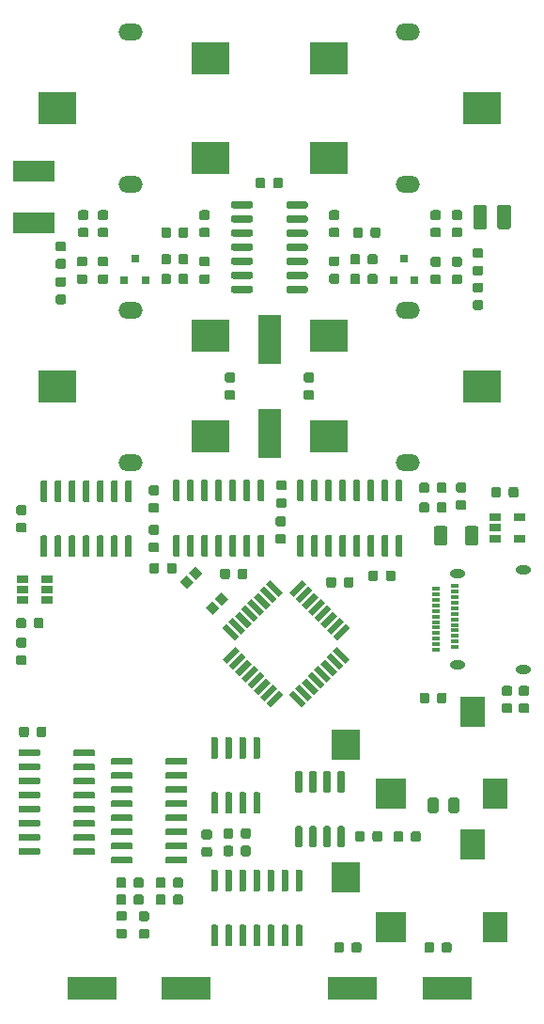
<source format=gbr>
G04 #@! TF.GenerationSoftware,KiCad,Pcbnew,5.1.5+dfsg1-2build2*
G04 #@! TF.CreationDate,2021-03-23T15:32:05+01:00*
G04 #@! TF.ProjectId,OpenThereminV4,4f70656e-5468-4657-9265-6d696e56342e,rev?*
G04 #@! TF.SameCoordinates,Original*
G04 #@! TF.FileFunction,Paste,Bot*
G04 #@! TF.FilePolarity,Positive*
%FSLAX46Y46*%
G04 Gerber Fmt 4.6, Leading zero omitted, Abs format (unit mm)*
G04 Created by KiCad (PCBNEW 5.1.5+dfsg1-2build2) date 2021-03-23 15:32:05*
%MOMM*%
%LPD*%
G04 APERTURE LIST*
%ADD10O,2.200000X1.500000*%
%ADD11R,3.500000X3.000000*%
%ADD12C,0.100000*%
%ADD13R,0.800100X0.800100*%
%ADD14R,3.810000X1.930400*%
%ADD15R,0.700000X0.300000*%
%ADD16O,1.400000X0.800000*%
%ADD17R,2.200000X2.800000*%
%ADD18R,2.600000X2.800000*%
%ADD19R,2.800000X2.800000*%
%ADD20R,4.500000X2.000000*%
%ADD21R,2.000000X4.500000*%
%ADD22R,1.060000X0.650000*%
G04 APERTURE END LIST*
D10*
X112500000Y-82600000D03*
X112500000Y-68900000D03*
D11*
X119150000Y-75750000D03*
X105350000Y-80250000D03*
X105350000Y-71250000D03*
D10*
X87500000Y-68900000D03*
X87500000Y-82600000D03*
D11*
X80850000Y-75750000D03*
X94650000Y-71250000D03*
X94650000Y-80250000D03*
D10*
X87500000Y-93900000D03*
X87500000Y-107600000D03*
D11*
X80850000Y-100750000D03*
X94650000Y-96250000D03*
X94650000Y-105250000D03*
D10*
X112500000Y-107600000D03*
X112500000Y-93900000D03*
D11*
X119150000Y-100750000D03*
X105350000Y-105250000D03*
X105350000Y-96250000D03*
D12*
G36*
X100097503Y-129685996D02*
G01*
X99708594Y-129297087D01*
X100839965Y-128165716D01*
X101228874Y-128554625D01*
X100097503Y-129685996D01*
G37*
G36*
X99531818Y-129120310D02*
G01*
X99142909Y-128731401D01*
X100274280Y-127600030D01*
X100663189Y-127988939D01*
X99531818Y-129120310D01*
G37*
G36*
X98966132Y-128554625D02*
G01*
X98577223Y-128165716D01*
X99708594Y-127034345D01*
X100097503Y-127423254D01*
X98966132Y-128554625D01*
G37*
G36*
X98400447Y-127988940D02*
G01*
X98011538Y-127600031D01*
X99142909Y-126468660D01*
X99531818Y-126857569D01*
X98400447Y-127988940D01*
G37*
G36*
X97834761Y-127423254D02*
G01*
X97445852Y-127034345D01*
X98577223Y-125902974D01*
X98966132Y-126291883D01*
X97834761Y-127423254D01*
G37*
G36*
X97269076Y-126857569D02*
G01*
X96880167Y-126468660D01*
X98011538Y-125337289D01*
X98400447Y-125726198D01*
X97269076Y-126857569D01*
G37*
G36*
X96703391Y-126291883D02*
G01*
X96314482Y-125902974D01*
X97445853Y-124771603D01*
X97834762Y-125160512D01*
X96703391Y-126291883D01*
G37*
G36*
X96137705Y-125726198D02*
G01*
X95748796Y-125337289D01*
X96880167Y-124205918D01*
X97269076Y-124594827D01*
X96137705Y-125726198D01*
G37*
G36*
X95748796Y-122544217D02*
G01*
X96137705Y-122155308D01*
X97269076Y-123286679D01*
X96880167Y-123675588D01*
X95748796Y-122544217D01*
G37*
G36*
X96314482Y-121978532D02*
G01*
X96703391Y-121589623D01*
X97834762Y-122720994D01*
X97445853Y-123109903D01*
X96314482Y-121978532D01*
G37*
G36*
X96880167Y-121412846D02*
G01*
X97269076Y-121023937D01*
X98400447Y-122155308D01*
X98011538Y-122544217D01*
X96880167Y-121412846D01*
G37*
G36*
X97445852Y-120847161D02*
G01*
X97834761Y-120458252D01*
X98966132Y-121589623D01*
X98577223Y-121978532D01*
X97445852Y-120847161D01*
G37*
G36*
X98011538Y-120281475D02*
G01*
X98400447Y-119892566D01*
X99531818Y-121023937D01*
X99142909Y-121412846D01*
X98011538Y-120281475D01*
G37*
G36*
X98577223Y-119715790D02*
G01*
X98966132Y-119326881D01*
X100097503Y-120458252D01*
X99708594Y-120847161D01*
X98577223Y-119715790D01*
G37*
G36*
X99142909Y-119150105D02*
G01*
X99531818Y-118761196D01*
X100663189Y-119892567D01*
X100274280Y-120281476D01*
X99142909Y-119150105D01*
G37*
G36*
X99708594Y-118584419D02*
G01*
X100097503Y-118195510D01*
X101228874Y-119326881D01*
X100839965Y-119715790D01*
X99708594Y-118584419D01*
G37*
G36*
X102148113Y-119715790D02*
G01*
X101759204Y-119326881D01*
X102890575Y-118195510D01*
X103279484Y-118584419D01*
X102148113Y-119715790D01*
G37*
G36*
X102713798Y-120281476D02*
G01*
X102324889Y-119892567D01*
X103456260Y-118761196D01*
X103845169Y-119150105D01*
X102713798Y-120281476D01*
G37*
G36*
X103279484Y-120847161D02*
G01*
X102890575Y-120458252D01*
X104021946Y-119326881D01*
X104410855Y-119715790D01*
X103279484Y-120847161D01*
G37*
G36*
X103845169Y-121412846D02*
G01*
X103456260Y-121023937D01*
X104587631Y-119892566D01*
X104976540Y-120281475D01*
X103845169Y-121412846D01*
G37*
G36*
X104410855Y-121978532D02*
G01*
X104021946Y-121589623D01*
X105153317Y-120458252D01*
X105542226Y-120847161D01*
X104410855Y-121978532D01*
G37*
G36*
X104976540Y-122544217D02*
G01*
X104587631Y-122155308D01*
X105719002Y-121023937D01*
X106107911Y-121412846D01*
X104976540Y-122544217D01*
G37*
G36*
X105542225Y-123109903D02*
G01*
X105153316Y-122720994D01*
X106284687Y-121589623D01*
X106673596Y-121978532D01*
X105542225Y-123109903D01*
G37*
G36*
X106107911Y-123675588D02*
G01*
X105719002Y-123286679D01*
X106850373Y-122155308D01*
X107239282Y-122544217D01*
X106107911Y-123675588D01*
G37*
G36*
X105719002Y-124594827D02*
G01*
X106107911Y-124205918D01*
X107239282Y-125337289D01*
X106850373Y-125726198D01*
X105719002Y-124594827D01*
G37*
G36*
X105153316Y-125160512D02*
G01*
X105542225Y-124771603D01*
X106673596Y-125902974D01*
X106284687Y-126291883D01*
X105153316Y-125160512D01*
G37*
G36*
X104587631Y-125726198D02*
G01*
X104976540Y-125337289D01*
X106107911Y-126468660D01*
X105719002Y-126857569D01*
X104587631Y-125726198D01*
G37*
G36*
X104021946Y-126291883D02*
G01*
X104410855Y-125902974D01*
X105542226Y-127034345D01*
X105153317Y-127423254D01*
X104021946Y-126291883D01*
G37*
G36*
X103456260Y-126857569D02*
G01*
X103845169Y-126468660D01*
X104976540Y-127600031D01*
X104587631Y-127988940D01*
X103456260Y-126857569D01*
G37*
G36*
X102890575Y-127423254D02*
G01*
X103279484Y-127034345D01*
X104410855Y-128165716D01*
X104021946Y-128554625D01*
X102890575Y-127423254D01*
G37*
G36*
X102324889Y-127988939D02*
G01*
X102713798Y-127600030D01*
X103845169Y-128731401D01*
X103456260Y-129120310D01*
X102324889Y-127988939D01*
G37*
G36*
X101759204Y-128554625D02*
G01*
X102148113Y-128165716D01*
X103279484Y-129297087D01*
X102890575Y-129685996D01*
X101759204Y-128554625D01*
G37*
G36*
X83386691Y-90673553D02*
G01*
X83407926Y-90676703D01*
X83428750Y-90681919D01*
X83448962Y-90689151D01*
X83468368Y-90698330D01*
X83486781Y-90709366D01*
X83504024Y-90722154D01*
X83519930Y-90736570D01*
X83534346Y-90752476D01*
X83547134Y-90769719D01*
X83558170Y-90788132D01*
X83567349Y-90807538D01*
X83574581Y-90827750D01*
X83579797Y-90848574D01*
X83582947Y-90869809D01*
X83584000Y-90891250D01*
X83584000Y-91328750D01*
X83582947Y-91350191D01*
X83579797Y-91371426D01*
X83574581Y-91392250D01*
X83567349Y-91412462D01*
X83558170Y-91431868D01*
X83547134Y-91450281D01*
X83534346Y-91467524D01*
X83519930Y-91483430D01*
X83504024Y-91497846D01*
X83486781Y-91510634D01*
X83468368Y-91521670D01*
X83448962Y-91530849D01*
X83428750Y-91538081D01*
X83407926Y-91543297D01*
X83386691Y-91546447D01*
X83365250Y-91547500D01*
X82852750Y-91547500D01*
X82831309Y-91546447D01*
X82810074Y-91543297D01*
X82789250Y-91538081D01*
X82769038Y-91530849D01*
X82749632Y-91521670D01*
X82731219Y-91510634D01*
X82713976Y-91497846D01*
X82698070Y-91483430D01*
X82683654Y-91467524D01*
X82670866Y-91450281D01*
X82659830Y-91431868D01*
X82650651Y-91412462D01*
X82643419Y-91392250D01*
X82638203Y-91371426D01*
X82635053Y-91350191D01*
X82634000Y-91328750D01*
X82634000Y-90891250D01*
X82635053Y-90869809D01*
X82638203Y-90848574D01*
X82643419Y-90827750D01*
X82650651Y-90807538D01*
X82659830Y-90788132D01*
X82670866Y-90769719D01*
X82683654Y-90752476D01*
X82698070Y-90736570D01*
X82713976Y-90722154D01*
X82731219Y-90709366D01*
X82749632Y-90698330D01*
X82769038Y-90689151D01*
X82789250Y-90681919D01*
X82810074Y-90676703D01*
X82831309Y-90673553D01*
X82852750Y-90672500D01*
X83365250Y-90672500D01*
X83386691Y-90673553D01*
G37*
G36*
X83386691Y-89098553D02*
G01*
X83407926Y-89101703D01*
X83428750Y-89106919D01*
X83448962Y-89114151D01*
X83468368Y-89123330D01*
X83486781Y-89134366D01*
X83504024Y-89147154D01*
X83519930Y-89161570D01*
X83534346Y-89177476D01*
X83547134Y-89194719D01*
X83558170Y-89213132D01*
X83567349Y-89232538D01*
X83574581Y-89252750D01*
X83579797Y-89273574D01*
X83582947Y-89294809D01*
X83584000Y-89316250D01*
X83584000Y-89753750D01*
X83582947Y-89775191D01*
X83579797Y-89796426D01*
X83574581Y-89817250D01*
X83567349Y-89837462D01*
X83558170Y-89856868D01*
X83547134Y-89875281D01*
X83534346Y-89892524D01*
X83519930Y-89908430D01*
X83504024Y-89922846D01*
X83486781Y-89935634D01*
X83468368Y-89946670D01*
X83448962Y-89955849D01*
X83428750Y-89963081D01*
X83407926Y-89968297D01*
X83386691Y-89971447D01*
X83365250Y-89972500D01*
X82852750Y-89972500D01*
X82831309Y-89971447D01*
X82810074Y-89968297D01*
X82789250Y-89963081D01*
X82769038Y-89955849D01*
X82749632Y-89946670D01*
X82731219Y-89935634D01*
X82713976Y-89922846D01*
X82698070Y-89908430D01*
X82683654Y-89892524D01*
X82670866Y-89875281D01*
X82659830Y-89856868D01*
X82650651Y-89837462D01*
X82643419Y-89817250D01*
X82638203Y-89796426D01*
X82635053Y-89775191D01*
X82634000Y-89753750D01*
X82634000Y-89316250D01*
X82635053Y-89294809D01*
X82638203Y-89273574D01*
X82643419Y-89252750D01*
X82650651Y-89232538D01*
X82659830Y-89213132D01*
X82670866Y-89194719D01*
X82683654Y-89177476D01*
X82698070Y-89161570D01*
X82713976Y-89147154D01*
X82731219Y-89134366D01*
X82749632Y-89123330D01*
X82769038Y-89114151D01*
X82789250Y-89106919D01*
X82810074Y-89101703D01*
X82831309Y-89098553D01*
X82852750Y-89097500D01*
X83365250Y-89097500D01*
X83386691Y-89098553D01*
G37*
G36*
X117168691Y-86482553D02*
G01*
X117189926Y-86485703D01*
X117210750Y-86490919D01*
X117230962Y-86498151D01*
X117250368Y-86507330D01*
X117268781Y-86518366D01*
X117286024Y-86531154D01*
X117301930Y-86545570D01*
X117316346Y-86561476D01*
X117329134Y-86578719D01*
X117340170Y-86597132D01*
X117349349Y-86616538D01*
X117356581Y-86636750D01*
X117361797Y-86657574D01*
X117364947Y-86678809D01*
X117366000Y-86700250D01*
X117366000Y-87137750D01*
X117364947Y-87159191D01*
X117361797Y-87180426D01*
X117356581Y-87201250D01*
X117349349Y-87221462D01*
X117340170Y-87240868D01*
X117329134Y-87259281D01*
X117316346Y-87276524D01*
X117301930Y-87292430D01*
X117286024Y-87306846D01*
X117268781Y-87319634D01*
X117250368Y-87330670D01*
X117230962Y-87339849D01*
X117210750Y-87347081D01*
X117189926Y-87352297D01*
X117168691Y-87355447D01*
X117147250Y-87356500D01*
X116634750Y-87356500D01*
X116613309Y-87355447D01*
X116592074Y-87352297D01*
X116571250Y-87347081D01*
X116551038Y-87339849D01*
X116531632Y-87330670D01*
X116513219Y-87319634D01*
X116495976Y-87306846D01*
X116480070Y-87292430D01*
X116465654Y-87276524D01*
X116452866Y-87259281D01*
X116441830Y-87240868D01*
X116432651Y-87221462D01*
X116425419Y-87201250D01*
X116420203Y-87180426D01*
X116417053Y-87159191D01*
X116416000Y-87137750D01*
X116416000Y-86700250D01*
X116417053Y-86678809D01*
X116420203Y-86657574D01*
X116425419Y-86636750D01*
X116432651Y-86616538D01*
X116441830Y-86597132D01*
X116452866Y-86578719D01*
X116465654Y-86561476D01*
X116480070Y-86545570D01*
X116495976Y-86531154D01*
X116513219Y-86518366D01*
X116531632Y-86507330D01*
X116551038Y-86498151D01*
X116571250Y-86490919D01*
X116592074Y-86485703D01*
X116613309Y-86482553D01*
X116634750Y-86481500D01*
X117147250Y-86481500D01*
X117168691Y-86482553D01*
G37*
G36*
X117168691Y-84907553D02*
G01*
X117189926Y-84910703D01*
X117210750Y-84915919D01*
X117230962Y-84923151D01*
X117250368Y-84932330D01*
X117268781Y-84943366D01*
X117286024Y-84956154D01*
X117301930Y-84970570D01*
X117316346Y-84986476D01*
X117329134Y-85003719D01*
X117340170Y-85022132D01*
X117349349Y-85041538D01*
X117356581Y-85061750D01*
X117361797Y-85082574D01*
X117364947Y-85103809D01*
X117366000Y-85125250D01*
X117366000Y-85562750D01*
X117364947Y-85584191D01*
X117361797Y-85605426D01*
X117356581Y-85626250D01*
X117349349Y-85646462D01*
X117340170Y-85665868D01*
X117329134Y-85684281D01*
X117316346Y-85701524D01*
X117301930Y-85717430D01*
X117286024Y-85731846D01*
X117268781Y-85744634D01*
X117250368Y-85755670D01*
X117230962Y-85764849D01*
X117210750Y-85772081D01*
X117189926Y-85777297D01*
X117168691Y-85780447D01*
X117147250Y-85781500D01*
X116634750Y-85781500D01*
X116613309Y-85780447D01*
X116592074Y-85777297D01*
X116571250Y-85772081D01*
X116551038Y-85764849D01*
X116531632Y-85755670D01*
X116513219Y-85744634D01*
X116495976Y-85731846D01*
X116480070Y-85717430D01*
X116465654Y-85701524D01*
X116452866Y-85684281D01*
X116441830Y-85665868D01*
X116432651Y-85646462D01*
X116425419Y-85626250D01*
X116420203Y-85605426D01*
X116417053Y-85584191D01*
X116416000Y-85562750D01*
X116416000Y-85125250D01*
X116417053Y-85103809D01*
X116420203Y-85082574D01*
X116425419Y-85061750D01*
X116432651Y-85041538D01*
X116441830Y-85022132D01*
X116452866Y-85003719D01*
X116465654Y-84986476D01*
X116480070Y-84970570D01*
X116495976Y-84956154D01*
X116513219Y-84943366D01*
X116531632Y-84932330D01*
X116551038Y-84923151D01*
X116571250Y-84915919D01*
X116592074Y-84910703D01*
X116613309Y-84907553D01*
X116634750Y-84906500D01*
X117147250Y-84906500D01*
X117168691Y-84907553D01*
G37*
G36*
X107961691Y-88858053D02*
G01*
X107982926Y-88861203D01*
X108003750Y-88866419D01*
X108023962Y-88873651D01*
X108043368Y-88882830D01*
X108061781Y-88893866D01*
X108079024Y-88906654D01*
X108094930Y-88921070D01*
X108109346Y-88936976D01*
X108122134Y-88954219D01*
X108133170Y-88972632D01*
X108142349Y-88992038D01*
X108149581Y-89012250D01*
X108154797Y-89033074D01*
X108157947Y-89054309D01*
X108159000Y-89075750D01*
X108159000Y-89588250D01*
X108157947Y-89609691D01*
X108154797Y-89630926D01*
X108149581Y-89651750D01*
X108142349Y-89671962D01*
X108133170Y-89691368D01*
X108122134Y-89709781D01*
X108109346Y-89727024D01*
X108094930Y-89742930D01*
X108079024Y-89757346D01*
X108061781Y-89770134D01*
X108043368Y-89781170D01*
X108023962Y-89790349D01*
X108003750Y-89797581D01*
X107982926Y-89802797D01*
X107961691Y-89805947D01*
X107940250Y-89807000D01*
X107502750Y-89807000D01*
X107481309Y-89805947D01*
X107460074Y-89802797D01*
X107439250Y-89797581D01*
X107419038Y-89790349D01*
X107399632Y-89781170D01*
X107381219Y-89770134D01*
X107363976Y-89757346D01*
X107348070Y-89742930D01*
X107333654Y-89727024D01*
X107320866Y-89709781D01*
X107309830Y-89691368D01*
X107300651Y-89671962D01*
X107293419Y-89651750D01*
X107288203Y-89630926D01*
X107285053Y-89609691D01*
X107284000Y-89588250D01*
X107284000Y-89075750D01*
X107285053Y-89054309D01*
X107288203Y-89033074D01*
X107293419Y-89012250D01*
X107300651Y-88992038D01*
X107309830Y-88972632D01*
X107320866Y-88954219D01*
X107333654Y-88936976D01*
X107348070Y-88921070D01*
X107363976Y-88906654D01*
X107381219Y-88893866D01*
X107399632Y-88882830D01*
X107419038Y-88873651D01*
X107439250Y-88866419D01*
X107460074Y-88861203D01*
X107481309Y-88858053D01*
X107502750Y-88857000D01*
X107940250Y-88857000D01*
X107961691Y-88858053D01*
G37*
G36*
X109536691Y-88858053D02*
G01*
X109557926Y-88861203D01*
X109578750Y-88866419D01*
X109598962Y-88873651D01*
X109618368Y-88882830D01*
X109636781Y-88893866D01*
X109654024Y-88906654D01*
X109669930Y-88921070D01*
X109684346Y-88936976D01*
X109697134Y-88954219D01*
X109708170Y-88972632D01*
X109717349Y-88992038D01*
X109724581Y-89012250D01*
X109729797Y-89033074D01*
X109732947Y-89054309D01*
X109734000Y-89075750D01*
X109734000Y-89588250D01*
X109732947Y-89609691D01*
X109729797Y-89630926D01*
X109724581Y-89651750D01*
X109717349Y-89671962D01*
X109708170Y-89691368D01*
X109697134Y-89709781D01*
X109684346Y-89727024D01*
X109669930Y-89742930D01*
X109654024Y-89757346D01*
X109636781Y-89770134D01*
X109618368Y-89781170D01*
X109598962Y-89790349D01*
X109578750Y-89797581D01*
X109557926Y-89802797D01*
X109536691Y-89805947D01*
X109515250Y-89807000D01*
X109077750Y-89807000D01*
X109056309Y-89805947D01*
X109035074Y-89802797D01*
X109014250Y-89797581D01*
X108994038Y-89790349D01*
X108974632Y-89781170D01*
X108956219Y-89770134D01*
X108938976Y-89757346D01*
X108923070Y-89742930D01*
X108908654Y-89727024D01*
X108895866Y-89709781D01*
X108884830Y-89691368D01*
X108875651Y-89671962D01*
X108868419Y-89651750D01*
X108863203Y-89630926D01*
X108860053Y-89609691D01*
X108859000Y-89588250D01*
X108859000Y-89075750D01*
X108860053Y-89054309D01*
X108863203Y-89033074D01*
X108868419Y-89012250D01*
X108875651Y-88992038D01*
X108884830Y-88972632D01*
X108895866Y-88954219D01*
X108908654Y-88936976D01*
X108923070Y-88921070D01*
X108938976Y-88906654D01*
X108956219Y-88893866D01*
X108974632Y-88882830D01*
X108994038Y-88873651D01*
X109014250Y-88866419D01*
X109035074Y-88861203D01*
X109056309Y-88858053D01*
X109077750Y-88857000D01*
X109515250Y-88857000D01*
X109536691Y-88858053D01*
G37*
G36*
X115263691Y-90699053D02*
G01*
X115284926Y-90702203D01*
X115305750Y-90707419D01*
X115325962Y-90714651D01*
X115345368Y-90723830D01*
X115363781Y-90734866D01*
X115381024Y-90747654D01*
X115396930Y-90762070D01*
X115411346Y-90777976D01*
X115424134Y-90795219D01*
X115435170Y-90813632D01*
X115444349Y-90833038D01*
X115451581Y-90853250D01*
X115456797Y-90874074D01*
X115459947Y-90895309D01*
X115461000Y-90916750D01*
X115461000Y-91354250D01*
X115459947Y-91375691D01*
X115456797Y-91396926D01*
X115451581Y-91417750D01*
X115444349Y-91437962D01*
X115435170Y-91457368D01*
X115424134Y-91475781D01*
X115411346Y-91493024D01*
X115396930Y-91508930D01*
X115381024Y-91523346D01*
X115363781Y-91536134D01*
X115345368Y-91547170D01*
X115325962Y-91556349D01*
X115305750Y-91563581D01*
X115284926Y-91568797D01*
X115263691Y-91571947D01*
X115242250Y-91573000D01*
X114729750Y-91573000D01*
X114708309Y-91571947D01*
X114687074Y-91568797D01*
X114666250Y-91563581D01*
X114646038Y-91556349D01*
X114626632Y-91547170D01*
X114608219Y-91536134D01*
X114590976Y-91523346D01*
X114575070Y-91508930D01*
X114560654Y-91493024D01*
X114547866Y-91475781D01*
X114536830Y-91457368D01*
X114527651Y-91437962D01*
X114520419Y-91417750D01*
X114515203Y-91396926D01*
X114512053Y-91375691D01*
X114511000Y-91354250D01*
X114511000Y-90916750D01*
X114512053Y-90895309D01*
X114515203Y-90874074D01*
X114520419Y-90853250D01*
X114527651Y-90833038D01*
X114536830Y-90813632D01*
X114547866Y-90795219D01*
X114560654Y-90777976D01*
X114575070Y-90762070D01*
X114590976Y-90747654D01*
X114608219Y-90734866D01*
X114626632Y-90723830D01*
X114646038Y-90714651D01*
X114666250Y-90707419D01*
X114687074Y-90702203D01*
X114708309Y-90699053D01*
X114729750Y-90698000D01*
X115242250Y-90698000D01*
X115263691Y-90699053D01*
G37*
G36*
X115263691Y-89124053D02*
G01*
X115284926Y-89127203D01*
X115305750Y-89132419D01*
X115325962Y-89139651D01*
X115345368Y-89148830D01*
X115363781Y-89159866D01*
X115381024Y-89172654D01*
X115396930Y-89187070D01*
X115411346Y-89202976D01*
X115424134Y-89220219D01*
X115435170Y-89238632D01*
X115444349Y-89258038D01*
X115451581Y-89278250D01*
X115456797Y-89299074D01*
X115459947Y-89320309D01*
X115461000Y-89341750D01*
X115461000Y-89779250D01*
X115459947Y-89800691D01*
X115456797Y-89821926D01*
X115451581Y-89842750D01*
X115444349Y-89862962D01*
X115435170Y-89882368D01*
X115424134Y-89900781D01*
X115411346Y-89918024D01*
X115396930Y-89933930D01*
X115381024Y-89948346D01*
X115363781Y-89961134D01*
X115345368Y-89972170D01*
X115325962Y-89981349D01*
X115305750Y-89988581D01*
X115284926Y-89993797D01*
X115263691Y-89996947D01*
X115242250Y-89998000D01*
X114729750Y-89998000D01*
X114708309Y-89996947D01*
X114687074Y-89993797D01*
X114666250Y-89988581D01*
X114646038Y-89981349D01*
X114626632Y-89972170D01*
X114608219Y-89961134D01*
X114590976Y-89948346D01*
X114575070Y-89933930D01*
X114560654Y-89918024D01*
X114547866Y-89900781D01*
X114536830Y-89882368D01*
X114527651Y-89862962D01*
X114520419Y-89842750D01*
X114515203Y-89821926D01*
X114512053Y-89800691D01*
X114511000Y-89779250D01*
X114511000Y-89341750D01*
X114512053Y-89320309D01*
X114515203Y-89299074D01*
X114520419Y-89278250D01*
X114527651Y-89258038D01*
X114536830Y-89238632D01*
X114547866Y-89220219D01*
X114560654Y-89202976D01*
X114575070Y-89187070D01*
X114590976Y-89172654D01*
X114608219Y-89159866D01*
X114626632Y-89148830D01*
X114646038Y-89139651D01*
X114666250Y-89132419D01*
X114687074Y-89127203D01*
X114708309Y-89124053D01*
X114729750Y-89123000D01*
X115242250Y-89123000D01*
X115263691Y-89124053D01*
G37*
G36*
X117168691Y-90699053D02*
G01*
X117189926Y-90702203D01*
X117210750Y-90707419D01*
X117230962Y-90714651D01*
X117250368Y-90723830D01*
X117268781Y-90734866D01*
X117286024Y-90747654D01*
X117301930Y-90762070D01*
X117316346Y-90777976D01*
X117329134Y-90795219D01*
X117340170Y-90813632D01*
X117349349Y-90833038D01*
X117356581Y-90853250D01*
X117361797Y-90874074D01*
X117364947Y-90895309D01*
X117366000Y-90916750D01*
X117366000Y-91354250D01*
X117364947Y-91375691D01*
X117361797Y-91396926D01*
X117356581Y-91417750D01*
X117349349Y-91437962D01*
X117340170Y-91457368D01*
X117329134Y-91475781D01*
X117316346Y-91493024D01*
X117301930Y-91508930D01*
X117286024Y-91523346D01*
X117268781Y-91536134D01*
X117250368Y-91547170D01*
X117230962Y-91556349D01*
X117210750Y-91563581D01*
X117189926Y-91568797D01*
X117168691Y-91571947D01*
X117147250Y-91573000D01*
X116634750Y-91573000D01*
X116613309Y-91571947D01*
X116592074Y-91568797D01*
X116571250Y-91563581D01*
X116551038Y-91556349D01*
X116531632Y-91547170D01*
X116513219Y-91536134D01*
X116495976Y-91523346D01*
X116480070Y-91508930D01*
X116465654Y-91493024D01*
X116452866Y-91475781D01*
X116441830Y-91457368D01*
X116432651Y-91437962D01*
X116425419Y-91417750D01*
X116420203Y-91396926D01*
X116417053Y-91375691D01*
X116416000Y-91354250D01*
X116416000Y-90916750D01*
X116417053Y-90895309D01*
X116420203Y-90874074D01*
X116425419Y-90853250D01*
X116432651Y-90833038D01*
X116441830Y-90813632D01*
X116452866Y-90795219D01*
X116465654Y-90777976D01*
X116480070Y-90762070D01*
X116495976Y-90747654D01*
X116513219Y-90734866D01*
X116531632Y-90723830D01*
X116551038Y-90714651D01*
X116571250Y-90707419D01*
X116592074Y-90702203D01*
X116613309Y-90699053D01*
X116634750Y-90698000D01*
X117147250Y-90698000D01*
X117168691Y-90699053D01*
G37*
G36*
X117168691Y-89124053D02*
G01*
X117189926Y-89127203D01*
X117210750Y-89132419D01*
X117230962Y-89139651D01*
X117250368Y-89148830D01*
X117268781Y-89159866D01*
X117286024Y-89172654D01*
X117301930Y-89187070D01*
X117316346Y-89202976D01*
X117329134Y-89220219D01*
X117340170Y-89238632D01*
X117349349Y-89258038D01*
X117356581Y-89278250D01*
X117361797Y-89299074D01*
X117364947Y-89320309D01*
X117366000Y-89341750D01*
X117366000Y-89779250D01*
X117364947Y-89800691D01*
X117361797Y-89821926D01*
X117356581Y-89842750D01*
X117349349Y-89862962D01*
X117340170Y-89882368D01*
X117329134Y-89900781D01*
X117316346Y-89918024D01*
X117301930Y-89933930D01*
X117286024Y-89948346D01*
X117268781Y-89961134D01*
X117250368Y-89972170D01*
X117230962Y-89981349D01*
X117210750Y-89988581D01*
X117189926Y-89993797D01*
X117168691Y-89996947D01*
X117147250Y-89998000D01*
X116634750Y-89998000D01*
X116613309Y-89996947D01*
X116592074Y-89993797D01*
X116571250Y-89988581D01*
X116551038Y-89981349D01*
X116531632Y-89972170D01*
X116513219Y-89961134D01*
X116495976Y-89948346D01*
X116480070Y-89933930D01*
X116465654Y-89918024D01*
X116452866Y-89900781D01*
X116441830Y-89882368D01*
X116432651Y-89862962D01*
X116425419Y-89842750D01*
X116420203Y-89821926D01*
X116417053Y-89800691D01*
X116416000Y-89779250D01*
X116416000Y-89341750D01*
X116417053Y-89320309D01*
X116420203Y-89299074D01*
X116425419Y-89278250D01*
X116432651Y-89258038D01*
X116441830Y-89238632D01*
X116452866Y-89220219D01*
X116465654Y-89202976D01*
X116480070Y-89187070D01*
X116495976Y-89172654D01*
X116513219Y-89159866D01*
X116531632Y-89148830D01*
X116551038Y-89139651D01*
X116571250Y-89132419D01*
X116592074Y-89127203D01*
X116613309Y-89124053D01*
X116634750Y-89123000D01*
X117147250Y-89123000D01*
X117168691Y-89124053D01*
G37*
G36*
X119073691Y-91435553D02*
G01*
X119094926Y-91438703D01*
X119115750Y-91443919D01*
X119135962Y-91451151D01*
X119155368Y-91460330D01*
X119173781Y-91471366D01*
X119191024Y-91484154D01*
X119206930Y-91498570D01*
X119221346Y-91514476D01*
X119234134Y-91531719D01*
X119245170Y-91550132D01*
X119254349Y-91569538D01*
X119261581Y-91589750D01*
X119266797Y-91610574D01*
X119269947Y-91631809D01*
X119271000Y-91653250D01*
X119271000Y-92090750D01*
X119269947Y-92112191D01*
X119266797Y-92133426D01*
X119261581Y-92154250D01*
X119254349Y-92174462D01*
X119245170Y-92193868D01*
X119234134Y-92212281D01*
X119221346Y-92229524D01*
X119206930Y-92245430D01*
X119191024Y-92259846D01*
X119173781Y-92272634D01*
X119155368Y-92283670D01*
X119135962Y-92292849D01*
X119115750Y-92300081D01*
X119094926Y-92305297D01*
X119073691Y-92308447D01*
X119052250Y-92309500D01*
X118539750Y-92309500D01*
X118518309Y-92308447D01*
X118497074Y-92305297D01*
X118476250Y-92300081D01*
X118456038Y-92292849D01*
X118436632Y-92283670D01*
X118418219Y-92272634D01*
X118400976Y-92259846D01*
X118385070Y-92245430D01*
X118370654Y-92229524D01*
X118357866Y-92212281D01*
X118346830Y-92193868D01*
X118337651Y-92174462D01*
X118330419Y-92154250D01*
X118325203Y-92133426D01*
X118322053Y-92112191D01*
X118321000Y-92090750D01*
X118321000Y-91653250D01*
X118322053Y-91631809D01*
X118325203Y-91610574D01*
X118330419Y-91589750D01*
X118337651Y-91569538D01*
X118346830Y-91550132D01*
X118357866Y-91531719D01*
X118370654Y-91514476D01*
X118385070Y-91498570D01*
X118400976Y-91484154D01*
X118418219Y-91471366D01*
X118436632Y-91460330D01*
X118456038Y-91451151D01*
X118476250Y-91443919D01*
X118497074Y-91438703D01*
X118518309Y-91435553D01*
X118539750Y-91434500D01*
X119052250Y-91434500D01*
X119073691Y-91435553D01*
G37*
G36*
X119073691Y-93010553D02*
G01*
X119094926Y-93013703D01*
X119115750Y-93018919D01*
X119135962Y-93026151D01*
X119155368Y-93035330D01*
X119173781Y-93046366D01*
X119191024Y-93059154D01*
X119206930Y-93073570D01*
X119221346Y-93089476D01*
X119234134Y-93106719D01*
X119245170Y-93125132D01*
X119254349Y-93144538D01*
X119261581Y-93164750D01*
X119266797Y-93185574D01*
X119269947Y-93206809D01*
X119271000Y-93228250D01*
X119271000Y-93665750D01*
X119269947Y-93687191D01*
X119266797Y-93708426D01*
X119261581Y-93729250D01*
X119254349Y-93749462D01*
X119245170Y-93768868D01*
X119234134Y-93787281D01*
X119221346Y-93804524D01*
X119206930Y-93820430D01*
X119191024Y-93834846D01*
X119173781Y-93847634D01*
X119155368Y-93858670D01*
X119135962Y-93867849D01*
X119115750Y-93875081D01*
X119094926Y-93880297D01*
X119073691Y-93883447D01*
X119052250Y-93884500D01*
X118539750Y-93884500D01*
X118518309Y-93883447D01*
X118497074Y-93880297D01*
X118476250Y-93875081D01*
X118456038Y-93867849D01*
X118436632Y-93858670D01*
X118418219Y-93847634D01*
X118400976Y-93834846D01*
X118385070Y-93820430D01*
X118370654Y-93804524D01*
X118357866Y-93787281D01*
X118346830Y-93768868D01*
X118337651Y-93749462D01*
X118330419Y-93729250D01*
X118325203Y-93708426D01*
X118322053Y-93687191D01*
X118321000Y-93665750D01*
X118321000Y-93228250D01*
X118322053Y-93206809D01*
X118325203Y-93185574D01*
X118330419Y-93164750D01*
X118337651Y-93144538D01*
X118346830Y-93125132D01*
X118357866Y-93106719D01*
X118370654Y-93089476D01*
X118385070Y-93073570D01*
X118400976Y-93059154D01*
X118418219Y-93046366D01*
X118436632Y-93035330D01*
X118456038Y-93026151D01*
X118476250Y-93018919D01*
X118497074Y-93013703D01*
X118518309Y-93010553D01*
X118539750Y-93009500D01*
X119052250Y-93009500D01*
X119073691Y-93010553D01*
G37*
D13*
X113076000Y-91250760D03*
X111176000Y-91250760D03*
X112126000Y-89251780D03*
D12*
G36*
X121540504Y-84423204D02*
G01*
X121564773Y-84426804D01*
X121588571Y-84432765D01*
X121611671Y-84441030D01*
X121633849Y-84451520D01*
X121654893Y-84464133D01*
X121674598Y-84478747D01*
X121692777Y-84495223D01*
X121709253Y-84513402D01*
X121723867Y-84533107D01*
X121736480Y-84554151D01*
X121746970Y-84576329D01*
X121755235Y-84599429D01*
X121761196Y-84623227D01*
X121764796Y-84647496D01*
X121766000Y-84672000D01*
X121766000Y-86372000D01*
X121764796Y-86396504D01*
X121761196Y-86420773D01*
X121755235Y-86444571D01*
X121746970Y-86467671D01*
X121736480Y-86489849D01*
X121723867Y-86510893D01*
X121709253Y-86530598D01*
X121692777Y-86548777D01*
X121674598Y-86565253D01*
X121654893Y-86579867D01*
X121633849Y-86592480D01*
X121611671Y-86602970D01*
X121588571Y-86611235D01*
X121564773Y-86617196D01*
X121540504Y-86620796D01*
X121516000Y-86622000D01*
X120766000Y-86622000D01*
X120741496Y-86620796D01*
X120717227Y-86617196D01*
X120693429Y-86611235D01*
X120670329Y-86602970D01*
X120648151Y-86592480D01*
X120627107Y-86579867D01*
X120607402Y-86565253D01*
X120589223Y-86548777D01*
X120572747Y-86530598D01*
X120558133Y-86510893D01*
X120545520Y-86489849D01*
X120535030Y-86467671D01*
X120526765Y-86444571D01*
X120520804Y-86420773D01*
X120517204Y-86396504D01*
X120516000Y-86372000D01*
X120516000Y-84672000D01*
X120517204Y-84647496D01*
X120520804Y-84623227D01*
X120526765Y-84599429D01*
X120535030Y-84576329D01*
X120545520Y-84554151D01*
X120558133Y-84533107D01*
X120572747Y-84513402D01*
X120589223Y-84495223D01*
X120607402Y-84478747D01*
X120627107Y-84464133D01*
X120648151Y-84451520D01*
X120670329Y-84441030D01*
X120693429Y-84432765D01*
X120717227Y-84426804D01*
X120741496Y-84423204D01*
X120766000Y-84422000D01*
X121516000Y-84422000D01*
X121540504Y-84423204D01*
G37*
G36*
X119390504Y-84423204D02*
G01*
X119414773Y-84426804D01*
X119438571Y-84432765D01*
X119461671Y-84441030D01*
X119483849Y-84451520D01*
X119504893Y-84464133D01*
X119524598Y-84478747D01*
X119542777Y-84495223D01*
X119559253Y-84513402D01*
X119573867Y-84533107D01*
X119586480Y-84554151D01*
X119596970Y-84576329D01*
X119605235Y-84599429D01*
X119611196Y-84623227D01*
X119614796Y-84647496D01*
X119616000Y-84672000D01*
X119616000Y-86372000D01*
X119614796Y-86396504D01*
X119611196Y-86420773D01*
X119605235Y-86444571D01*
X119596970Y-86467671D01*
X119586480Y-86489849D01*
X119573867Y-86510893D01*
X119559253Y-86530598D01*
X119542777Y-86548777D01*
X119524598Y-86565253D01*
X119504893Y-86579867D01*
X119483849Y-86592480D01*
X119461671Y-86602970D01*
X119438571Y-86611235D01*
X119414773Y-86617196D01*
X119390504Y-86620796D01*
X119366000Y-86622000D01*
X118616000Y-86622000D01*
X118591496Y-86620796D01*
X118567227Y-86617196D01*
X118543429Y-86611235D01*
X118520329Y-86602970D01*
X118498151Y-86592480D01*
X118477107Y-86579867D01*
X118457402Y-86565253D01*
X118439223Y-86548777D01*
X118422747Y-86530598D01*
X118408133Y-86510893D01*
X118395520Y-86489849D01*
X118385030Y-86467671D01*
X118376765Y-86444571D01*
X118370804Y-86420773D01*
X118367204Y-86396504D01*
X118366000Y-86372000D01*
X118366000Y-84672000D01*
X118367204Y-84647496D01*
X118370804Y-84623227D01*
X118376765Y-84599429D01*
X118385030Y-84576329D01*
X118395520Y-84554151D01*
X118408133Y-84533107D01*
X118422747Y-84513402D01*
X118439223Y-84495223D01*
X118457402Y-84478747D01*
X118477107Y-84464133D01*
X118498151Y-84451520D01*
X118520329Y-84441030D01*
X118543429Y-84432765D01*
X118567227Y-84426804D01*
X118591496Y-84423204D01*
X118616000Y-84422000D01*
X119366000Y-84422000D01*
X119390504Y-84423204D01*
G37*
G36*
X115263691Y-84907553D02*
G01*
X115284926Y-84910703D01*
X115305750Y-84915919D01*
X115325962Y-84923151D01*
X115345368Y-84932330D01*
X115363781Y-84943366D01*
X115381024Y-84956154D01*
X115396930Y-84970570D01*
X115411346Y-84986476D01*
X115424134Y-85003719D01*
X115435170Y-85022132D01*
X115444349Y-85041538D01*
X115451581Y-85061750D01*
X115456797Y-85082574D01*
X115459947Y-85103809D01*
X115461000Y-85125250D01*
X115461000Y-85562750D01*
X115459947Y-85584191D01*
X115456797Y-85605426D01*
X115451581Y-85626250D01*
X115444349Y-85646462D01*
X115435170Y-85665868D01*
X115424134Y-85684281D01*
X115411346Y-85701524D01*
X115396930Y-85717430D01*
X115381024Y-85731846D01*
X115363781Y-85744634D01*
X115345368Y-85755670D01*
X115325962Y-85764849D01*
X115305750Y-85772081D01*
X115284926Y-85777297D01*
X115263691Y-85780447D01*
X115242250Y-85781500D01*
X114729750Y-85781500D01*
X114708309Y-85780447D01*
X114687074Y-85777297D01*
X114666250Y-85772081D01*
X114646038Y-85764849D01*
X114626632Y-85755670D01*
X114608219Y-85744634D01*
X114590976Y-85731846D01*
X114575070Y-85717430D01*
X114560654Y-85701524D01*
X114547866Y-85684281D01*
X114536830Y-85665868D01*
X114527651Y-85646462D01*
X114520419Y-85626250D01*
X114515203Y-85605426D01*
X114512053Y-85584191D01*
X114511000Y-85562750D01*
X114511000Y-85125250D01*
X114512053Y-85103809D01*
X114515203Y-85082574D01*
X114520419Y-85061750D01*
X114527651Y-85041538D01*
X114536830Y-85022132D01*
X114547866Y-85003719D01*
X114560654Y-84986476D01*
X114575070Y-84970570D01*
X114590976Y-84956154D01*
X114608219Y-84943366D01*
X114626632Y-84932330D01*
X114646038Y-84923151D01*
X114666250Y-84915919D01*
X114687074Y-84910703D01*
X114708309Y-84907553D01*
X114729750Y-84906500D01*
X115242250Y-84906500D01*
X115263691Y-84907553D01*
G37*
G36*
X115263691Y-86482553D02*
G01*
X115284926Y-86485703D01*
X115305750Y-86490919D01*
X115325962Y-86498151D01*
X115345368Y-86507330D01*
X115363781Y-86518366D01*
X115381024Y-86531154D01*
X115396930Y-86545570D01*
X115411346Y-86561476D01*
X115424134Y-86578719D01*
X115435170Y-86597132D01*
X115444349Y-86616538D01*
X115451581Y-86636750D01*
X115456797Y-86657574D01*
X115459947Y-86678809D01*
X115461000Y-86700250D01*
X115461000Y-87137750D01*
X115459947Y-87159191D01*
X115456797Y-87180426D01*
X115451581Y-87201250D01*
X115444349Y-87221462D01*
X115435170Y-87240868D01*
X115424134Y-87259281D01*
X115411346Y-87276524D01*
X115396930Y-87292430D01*
X115381024Y-87306846D01*
X115363781Y-87319634D01*
X115345368Y-87330670D01*
X115325962Y-87339849D01*
X115305750Y-87347081D01*
X115284926Y-87352297D01*
X115263691Y-87355447D01*
X115242250Y-87356500D01*
X114729750Y-87356500D01*
X114708309Y-87355447D01*
X114687074Y-87352297D01*
X114666250Y-87347081D01*
X114646038Y-87339849D01*
X114626632Y-87330670D01*
X114608219Y-87319634D01*
X114590976Y-87306846D01*
X114575070Y-87292430D01*
X114560654Y-87276524D01*
X114547866Y-87259281D01*
X114536830Y-87240868D01*
X114527651Y-87221462D01*
X114520419Y-87201250D01*
X114515203Y-87180426D01*
X114512053Y-87159191D01*
X114511000Y-87137750D01*
X114511000Y-86700250D01*
X114512053Y-86678809D01*
X114515203Y-86657574D01*
X114520419Y-86636750D01*
X114527651Y-86616538D01*
X114536830Y-86597132D01*
X114547866Y-86578719D01*
X114560654Y-86561476D01*
X114575070Y-86545570D01*
X114590976Y-86531154D01*
X114608219Y-86518366D01*
X114626632Y-86507330D01*
X114646038Y-86498151D01*
X114666250Y-86490919D01*
X114687074Y-86485703D01*
X114708309Y-86482553D01*
X114729750Y-86481500D01*
X115242250Y-86481500D01*
X115263691Y-86482553D01*
G37*
G36*
X119073691Y-88336553D02*
G01*
X119094926Y-88339703D01*
X119115750Y-88344919D01*
X119135962Y-88352151D01*
X119155368Y-88361330D01*
X119173781Y-88372366D01*
X119191024Y-88385154D01*
X119206930Y-88399570D01*
X119221346Y-88415476D01*
X119234134Y-88432719D01*
X119245170Y-88451132D01*
X119254349Y-88470538D01*
X119261581Y-88490750D01*
X119266797Y-88511574D01*
X119269947Y-88532809D01*
X119271000Y-88554250D01*
X119271000Y-88991750D01*
X119269947Y-89013191D01*
X119266797Y-89034426D01*
X119261581Y-89055250D01*
X119254349Y-89075462D01*
X119245170Y-89094868D01*
X119234134Y-89113281D01*
X119221346Y-89130524D01*
X119206930Y-89146430D01*
X119191024Y-89160846D01*
X119173781Y-89173634D01*
X119155368Y-89184670D01*
X119135962Y-89193849D01*
X119115750Y-89201081D01*
X119094926Y-89206297D01*
X119073691Y-89209447D01*
X119052250Y-89210500D01*
X118539750Y-89210500D01*
X118518309Y-89209447D01*
X118497074Y-89206297D01*
X118476250Y-89201081D01*
X118456038Y-89193849D01*
X118436632Y-89184670D01*
X118418219Y-89173634D01*
X118400976Y-89160846D01*
X118385070Y-89146430D01*
X118370654Y-89130524D01*
X118357866Y-89113281D01*
X118346830Y-89094868D01*
X118337651Y-89075462D01*
X118330419Y-89055250D01*
X118325203Y-89034426D01*
X118322053Y-89013191D01*
X118321000Y-88991750D01*
X118321000Y-88554250D01*
X118322053Y-88532809D01*
X118325203Y-88511574D01*
X118330419Y-88490750D01*
X118337651Y-88470538D01*
X118346830Y-88451132D01*
X118357866Y-88432719D01*
X118370654Y-88415476D01*
X118385070Y-88399570D01*
X118400976Y-88385154D01*
X118418219Y-88372366D01*
X118436632Y-88361330D01*
X118456038Y-88352151D01*
X118476250Y-88344919D01*
X118497074Y-88339703D01*
X118518309Y-88336553D01*
X118539750Y-88335500D01*
X119052250Y-88335500D01*
X119073691Y-88336553D01*
G37*
G36*
X119073691Y-89911553D02*
G01*
X119094926Y-89914703D01*
X119115750Y-89919919D01*
X119135962Y-89927151D01*
X119155368Y-89936330D01*
X119173781Y-89947366D01*
X119191024Y-89960154D01*
X119206930Y-89974570D01*
X119221346Y-89990476D01*
X119234134Y-90007719D01*
X119245170Y-90026132D01*
X119254349Y-90045538D01*
X119261581Y-90065750D01*
X119266797Y-90086574D01*
X119269947Y-90107809D01*
X119271000Y-90129250D01*
X119271000Y-90566750D01*
X119269947Y-90588191D01*
X119266797Y-90609426D01*
X119261581Y-90630250D01*
X119254349Y-90650462D01*
X119245170Y-90669868D01*
X119234134Y-90688281D01*
X119221346Y-90705524D01*
X119206930Y-90721430D01*
X119191024Y-90735846D01*
X119173781Y-90748634D01*
X119155368Y-90759670D01*
X119135962Y-90768849D01*
X119115750Y-90776081D01*
X119094926Y-90781297D01*
X119073691Y-90784447D01*
X119052250Y-90785500D01*
X118539750Y-90785500D01*
X118518309Y-90784447D01*
X118497074Y-90781297D01*
X118476250Y-90776081D01*
X118456038Y-90768849D01*
X118436632Y-90759670D01*
X118418219Y-90748634D01*
X118400976Y-90735846D01*
X118385070Y-90721430D01*
X118370654Y-90705524D01*
X118357866Y-90688281D01*
X118346830Y-90669868D01*
X118337651Y-90650462D01*
X118330419Y-90630250D01*
X118325203Y-90609426D01*
X118322053Y-90588191D01*
X118321000Y-90566750D01*
X118321000Y-90129250D01*
X118322053Y-90107809D01*
X118325203Y-90086574D01*
X118330419Y-90065750D01*
X118337651Y-90045538D01*
X118346830Y-90026132D01*
X118357866Y-90007719D01*
X118370654Y-89990476D01*
X118385070Y-89974570D01*
X118400976Y-89960154D01*
X118418219Y-89947366D01*
X118436632Y-89936330D01*
X118456038Y-89927151D01*
X118476250Y-89919919D01*
X118497074Y-89914703D01*
X118518309Y-89911553D01*
X118539750Y-89910500D01*
X119052250Y-89910500D01*
X119073691Y-89911553D01*
G37*
D14*
X78791000Y-86030000D03*
X78791000Y-81430000D03*
D13*
X88824000Y-91237000D03*
X86924000Y-91237000D03*
X87874000Y-89238020D03*
D15*
X116730000Y-118750000D03*
X116730000Y-119250000D03*
X116730000Y-119750000D03*
X116730000Y-120250000D03*
X116730000Y-120750000D03*
X116730000Y-121250000D03*
X116730000Y-121750000D03*
X116730000Y-122250000D03*
X116730000Y-122750000D03*
X116730000Y-123250000D03*
X116730000Y-123750000D03*
D16*
X122890000Y-117260000D03*
X122890000Y-126240000D03*
X116940000Y-125880000D03*
D15*
X116730000Y-124250000D03*
X115030000Y-124000000D03*
X115030000Y-122500000D03*
X115030000Y-123000000D03*
X115030000Y-123500000D03*
X115030000Y-124500000D03*
X115030000Y-122000000D03*
X115030000Y-121500000D03*
X115030000Y-121000000D03*
X115030000Y-120500000D03*
X115030000Y-120000000D03*
X115030000Y-119500000D03*
X115030000Y-119000000D03*
D16*
X116940000Y-117620000D03*
D12*
G36*
X106119691Y-89076053D02*
G01*
X106140926Y-89079203D01*
X106161750Y-89084419D01*
X106181962Y-89091651D01*
X106201368Y-89100830D01*
X106219781Y-89111866D01*
X106237024Y-89124654D01*
X106252930Y-89139070D01*
X106267346Y-89154976D01*
X106280134Y-89172219D01*
X106291170Y-89190632D01*
X106300349Y-89210038D01*
X106307581Y-89230250D01*
X106312797Y-89251074D01*
X106315947Y-89272309D01*
X106317000Y-89293750D01*
X106317000Y-89731250D01*
X106315947Y-89752691D01*
X106312797Y-89773926D01*
X106307581Y-89794750D01*
X106300349Y-89814962D01*
X106291170Y-89834368D01*
X106280134Y-89852781D01*
X106267346Y-89870024D01*
X106252930Y-89885930D01*
X106237024Y-89900346D01*
X106219781Y-89913134D01*
X106201368Y-89924170D01*
X106181962Y-89933349D01*
X106161750Y-89940581D01*
X106140926Y-89945797D01*
X106119691Y-89948947D01*
X106098250Y-89950000D01*
X105585750Y-89950000D01*
X105564309Y-89948947D01*
X105543074Y-89945797D01*
X105522250Y-89940581D01*
X105502038Y-89933349D01*
X105482632Y-89924170D01*
X105464219Y-89913134D01*
X105446976Y-89900346D01*
X105431070Y-89885930D01*
X105416654Y-89870024D01*
X105403866Y-89852781D01*
X105392830Y-89834368D01*
X105383651Y-89814962D01*
X105376419Y-89794750D01*
X105371203Y-89773926D01*
X105368053Y-89752691D01*
X105367000Y-89731250D01*
X105367000Y-89293750D01*
X105368053Y-89272309D01*
X105371203Y-89251074D01*
X105376419Y-89230250D01*
X105383651Y-89210038D01*
X105392830Y-89190632D01*
X105403866Y-89172219D01*
X105416654Y-89154976D01*
X105431070Y-89139070D01*
X105446976Y-89124654D01*
X105464219Y-89111866D01*
X105482632Y-89100830D01*
X105502038Y-89091651D01*
X105522250Y-89084419D01*
X105543074Y-89079203D01*
X105564309Y-89076053D01*
X105585750Y-89075000D01*
X106098250Y-89075000D01*
X106119691Y-89076053D01*
G37*
G36*
X106119691Y-90651053D02*
G01*
X106140926Y-90654203D01*
X106161750Y-90659419D01*
X106181962Y-90666651D01*
X106201368Y-90675830D01*
X106219781Y-90686866D01*
X106237024Y-90699654D01*
X106252930Y-90714070D01*
X106267346Y-90729976D01*
X106280134Y-90747219D01*
X106291170Y-90765632D01*
X106300349Y-90785038D01*
X106307581Y-90805250D01*
X106312797Y-90826074D01*
X106315947Y-90847309D01*
X106317000Y-90868750D01*
X106317000Y-91306250D01*
X106315947Y-91327691D01*
X106312797Y-91348926D01*
X106307581Y-91369750D01*
X106300349Y-91389962D01*
X106291170Y-91409368D01*
X106280134Y-91427781D01*
X106267346Y-91445024D01*
X106252930Y-91460930D01*
X106237024Y-91475346D01*
X106219781Y-91488134D01*
X106201368Y-91499170D01*
X106181962Y-91508349D01*
X106161750Y-91515581D01*
X106140926Y-91520797D01*
X106119691Y-91523947D01*
X106098250Y-91525000D01*
X105585750Y-91525000D01*
X105564309Y-91523947D01*
X105543074Y-91520797D01*
X105522250Y-91515581D01*
X105502038Y-91508349D01*
X105482632Y-91499170D01*
X105464219Y-91488134D01*
X105446976Y-91475346D01*
X105431070Y-91460930D01*
X105416654Y-91445024D01*
X105403866Y-91427781D01*
X105392830Y-91409368D01*
X105383651Y-91389962D01*
X105376419Y-91369750D01*
X105371203Y-91348926D01*
X105368053Y-91327691D01*
X105367000Y-91306250D01*
X105367000Y-90868750D01*
X105368053Y-90847309D01*
X105371203Y-90826074D01*
X105376419Y-90805250D01*
X105383651Y-90785038D01*
X105392830Y-90765632D01*
X105403866Y-90747219D01*
X105416654Y-90729976D01*
X105431070Y-90714070D01*
X105446976Y-90699654D01*
X105464219Y-90686866D01*
X105482632Y-90675830D01*
X105502038Y-90666651D01*
X105522250Y-90659419D01*
X105543074Y-90654203D01*
X105564309Y-90651053D01*
X105585750Y-90650000D01*
X106098250Y-90650000D01*
X106119691Y-90651053D01*
G37*
G36*
X85291691Y-84907553D02*
G01*
X85312926Y-84910703D01*
X85333750Y-84915919D01*
X85353962Y-84923151D01*
X85373368Y-84932330D01*
X85391781Y-84943366D01*
X85409024Y-84956154D01*
X85424930Y-84970570D01*
X85439346Y-84986476D01*
X85452134Y-85003719D01*
X85463170Y-85022132D01*
X85472349Y-85041538D01*
X85479581Y-85061750D01*
X85484797Y-85082574D01*
X85487947Y-85103809D01*
X85489000Y-85125250D01*
X85489000Y-85562750D01*
X85487947Y-85584191D01*
X85484797Y-85605426D01*
X85479581Y-85626250D01*
X85472349Y-85646462D01*
X85463170Y-85665868D01*
X85452134Y-85684281D01*
X85439346Y-85701524D01*
X85424930Y-85717430D01*
X85409024Y-85731846D01*
X85391781Y-85744634D01*
X85373368Y-85755670D01*
X85353962Y-85764849D01*
X85333750Y-85772081D01*
X85312926Y-85777297D01*
X85291691Y-85780447D01*
X85270250Y-85781500D01*
X84757750Y-85781500D01*
X84736309Y-85780447D01*
X84715074Y-85777297D01*
X84694250Y-85772081D01*
X84674038Y-85764849D01*
X84654632Y-85755670D01*
X84636219Y-85744634D01*
X84618976Y-85731846D01*
X84603070Y-85717430D01*
X84588654Y-85701524D01*
X84575866Y-85684281D01*
X84564830Y-85665868D01*
X84555651Y-85646462D01*
X84548419Y-85626250D01*
X84543203Y-85605426D01*
X84540053Y-85584191D01*
X84539000Y-85562750D01*
X84539000Y-85125250D01*
X84540053Y-85103809D01*
X84543203Y-85082574D01*
X84548419Y-85061750D01*
X84555651Y-85041538D01*
X84564830Y-85022132D01*
X84575866Y-85003719D01*
X84588654Y-84986476D01*
X84603070Y-84970570D01*
X84618976Y-84956154D01*
X84636219Y-84943366D01*
X84654632Y-84932330D01*
X84674038Y-84923151D01*
X84694250Y-84915919D01*
X84715074Y-84910703D01*
X84736309Y-84907553D01*
X84757750Y-84906500D01*
X85270250Y-84906500D01*
X85291691Y-84907553D01*
G37*
G36*
X85291691Y-86482553D02*
G01*
X85312926Y-86485703D01*
X85333750Y-86490919D01*
X85353962Y-86498151D01*
X85373368Y-86507330D01*
X85391781Y-86518366D01*
X85409024Y-86531154D01*
X85424930Y-86545570D01*
X85439346Y-86561476D01*
X85452134Y-86578719D01*
X85463170Y-86597132D01*
X85472349Y-86616538D01*
X85479581Y-86636750D01*
X85484797Y-86657574D01*
X85487947Y-86678809D01*
X85489000Y-86700250D01*
X85489000Y-87137750D01*
X85487947Y-87159191D01*
X85484797Y-87180426D01*
X85479581Y-87201250D01*
X85472349Y-87221462D01*
X85463170Y-87240868D01*
X85452134Y-87259281D01*
X85439346Y-87276524D01*
X85424930Y-87292430D01*
X85409024Y-87306846D01*
X85391781Y-87319634D01*
X85373368Y-87330670D01*
X85353962Y-87339849D01*
X85333750Y-87347081D01*
X85312926Y-87352297D01*
X85291691Y-87355447D01*
X85270250Y-87356500D01*
X84757750Y-87356500D01*
X84736309Y-87355447D01*
X84715074Y-87352297D01*
X84694250Y-87347081D01*
X84674038Y-87339849D01*
X84654632Y-87330670D01*
X84636219Y-87319634D01*
X84618976Y-87306846D01*
X84603070Y-87292430D01*
X84588654Y-87276524D01*
X84575866Y-87259281D01*
X84564830Y-87240868D01*
X84555651Y-87221462D01*
X84548419Y-87201250D01*
X84543203Y-87180426D01*
X84540053Y-87159191D01*
X84539000Y-87137750D01*
X84539000Y-86700250D01*
X84540053Y-86678809D01*
X84543203Y-86657574D01*
X84548419Y-86636750D01*
X84555651Y-86616538D01*
X84564830Y-86597132D01*
X84575866Y-86578719D01*
X84588654Y-86561476D01*
X84603070Y-86545570D01*
X84618976Y-86531154D01*
X84636219Y-86518366D01*
X84654632Y-86507330D01*
X84674038Y-86498151D01*
X84694250Y-86490919D01*
X84715074Y-86485703D01*
X84736309Y-86482553D01*
X84757750Y-86481500D01*
X85270250Y-86481500D01*
X85291691Y-86482553D01*
G37*
G36*
X83513691Y-86482553D02*
G01*
X83534926Y-86485703D01*
X83555750Y-86490919D01*
X83575962Y-86498151D01*
X83595368Y-86507330D01*
X83613781Y-86518366D01*
X83631024Y-86531154D01*
X83646930Y-86545570D01*
X83661346Y-86561476D01*
X83674134Y-86578719D01*
X83685170Y-86597132D01*
X83694349Y-86616538D01*
X83701581Y-86636750D01*
X83706797Y-86657574D01*
X83709947Y-86678809D01*
X83711000Y-86700250D01*
X83711000Y-87137750D01*
X83709947Y-87159191D01*
X83706797Y-87180426D01*
X83701581Y-87201250D01*
X83694349Y-87221462D01*
X83685170Y-87240868D01*
X83674134Y-87259281D01*
X83661346Y-87276524D01*
X83646930Y-87292430D01*
X83631024Y-87306846D01*
X83613781Y-87319634D01*
X83595368Y-87330670D01*
X83575962Y-87339849D01*
X83555750Y-87347081D01*
X83534926Y-87352297D01*
X83513691Y-87355447D01*
X83492250Y-87356500D01*
X82979750Y-87356500D01*
X82958309Y-87355447D01*
X82937074Y-87352297D01*
X82916250Y-87347081D01*
X82896038Y-87339849D01*
X82876632Y-87330670D01*
X82858219Y-87319634D01*
X82840976Y-87306846D01*
X82825070Y-87292430D01*
X82810654Y-87276524D01*
X82797866Y-87259281D01*
X82786830Y-87240868D01*
X82777651Y-87221462D01*
X82770419Y-87201250D01*
X82765203Y-87180426D01*
X82762053Y-87159191D01*
X82761000Y-87137750D01*
X82761000Y-86700250D01*
X82762053Y-86678809D01*
X82765203Y-86657574D01*
X82770419Y-86636750D01*
X82777651Y-86616538D01*
X82786830Y-86597132D01*
X82797866Y-86578719D01*
X82810654Y-86561476D01*
X82825070Y-86545570D01*
X82840976Y-86531154D01*
X82858219Y-86518366D01*
X82876632Y-86507330D01*
X82896038Y-86498151D01*
X82916250Y-86490919D01*
X82937074Y-86485703D01*
X82958309Y-86482553D01*
X82979750Y-86481500D01*
X83492250Y-86481500D01*
X83513691Y-86482553D01*
G37*
G36*
X83513691Y-84907553D02*
G01*
X83534926Y-84910703D01*
X83555750Y-84915919D01*
X83575962Y-84923151D01*
X83595368Y-84932330D01*
X83613781Y-84943366D01*
X83631024Y-84956154D01*
X83646930Y-84970570D01*
X83661346Y-84986476D01*
X83674134Y-85003719D01*
X83685170Y-85022132D01*
X83694349Y-85041538D01*
X83701581Y-85061750D01*
X83706797Y-85082574D01*
X83709947Y-85103809D01*
X83711000Y-85125250D01*
X83711000Y-85562750D01*
X83709947Y-85584191D01*
X83706797Y-85605426D01*
X83701581Y-85626250D01*
X83694349Y-85646462D01*
X83685170Y-85665868D01*
X83674134Y-85684281D01*
X83661346Y-85701524D01*
X83646930Y-85717430D01*
X83631024Y-85731846D01*
X83613781Y-85744634D01*
X83595368Y-85755670D01*
X83575962Y-85764849D01*
X83555750Y-85772081D01*
X83534926Y-85777297D01*
X83513691Y-85780447D01*
X83492250Y-85781500D01*
X82979750Y-85781500D01*
X82958309Y-85780447D01*
X82937074Y-85777297D01*
X82916250Y-85772081D01*
X82896038Y-85764849D01*
X82876632Y-85755670D01*
X82858219Y-85744634D01*
X82840976Y-85731846D01*
X82825070Y-85717430D01*
X82810654Y-85701524D01*
X82797866Y-85684281D01*
X82786830Y-85665868D01*
X82777651Y-85646462D01*
X82770419Y-85626250D01*
X82765203Y-85605426D01*
X82762053Y-85584191D01*
X82761000Y-85562750D01*
X82761000Y-85125250D01*
X82762053Y-85103809D01*
X82765203Y-85082574D01*
X82770419Y-85061750D01*
X82777651Y-85041538D01*
X82786830Y-85022132D01*
X82797866Y-85003719D01*
X82810654Y-84986476D01*
X82825070Y-84970570D01*
X82840976Y-84956154D01*
X82858219Y-84943366D01*
X82876632Y-84932330D01*
X82896038Y-84923151D01*
X82916250Y-84915919D01*
X82937074Y-84910703D01*
X82958309Y-84907553D01*
X82979750Y-84906500D01*
X83492250Y-84906500D01*
X83513691Y-84907553D01*
G37*
G36*
X81481691Y-87727053D02*
G01*
X81502926Y-87730203D01*
X81523750Y-87735419D01*
X81543962Y-87742651D01*
X81563368Y-87751830D01*
X81581781Y-87762866D01*
X81599024Y-87775654D01*
X81614930Y-87790070D01*
X81629346Y-87805976D01*
X81642134Y-87823219D01*
X81653170Y-87841632D01*
X81662349Y-87861038D01*
X81669581Y-87881250D01*
X81674797Y-87902074D01*
X81677947Y-87923309D01*
X81679000Y-87944750D01*
X81679000Y-88382250D01*
X81677947Y-88403691D01*
X81674797Y-88424926D01*
X81669581Y-88445750D01*
X81662349Y-88465962D01*
X81653170Y-88485368D01*
X81642134Y-88503781D01*
X81629346Y-88521024D01*
X81614930Y-88536930D01*
X81599024Y-88551346D01*
X81581781Y-88564134D01*
X81563368Y-88575170D01*
X81543962Y-88584349D01*
X81523750Y-88591581D01*
X81502926Y-88596797D01*
X81481691Y-88599947D01*
X81460250Y-88601000D01*
X80947750Y-88601000D01*
X80926309Y-88599947D01*
X80905074Y-88596797D01*
X80884250Y-88591581D01*
X80864038Y-88584349D01*
X80844632Y-88575170D01*
X80826219Y-88564134D01*
X80808976Y-88551346D01*
X80793070Y-88536930D01*
X80778654Y-88521024D01*
X80765866Y-88503781D01*
X80754830Y-88485368D01*
X80745651Y-88465962D01*
X80738419Y-88445750D01*
X80733203Y-88424926D01*
X80730053Y-88403691D01*
X80729000Y-88382250D01*
X80729000Y-87944750D01*
X80730053Y-87923309D01*
X80733203Y-87902074D01*
X80738419Y-87881250D01*
X80745651Y-87861038D01*
X80754830Y-87841632D01*
X80765866Y-87823219D01*
X80778654Y-87805976D01*
X80793070Y-87790070D01*
X80808976Y-87775654D01*
X80826219Y-87762866D01*
X80844632Y-87751830D01*
X80864038Y-87742651D01*
X80884250Y-87735419D01*
X80905074Y-87730203D01*
X80926309Y-87727053D01*
X80947750Y-87726000D01*
X81460250Y-87726000D01*
X81481691Y-87727053D01*
G37*
G36*
X81481691Y-89302053D02*
G01*
X81502926Y-89305203D01*
X81523750Y-89310419D01*
X81543962Y-89317651D01*
X81563368Y-89326830D01*
X81581781Y-89337866D01*
X81599024Y-89350654D01*
X81614930Y-89365070D01*
X81629346Y-89380976D01*
X81642134Y-89398219D01*
X81653170Y-89416632D01*
X81662349Y-89436038D01*
X81669581Y-89456250D01*
X81674797Y-89477074D01*
X81677947Y-89498309D01*
X81679000Y-89519750D01*
X81679000Y-89957250D01*
X81677947Y-89978691D01*
X81674797Y-89999926D01*
X81669581Y-90020750D01*
X81662349Y-90040962D01*
X81653170Y-90060368D01*
X81642134Y-90078781D01*
X81629346Y-90096024D01*
X81614930Y-90111930D01*
X81599024Y-90126346D01*
X81581781Y-90139134D01*
X81563368Y-90150170D01*
X81543962Y-90159349D01*
X81523750Y-90166581D01*
X81502926Y-90171797D01*
X81481691Y-90174947D01*
X81460250Y-90176000D01*
X80947750Y-90176000D01*
X80926309Y-90174947D01*
X80905074Y-90171797D01*
X80884250Y-90166581D01*
X80864038Y-90159349D01*
X80844632Y-90150170D01*
X80826219Y-90139134D01*
X80808976Y-90126346D01*
X80793070Y-90111930D01*
X80778654Y-90096024D01*
X80765866Y-90078781D01*
X80754830Y-90060368D01*
X80745651Y-90040962D01*
X80738419Y-90020750D01*
X80733203Y-89999926D01*
X80730053Y-89978691D01*
X80729000Y-89957250D01*
X80729000Y-89519750D01*
X80730053Y-89498309D01*
X80733203Y-89477074D01*
X80738419Y-89456250D01*
X80745651Y-89436038D01*
X80754830Y-89416632D01*
X80765866Y-89398219D01*
X80778654Y-89380976D01*
X80793070Y-89365070D01*
X80808976Y-89350654D01*
X80826219Y-89337866D01*
X80844632Y-89326830D01*
X80864038Y-89317651D01*
X80884250Y-89310419D01*
X80905074Y-89305203D01*
X80926309Y-89302053D01*
X80947750Y-89301000D01*
X81460250Y-89301000D01*
X81481691Y-89302053D01*
G37*
G36*
X81481691Y-92502553D02*
G01*
X81502926Y-92505703D01*
X81523750Y-92510919D01*
X81543962Y-92518151D01*
X81563368Y-92527330D01*
X81581781Y-92538366D01*
X81599024Y-92551154D01*
X81614930Y-92565570D01*
X81629346Y-92581476D01*
X81642134Y-92598719D01*
X81653170Y-92617132D01*
X81662349Y-92636538D01*
X81669581Y-92656750D01*
X81674797Y-92677574D01*
X81677947Y-92698809D01*
X81679000Y-92720250D01*
X81679000Y-93157750D01*
X81677947Y-93179191D01*
X81674797Y-93200426D01*
X81669581Y-93221250D01*
X81662349Y-93241462D01*
X81653170Y-93260868D01*
X81642134Y-93279281D01*
X81629346Y-93296524D01*
X81614930Y-93312430D01*
X81599024Y-93326846D01*
X81581781Y-93339634D01*
X81563368Y-93350670D01*
X81543962Y-93359849D01*
X81523750Y-93367081D01*
X81502926Y-93372297D01*
X81481691Y-93375447D01*
X81460250Y-93376500D01*
X80947750Y-93376500D01*
X80926309Y-93375447D01*
X80905074Y-93372297D01*
X80884250Y-93367081D01*
X80864038Y-93359849D01*
X80844632Y-93350670D01*
X80826219Y-93339634D01*
X80808976Y-93326846D01*
X80793070Y-93312430D01*
X80778654Y-93296524D01*
X80765866Y-93279281D01*
X80754830Y-93260868D01*
X80745651Y-93241462D01*
X80738419Y-93221250D01*
X80733203Y-93200426D01*
X80730053Y-93179191D01*
X80729000Y-93157750D01*
X80729000Y-92720250D01*
X80730053Y-92698809D01*
X80733203Y-92677574D01*
X80738419Y-92656750D01*
X80745651Y-92636538D01*
X80754830Y-92617132D01*
X80765866Y-92598719D01*
X80778654Y-92581476D01*
X80793070Y-92565570D01*
X80808976Y-92551154D01*
X80826219Y-92538366D01*
X80844632Y-92527330D01*
X80864038Y-92518151D01*
X80884250Y-92510919D01*
X80905074Y-92505703D01*
X80926309Y-92502553D01*
X80947750Y-92501500D01*
X81460250Y-92501500D01*
X81481691Y-92502553D01*
G37*
G36*
X81481691Y-90927553D02*
G01*
X81502926Y-90930703D01*
X81523750Y-90935919D01*
X81543962Y-90943151D01*
X81563368Y-90952330D01*
X81581781Y-90963366D01*
X81599024Y-90976154D01*
X81614930Y-90990570D01*
X81629346Y-91006476D01*
X81642134Y-91023719D01*
X81653170Y-91042132D01*
X81662349Y-91061538D01*
X81669581Y-91081750D01*
X81674797Y-91102574D01*
X81677947Y-91123809D01*
X81679000Y-91145250D01*
X81679000Y-91582750D01*
X81677947Y-91604191D01*
X81674797Y-91625426D01*
X81669581Y-91646250D01*
X81662349Y-91666462D01*
X81653170Y-91685868D01*
X81642134Y-91704281D01*
X81629346Y-91721524D01*
X81614930Y-91737430D01*
X81599024Y-91751846D01*
X81581781Y-91764634D01*
X81563368Y-91775670D01*
X81543962Y-91784849D01*
X81523750Y-91792081D01*
X81502926Y-91797297D01*
X81481691Y-91800447D01*
X81460250Y-91801500D01*
X80947750Y-91801500D01*
X80926309Y-91800447D01*
X80905074Y-91797297D01*
X80884250Y-91792081D01*
X80864038Y-91784849D01*
X80844632Y-91775670D01*
X80826219Y-91764634D01*
X80808976Y-91751846D01*
X80793070Y-91737430D01*
X80778654Y-91721524D01*
X80765866Y-91704281D01*
X80754830Y-91685868D01*
X80745651Y-91666462D01*
X80738419Y-91646250D01*
X80733203Y-91625426D01*
X80730053Y-91604191D01*
X80729000Y-91582750D01*
X80729000Y-91145250D01*
X80730053Y-91123809D01*
X80733203Y-91102574D01*
X80738419Y-91081750D01*
X80745651Y-91061538D01*
X80754830Y-91042132D01*
X80765866Y-91023719D01*
X80778654Y-91006476D01*
X80793070Y-90990570D01*
X80808976Y-90976154D01*
X80826219Y-90963366D01*
X80844632Y-90952330D01*
X80864038Y-90943151D01*
X80884250Y-90935919D01*
X80905074Y-90930703D01*
X80926309Y-90927553D01*
X80947750Y-90926500D01*
X81460250Y-90926500D01*
X81481691Y-90927553D01*
G37*
G36*
X85291691Y-90673553D02*
G01*
X85312926Y-90676703D01*
X85333750Y-90681919D01*
X85353962Y-90689151D01*
X85373368Y-90698330D01*
X85391781Y-90709366D01*
X85409024Y-90722154D01*
X85424930Y-90736570D01*
X85439346Y-90752476D01*
X85452134Y-90769719D01*
X85463170Y-90788132D01*
X85472349Y-90807538D01*
X85479581Y-90827750D01*
X85484797Y-90848574D01*
X85487947Y-90869809D01*
X85489000Y-90891250D01*
X85489000Y-91328750D01*
X85487947Y-91350191D01*
X85484797Y-91371426D01*
X85479581Y-91392250D01*
X85472349Y-91412462D01*
X85463170Y-91431868D01*
X85452134Y-91450281D01*
X85439346Y-91467524D01*
X85424930Y-91483430D01*
X85409024Y-91497846D01*
X85391781Y-91510634D01*
X85373368Y-91521670D01*
X85353962Y-91530849D01*
X85333750Y-91538081D01*
X85312926Y-91543297D01*
X85291691Y-91546447D01*
X85270250Y-91547500D01*
X84757750Y-91547500D01*
X84736309Y-91546447D01*
X84715074Y-91543297D01*
X84694250Y-91538081D01*
X84674038Y-91530849D01*
X84654632Y-91521670D01*
X84636219Y-91510634D01*
X84618976Y-91497846D01*
X84603070Y-91483430D01*
X84588654Y-91467524D01*
X84575866Y-91450281D01*
X84564830Y-91431868D01*
X84555651Y-91412462D01*
X84548419Y-91392250D01*
X84543203Y-91371426D01*
X84540053Y-91350191D01*
X84539000Y-91328750D01*
X84539000Y-90891250D01*
X84540053Y-90869809D01*
X84543203Y-90848574D01*
X84548419Y-90827750D01*
X84555651Y-90807538D01*
X84564830Y-90788132D01*
X84575866Y-90769719D01*
X84588654Y-90752476D01*
X84603070Y-90736570D01*
X84618976Y-90722154D01*
X84636219Y-90709366D01*
X84654632Y-90698330D01*
X84674038Y-90689151D01*
X84694250Y-90681919D01*
X84715074Y-90676703D01*
X84736309Y-90673553D01*
X84757750Y-90672500D01*
X85270250Y-90672500D01*
X85291691Y-90673553D01*
G37*
G36*
X85291691Y-89098553D02*
G01*
X85312926Y-89101703D01*
X85333750Y-89106919D01*
X85353962Y-89114151D01*
X85373368Y-89123330D01*
X85391781Y-89134366D01*
X85409024Y-89147154D01*
X85424930Y-89161570D01*
X85439346Y-89177476D01*
X85452134Y-89194719D01*
X85463170Y-89213132D01*
X85472349Y-89232538D01*
X85479581Y-89252750D01*
X85484797Y-89273574D01*
X85487947Y-89294809D01*
X85489000Y-89316250D01*
X85489000Y-89753750D01*
X85487947Y-89775191D01*
X85484797Y-89796426D01*
X85479581Y-89817250D01*
X85472349Y-89837462D01*
X85463170Y-89856868D01*
X85452134Y-89875281D01*
X85439346Y-89892524D01*
X85424930Y-89908430D01*
X85409024Y-89922846D01*
X85391781Y-89935634D01*
X85373368Y-89946670D01*
X85353962Y-89955849D01*
X85333750Y-89963081D01*
X85312926Y-89968297D01*
X85291691Y-89971447D01*
X85270250Y-89972500D01*
X84757750Y-89972500D01*
X84736309Y-89971447D01*
X84715074Y-89968297D01*
X84694250Y-89963081D01*
X84674038Y-89955849D01*
X84654632Y-89946670D01*
X84636219Y-89935634D01*
X84618976Y-89922846D01*
X84603070Y-89908430D01*
X84588654Y-89892524D01*
X84575866Y-89875281D01*
X84564830Y-89856868D01*
X84555651Y-89837462D01*
X84548419Y-89817250D01*
X84543203Y-89796426D01*
X84540053Y-89775191D01*
X84539000Y-89753750D01*
X84539000Y-89316250D01*
X84540053Y-89294809D01*
X84543203Y-89273574D01*
X84548419Y-89252750D01*
X84555651Y-89232538D01*
X84564830Y-89213132D01*
X84575866Y-89194719D01*
X84588654Y-89177476D01*
X84603070Y-89161570D01*
X84618976Y-89147154D01*
X84636219Y-89134366D01*
X84654632Y-89123330D01*
X84674038Y-89114151D01*
X84694250Y-89106919D01*
X84715074Y-89101703D01*
X84736309Y-89098553D01*
X84757750Y-89097500D01*
X85270250Y-89097500D01*
X85291691Y-89098553D01*
G37*
G36*
X94435691Y-90673553D02*
G01*
X94456926Y-90676703D01*
X94477750Y-90681919D01*
X94497962Y-90689151D01*
X94517368Y-90698330D01*
X94535781Y-90709366D01*
X94553024Y-90722154D01*
X94568930Y-90736570D01*
X94583346Y-90752476D01*
X94596134Y-90769719D01*
X94607170Y-90788132D01*
X94616349Y-90807538D01*
X94623581Y-90827750D01*
X94628797Y-90848574D01*
X94631947Y-90869809D01*
X94633000Y-90891250D01*
X94633000Y-91328750D01*
X94631947Y-91350191D01*
X94628797Y-91371426D01*
X94623581Y-91392250D01*
X94616349Y-91412462D01*
X94607170Y-91431868D01*
X94596134Y-91450281D01*
X94583346Y-91467524D01*
X94568930Y-91483430D01*
X94553024Y-91497846D01*
X94535781Y-91510634D01*
X94517368Y-91521670D01*
X94497962Y-91530849D01*
X94477750Y-91538081D01*
X94456926Y-91543297D01*
X94435691Y-91546447D01*
X94414250Y-91547500D01*
X93901750Y-91547500D01*
X93880309Y-91546447D01*
X93859074Y-91543297D01*
X93838250Y-91538081D01*
X93818038Y-91530849D01*
X93798632Y-91521670D01*
X93780219Y-91510634D01*
X93762976Y-91497846D01*
X93747070Y-91483430D01*
X93732654Y-91467524D01*
X93719866Y-91450281D01*
X93708830Y-91431868D01*
X93699651Y-91412462D01*
X93692419Y-91392250D01*
X93687203Y-91371426D01*
X93684053Y-91350191D01*
X93683000Y-91328750D01*
X93683000Y-90891250D01*
X93684053Y-90869809D01*
X93687203Y-90848574D01*
X93692419Y-90827750D01*
X93699651Y-90807538D01*
X93708830Y-90788132D01*
X93719866Y-90769719D01*
X93732654Y-90752476D01*
X93747070Y-90736570D01*
X93762976Y-90722154D01*
X93780219Y-90709366D01*
X93798632Y-90698330D01*
X93818038Y-90689151D01*
X93838250Y-90681919D01*
X93859074Y-90676703D01*
X93880309Y-90673553D01*
X93901750Y-90672500D01*
X94414250Y-90672500D01*
X94435691Y-90673553D01*
G37*
G36*
X94435691Y-89098553D02*
G01*
X94456926Y-89101703D01*
X94477750Y-89106919D01*
X94497962Y-89114151D01*
X94517368Y-89123330D01*
X94535781Y-89134366D01*
X94553024Y-89147154D01*
X94568930Y-89161570D01*
X94583346Y-89177476D01*
X94596134Y-89194719D01*
X94607170Y-89213132D01*
X94616349Y-89232538D01*
X94623581Y-89252750D01*
X94628797Y-89273574D01*
X94631947Y-89294809D01*
X94633000Y-89316250D01*
X94633000Y-89753750D01*
X94631947Y-89775191D01*
X94628797Y-89796426D01*
X94623581Y-89817250D01*
X94616349Y-89837462D01*
X94607170Y-89856868D01*
X94596134Y-89875281D01*
X94583346Y-89892524D01*
X94568930Y-89908430D01*
X94553024Y-89922846D01*
X94535781Y-89935634D01*
X94517368Y-89946670D01*
X94497962Y-89955849D01*
X94477750Y-89963081D01*
X94456926Y-89968297D01*
X94435691Y-89971447D01*
X94414250Y-89972500D01*
X93901750Y-89972500D01*
X93880309Y-89971447D01*
X93859074Y-89968297D01*
X93838250Y-89963081D01*
X93818038Y-89955849D01*
X93798632Y-89946670D01*
X93780219Y-89935634D01*
X93762976Y-89922846D01*
X93747070Y-89908430D01*
X93732654Y-89892524D01*
X93719866Y-89875281D01*
X93708830Y-89856868D01*
X93699651Y-89837462D01*
X93692419Y-89817250D01*
X93687203Y-89796426D01*
X93684053Y-89775191D01*
X93683000Y-89753750D01*
X93683000Y-89316250D01*
X93684053Y-89294809D01*
X93687203Y-89273574D01*
X93692419Y-89252750D01*
X93699651Y-89232538D01*
X93708830Y-89213132D01*
X93719866Y-89194719D01*
X93732654Y-89177476D01*
X93747070Y-89161570D01*
X93762976Y-89147154D01*
X93780219Y-89134366D01*
X93798632Y-89123330D01*
X93818038Y-89114151D01*
X93838250Y-89106919D01*
X93859074Y-89101703D01*
X93880309Y-89098553D01*
X93901750Y-89097500D01*
X94414250Y-89097500D01*
X94435691Y-89098553D01*
G37*
G36*
X86942691Y-148026553D02*
G01*
X86963926Y-148029703D01*
X86984750Y-148034919D01*
X87004962Y-148042151D01*
X87024368Y-148051330D01*
X87042781Y-148062366D01*
X87060024Y-148075154D01*
X87075930Y-148089570D01*
X87090346Y-148105476D01*
X87103134Y-148122719D01*
X87114170Y-148141132D01*
X87123349Y-148160538D01*
X87130581Y-148180750D01*
X87135797Y-148201574D01*
X87138947Y-148222809D01*
X87140000Y-148244250D01*
X87140000Y-148681750D01*
X87138947Y-148703191D01*
X87135797Y-148724426D01*
X87130581Y-148745250D01*
X87123349Y-148765462D01*
X87114170Y-148784868D01*
X87103134Y-148803281D01*
X87090346Y-148820524D01*
X87075930Y-148836430D01*
X87060024Y-148850846D01*
X87042781Y-148863634D01*
X87024368Y-148874670D01*
X87004962Y-148883849D01*
X86984750Y-148891081D01*
X86963926Y-148896297D01*
X86942691Y-148899447D01*
X86921250Y-148900500D01*
X86408750Y-148900500D01*
X86387309Y-148899447D01*
X86366074Y-148896297D01*
X86345250Y-148891081D01*
X86325038Y-148883849D01*
X86305632Y-148874670D01*
X86287219Y-148863634D01*
X86269976Y-148850846D01*
X86254070Y-148836430D01*
X86239654Y-148820524D01*
X86226866Y-148803281D01*
X86215830Y-148784868D01*
X86206651Y-148765462D01*
X86199419Y-148745250D01*
X86194203Y-148724426D01*
X86191053Y-148703191D01*
X86190000Y-148681750D01*
X86190000Y-148244250D01*
X86191053Y-148222809D01*
X86194203Y-148201574D01*
X86199419Y-148180750D01*
X86206651Y-148160538D01*
X86215830Y-148141132D01*
X86226866Y-148122719D01*
X86239654Y-148105476D01*
X86254070Y-148089570D01*
X86269976Y-148075154D01*
X86287219Y-148062366D01*
X86305632Y-148051330D01*
X86325038Y-148042151D01*
X86345250Y-148034919D01*
X86366074Y-148029703D01*
X86387309Y-148026553D01*
X86408750Y-148025500D01*
X86921250Y-148025500D01*
X86942691Y-148026553D01*
G37*
G36*
X86942691Y-149601553D02*
G01*
X86963926Y-149604703D01*
X86984750Y-149609919D01*
X87004962Y-149617151D01*
X87024368Y-149626330D01*
X87042781Y-149637366D01*
X87060024Y-149650154D01*
X87075930Y-149664570D01*
X87090346Y-149680476D01*
X87103134Y-149697719D01*
X87114170Y-149716132D01*
X87123349Y-149735538D01*
X87130581Y-149755750D01*
X87135797Y-149776574D01*
X87138947Y-149797809D01*
X87140000Y-149819250D01*
X87140000Y-150256750D01*
X87138947Y-150278191D01*
X87135797Y-150299426D01*
X87130581Y-150320250D01*
X87123349Y-150340462D01*
X87114170Y-150359868D01*
X87103134Y-150378281D01*
X87090346Y-150395524D01*
X87075930Y-150411430D01*
X87060024Y-150425846D01*
X87042781Y-150438634D01*
X87024368Y-150449670D01*
X87004962Y-150458849D01*
X86984750Y-150466081D01*
X86963926Y-150471297D01*
X86942691Y-150474447D01*
X86921250Y-150475500D01*
X86408750Y-150475500D01*
X86387309Y-150474447D01*
X86366074Y-150471297D01*
X86345250Y-150466081D01*
X86325038Y-150458849D01*
X86305632Y-150449670D01*
X86287219Y-150438634D01*
X86269976Y-150425846D01*
X86254070Y-150411430D01*
X86239654Y-150395524D01*
X86226866Y-150378281D01*
X86215830Y-150359868D01*
X86206651Y-150340462D01*
X86199419Y-150320250D01*
X86194203Y-150299426D01*
X86191053Y-150278191D01*
X86190000Y-150256750D01*
X86190000Y-149819250D01*
X86191053Y-149797809D01*
X86194203Y-149776574D01*
X86199419Y-149755750D01*
X86206651Y-149735538D01*
X86215830Y-149716132D01*
X86226866Y-149697719D01*
X86239654Y-149680476D01*
X86254070Y-149664570D01*
X86269976Y-149650154D01*
X86287219Y-149637366D01*
X86305632Y-149626330D01*
X86325038Y-149617151D01*
X86345250Y-149609919D01*
X86366074Y-149604703D01*
X86387309Y-149601553D01*
X86408750Y-149600500D01*
X86921250Y-149600500D01*
X86942691Y-149601553D01*
G37*
G36*
X88974691Y-148052053D02*
G01*
X88995926Y-148055203D01*
X89016750Y-148060419D01*
X89036962Y-148067651D01*
X89056368Y-148076830D01*
X89074781Y-148087866D01*
X89092024Y-148100654D01*
X89107930Y-148115070D01*
X89122346Y-148130976D01*
X89135134Y-148148219D01*
X89146170Y-148166632D01*
X89155349Y-148186038D01*
X89162581Y-148206250D01*
X89167797Y-148227074D01*
X89170947Y-148248309D01*
X89172000Y-148269750D01*
X89172000Y-148707250D01*
X89170947Y-148728691D01*
X89167797Y-148749926D01*
X89162581Y-148770750D01*
X89155349Y-148790962D01*
X89146170Y-148810368D01*
X89135134Y-148828781D01*
X89122346Y-148846024D01*
X89107930Y-148861930D01*
X89092024Y-148876346D01*
X89074781Y-148889134D01*
X89056368Y-148900170D01*
X89036962Y-148909349D01*
X89016750Y-148916581D01*
X88995926Y-148921797D01*
X88974691Y-148924947D01*
X88953250Y-148926000D01*
X88440750Y-148926000D01*
X88419309Y-148924947D01*
X88398074Y-148921797D01*
X88377250Y-148916581D01*
X88357038Y-148909349D01*
X88337632Y-148900170D01*
X88319219Y-148889134D01*
X88301976Y-148876346D01*
X88286070Y-148861930D01*
X88271654Y-148846024D01*
X88258866Y-148828781D01*
X88247830Y-148810368D01*
X88238651Y-148790962D01*
X88231419Y-148770750D01*
X88226203Y-148749926D01*
X88223053Y-148728691D01*
X88222000Y-148707250D01*
X88222000Y-148269750D01*
X88223053Y-148248309D01*
X88226203Y-148227074D01*
X88231419Y-148206250D01*
X88238651Y-148186038D01*
X88247830Y-148166632D01*
X88258866Y-148148219D01*
X88271654Y-148130976D01*
X88286070Y-148115070D01*
X88301976Y-148100654D01*
X88319219Y-148087866D01*
X88337632Y-148076830D01*
X88357038Y-148067651D01*
X88377250Y-148060419D01*
X88398074Y-148055203D01*
X88419309Y-148052053D01*
X88440750Y-148051000D01*
X88953250Y-148051000D01*
X88974691Y-148052053D01*
G37*
G36*
X88974691Y-149627053D02*
G01*
X88995926Y-149630203D01*
X89016750Y-149635419D01*
X89036962Y-149642651D01*
X89056368Y-149651830D01*
X89074781Y-149662866D01*
X89092024Y-149675654D01*
X89107930Y-149690070D01*
X89122346Y-149705976D01*
X89135134Y-149723219D01*
X89146170Y-149741632D01*
X89155349Y-149761038D01*
X89162581Y-149781250D01*
X89167797Y-149802074D01*
X89170947Y-149823309D01*
X89172000Y-149844750D01*
X89172000Y-150282250D01*
X89170947Y-150303691D01*
X89167797Y-150324926D01*
X89162581Y-150345750D01*
X89155349Y-150365962D01*
X89146170Y-150385368D01*
X89135134Y-150403781D01*
X89122346Y-150421024D01*
X89107930Y-150436930D01*
X89092024Y-150451346D01*
X89074781Y-150464134D01*
X89056368Y-150475170D01*
X89036962Y-150484349D01*
X89016750Y-150491581D01*
X88995926Y-150496797D01*
X88974691Y-150499947D01*
X88953250Y-150501000D01*
X88440750Y-150501000D01*
X88419309Y-150499947D01*
X88398074Y-150496797D01*
X88377250Y-150491581D01*
X88357038Y-150484349D01*
X88337632Y-150475170D01*
X88319219Y-150464134D01*
X88301976Y-150451346D01*
X88286070Y-150436930D01*
X88271654Y-150421024D01*
X88258866Y-150403781D01*
X88247830Y-150385368D01*
X88238651Y-150365962D01*
X88231419Y-150345750D01*
X88226203Y-150324926D01*
X88223053Y-150303691D01*
X88222000Y-150282250D01*
X88222000Y-149844750D01*
X88223053Y-149823309D01*
X88226203Y-149802074D01*
X88231419Y-149781250D01*
X88238651Y-149761038D01*
X88247830Y-149741632D01*
X88258866Y-149723219D01*
X88271654Y-149705976D01*
X88286070Y-149690070D01*
X88301976Y-149675654D01*
X88319219Y-149662866D01*
X88337632Y-149651830D01*
X88357038Y-149642651D01*
X88377250Y-149635419D01*
X88398074Y-149630203D01*
X88419309Y-149627053D01*
X88440750Y-149626000D01*
X88953250Y-149626000D01*
X88974691Y-149627053D01*
G37*
G36*
X108076191Y-150834053D02*
G01*
X108097426Y-150837203D01*
X108118250Y-150842419D01*
X108138462Y-150849651D01*
X108157868Y-150858830D01*
X108176281Y-150869866D01*
X108193524Y-150882654D01*
X108209430Y-150897070D01*
X108223846Y-150912976D01*
X108236634Y-150930219D01*
X108247670Y-150948632D01*
X108256849Y-150968038D01*
X108264081Y-150988250D01*
X108269297Y-151009074D01*
X108272447Y-151030309D01*
X108273500Y-151051750D01*
X108273500Y-151564250D01*
X108272447Y-151585691D01*
X108269297Y-151606926D01*
X108264081Y-151627750D01*
X108256849Y-151647962D01*
X108247670Y-151667368D01*
X108236634Y-151685781D01*
X108223846Y-151703024D01*
X108209430Y-151718930D01*
X108193524Y-151733346D01*
X108176281Y-151746134D01*
X108157868Y-151757170D01*
X108138462Y-151766349D01*
X108118250Y-151773581D01*
X108097426Y-151778797D01*
X108076191Y-151781947D01*
X108054750Y-151783000D01*
X107617250Y-151783000D01*
X107595809Y-151781947D01*
X107574574Y-151778797D01*
X107553750Y-151773581D01*
X107533538Y-151766349D01*
X107514132Y-151757170D01*
X107495719Y-151746134D01*
X107478476Y-151733346D01*
X107462570Y-151718930D01*
X107448154Y-151703024D01*
X107435366Y-151685781D01*
X107424330Y-151667368D01*
X107415151Y-151647962D01*
X107407919Y-151627750D01*
X107402703Y-151606926D01*
X107399553Y-151585691D01*
X107398500Y-151564250D01*
X107398500Y-151051750D01*
X107399553Y-151030309D01*
X107402703Y-151009074D01*
X107407919Y-150988250D01*
X107415151Y-150968038D01*
X107424330Y-150948632D01*
X107435366Y-150930219D01*
X107448154Y-150912976D01*
X107462570Y-150897070D01*
X107478476Y-150882654D01*
X107495719Y-150869866D01*
X107514132Y-150858830D01*
X107533538Y-150849651D01*
X107553750Y-150842419D01*
X107574574Y-150837203D01*
X107595809Y-150834053D01*
X107617250Y-150833000D01*
X108054750Y-150833000D01*
X108076191Y-150834053D01*
G37*
G36*
X106501191Y-150834053D02*
G01*
X106522426Y-150837203D01*
X106543250Y-150842419D01*
X106563462Y-150849651D01*
X106582868Y-150858830D01*
X106601281Y-150869866D01*
X106618524Y-150882654D01*
X106634430Y-150897070D01*
X106648846Y-150912976D01*
X106661634Y-150930219D01*
X106672670Y-150948632D01*
X106681849Y-150968038D01*
X106689081Y-150988250D01*
X106694297Y-151009074D01*
X106697447Y-151030309D01*
X106698500Y-151051750D01*
X106698500Y-151564250D01*
X106697447Y-151585691D01*
X106694297Y-151606926D01*
X106689081Y-151627750D01*
X106681849Y-151647962D01*
X106672670Y-151667368D01*
X106661634Y-151685781D01*
X106648846Y-151703024D01*
X106634430Y-151718930D01*
X106618524Y-151733346D01*
X106601281Y-151746134D01*
X106582868Y-151757170D01*
X106563462Y-151766349D01*
X106543250Y-151773581D01*
X106522426Y-151778797D01*
X106501191Y-151781947D01*
X106479750Y-151783000D01*
X106042250Y-151783000D01*
X106020809Y-151781947D01*
X105999574Y-151778797D01*
X105978750Y-151773581D01*
X105958538Y-151766349D01*
X105939132Y-151757170D01*
X105920719Y-151746134D01*
X105903476Y-151733346D01*
X105887570Y-151718930D01*
X105873154Y-151703024D01*
X105860366Y-151685781D01*
X105849330Y-151667368D01*
X105840151Y-151647962D01*
X105832919Y-151627750D01*
X105827703Y-151606926D01*
X105824553Y-151585691D01*
X105823500Y-151564250D01*
X105823500Y-151051750D01*
X105824553Y-151030309D01*
X105827703Y-151009074D01*
X105832919Y-150988250D01*
X105840151Y-150968038D01*
X105849330Y-150948632D01*
X105860366Y-150930219D01*
X105873154Y-150912976D01*
X105887570Y-150897070D01*
X105903476Y-150882654D01*
X105920719Y-150869866D01*
X105939132Y-150858830D01*
X105958538Y-150849651D01*
X105978750Y-150842419D01*
X105999574Y-150837203D01*
X106020809Y-150834053D01*
X106042250Y-150833000D01*
X106479750Y-150833000D01*
X106501191Y-150834053D01*
G37*
G36*
X114629191Y-150834053D02*
G01*
X114650426Y-150837203D01*
X114671250Y-150842419D01*
X114691462Y-150849651D01*
X114710868Y-150858830D01*
X114729281Y-150869866D01*
X114746524Y-150882654D01*
X114762430Y-150897070D01*
X114776846Y-150912976D01*
X114789634Y-150930219D01*
X114800670Y-150948632D01*
X114809849Y-150968038D01*
X114817081Y-150988250D01*
X114822297Y-151009074D01*
X114825447Y-151030309D01*
X114826500Y-151051750D01*
X114826500Y-151564250D01*
X114825447Y-151585691D01*
X114822297Y-151606926D01*
X114817081Y-151627750D01*
X114809849Y-151647962D01*
X114800670Y-151667368D01*
X114789634Y-151685781D01*
X114776846Y-151703024D01*
X114762430Y-151718930D01*
X114746524Y-151733346D01*
X114729281Y-151746134D01*
X114710868Y-151757170D01*
X114691462Y-151766349D01*
X114671250Y-151773581D01*
X114650426Y-151778797D01*
X114629191Y-151781947D01*
X114607750Y-151783000D01*
X114170250Y-151783000D01*
X114148809Y-151781947D01*
X114127574Y-151778797D01*
X114106750Y-151773581D01*
X114086538Y-151766349D01*
X114067132Y-151757170D01*
X114048719Y-151746134D01*
X114031476Y-151733346D01*
X114015570Y-151718930D01*
X114001154Y-151703024D01*
X113988366Y-151685781D01*
X113977330Y-151667368D01*
X113968151Y-151647962D01*
X113960919Y-151627750D01*
X113955703Y-151606926D01*
X113952553Y-151585691D01*
X113951500Y-151564250D01*
X113951500Y-151051750D01*
X113952553Y-151030309D01*
X113955703Y-151009074D01*
X113960919Y-150988250D01*
X113968151Y-150968038D01*
X113977330Y-150948632D01*
X113988366Y-150930219D01*
X114001154Y-150912976D01*
X114015570Y-150897070D01*
X114031476Y-150882654D01*
X114048719Y-150869866D01*
X114067132Y-150858830D01*
X114086538Y-150849651D01*
X114106750Y-150842419D01*
X114127574Y-150837203D01*
X114148809Y-150834053D01*
X114170250Y-150833000D01*
X114607750Y-150833000D01*
X114629191Y-150834053D01*
G37*
G36*
X116204191Y-150834053D02*
G01*
X116225426Y-150837203D01*
X116246250Y-150842419D01*
X116266462Y-150849651D01*
X116285868Y-150858830D01*
X116304281Y-150869866D01*
X116321524Y-150882654D01*
X116337430Y-150897070D01*
X116351846Y-150912976D01*
X116364634Y-150930219D01*
X116375670Y-150948632D01*
X116384849Y-150968038D01*
X116392081Y-150988250D01*
X116397297Y-151009074D01*
X116400447Y-151030309D01*
X116401500Y-151051750D01*
X116401500Y-151564250D01*
X116400447Y-151585691D01*
X116397297Y-151606926D01*
X116392081Y-151627750D01*
X116384849Y-151647962D01*
X116375670Y-151667368D01*
X116364634Y-151685781D01*
X116351846Y-151703024D01*
X116337430Y-151718930D01*
X116321524Y-151733346D01*
X116304281Y-151746134D01*
X116285868Y-151757170D01*
X116266462Y-151766349D01*
X116246250Y-151773581D01*
X116225426Y-151778797D01*
X116204191Y-151781947D01*
X116182750Y-151783000D01*
X115745250Y-151783000D01*
X115723809Y-151781947D01*
X115702574Y-151778797D01*
X115681750Y-151773581D01*
X115661538Y-151766349D01*
X115642132Y-151757170D01*
X115623719Y-151746134D01*
X115606476Y-151733346D01*
X115590570Y-151718930D01*
X115576154Y-151703024D01*
X115563366Y-151685781D01*
X115552330Y-151667368D01*
X115543151Y-151647962D01*
X115535919Y-151627750D01*
X115530703Y-151606926D01*
X115527553Y-151585691D01*
X115526500Y-151564250D01*
X115526500Y-151051750D01*
X115527553Y-151030309D01*
X115530703Y-151009074D01*
X115535919Y-150988250D01*
X115543151Y-150968038D01*
X115552330Y-150948632D01*
X115563366Y-150930219D01*
X115576154Y-150912976D01*
X115590570Y-150897070D01*
X115606476Y-150882654D01*
X115623719Y-150869866D01*
X115642132Y-150858830D01*
X115661538Y-150849651D01*
X115681750Y-150842419D01*
X115702574Y-150837203D01*
X115723809Y-150834053D01*
X115745250Y-150833000D01*
X116182750Y-150833000D01*
X116204191Y-150834053D01*
G37*
G36*
X89863691Y-114829053D02*
G01*
X89884926Y-114832203D01*
X89905750Y-114837419D01*
X89925962Y-114844651D01*
X89945368Y-114853830D01*
X89963781Y-114864866D01*
X89981024Y-114877654D01*
X89996930Y-114892070D01*
X90011346Y-114907976D01*
X90024134Y-114925219D01*
X90035170Y-114943632D01*
X90044349Y-114963038D01*
X90051581Y-114983250D01*
X90056797Y-115004074D01*
X90059947Y-115025309D01*
X90061000Y-115046750D01*
X90061000Y-115484250D01*
X90059947Y-115505691D01*
X90056797Y-115526926D01*
X90051581Y-115547750D01*
X90044349Y-115567962D01*
X90035170Y-115587368D01*
X90024134Y-115605781D01*
X90011346Y-115623024D01*
X89996930Y-115638930D01*
X89981024Y-115653346D01*
X89963781Y-115666134D01*
X89945368Y-115677170D01*
X89925962Y-115686349D01*
X89905750Y-115693581D01*
X89884926Y-115698797D01*
X89863691Y-115701947D01*
X89842250Y-115703000D01*
X89329750Y-115703000D01*
X89308309Y-115701947D01*
X89287074Y-115698797D01*
X89266250Y-115693581D01*
X89246038Y-115686349D01*
X89226632Y-115677170D01*
X89208219Y-115666134D01*
X89190976Y-115653346D01*
X89175070Y-115638930D01*
X89160654Y-115623024D01*
X89147866Y-115605781D01*
X89136830Y-115587368D01*
X89127651Y-115567962D01*
X89120419Y-115547750D01*
X89115203Y-115526926D01*
X89112053Y-115505691D01*
X89111000Y-115484250D01*
X89111000Y-115046750D01*
X89112053Y-115025309D01*
X89115203Y-115004074D01*
X89120419Y-114983250D01*
X89127651Y-114963038D01*
X89136830Y-114943632D01*
X89147866Y-114925219D01*
X89160654Y-114907976D01*
X89175070Y-114892070D01*
X89190976Y-114877654D01*
X89208219Y-114864866D01*
X89226632Y-114853830D01*
X89246038Y-114844651D01*
X89266250Y-114837419D01*
X89287074Y-114832203D01*
X89308309Y-114829053D01*
X89329750Y-114828000D01*
X89842250Y-114828000D01*
X89863691Y-114829053D01*
G37*
G36*
X89863691Y-113254053D02*
G01*
X89884926Y-113257203D01*
X89905750Y-113262419D01*
X89925962Y-113269651D01*
X89945368Y-113278830D01*
X89963781Y-113289866D01*
X89981024Y-113302654D01*
X89996930Y-113317070D01*
X90011346Y-113332976D01*
X90024134Y-113350219D01*
X90035170Y-113368632D01*
X90044349Y-113388038D01*
X90051581Y-113408250D01*
X90056797Y-113429074D01*
X90059947Y-113450309D01*
X90061000Y-113471750D01*
X90061000Y-113909250D01*
X90059947Y-113930691D01*
X90056797Y-113951926D01*
X90051581Y-113972750D01*
X90044349Y-113992962D01*
X90035170Y-114012368D01*
X90024134Y-114030781D01*
X90011346Y-114048024D01*
X89996930Y-114063930D01*
X89981024Y-114078346D01*
X89963781Y-114091134D01*
X89945368Y-114102170D01*
X89925962Y-114111349D01*
X89905750Y-114118581D01*
X89884926Y-114123797D01*
X89863691Y-114126947D01*
X89842250Y-114128000D01*
X89329750Y-114128000D01*
X89308309Y-114126947D01*
X89287074Y-114123797D01*
X89266250Y-114118581D01*
X89246038Y-114111349D01*
X89226632Y-114102170D01*
X89208219Y-114091134D01*
X89190976Y-114078346D01*
X89175070Y-114063930D01*
X89160654Y-114048024D01*
X89147866Y-114030781D01*
X89136830Y-114012368D01*
X89127651Y-113992962D01*
X89120419Y-113972750D01*
X89115203Y-113951926D01*
X89112053Y-113930691D01*
X89111000Y-113909250D01*
X89111000Y-113471750D01*
X89112053Y-113450309D01*
X89115203Y-113429074D01*
X89120419Y-113408250D01*
X89127651Y-113388038D01*
X89136830Y-113368632D01*
X89147866Y-113350219D01*
X89160654Y-113332976D01*
X89175070Y-113317070D01*
X89190976Y-113302654D01*
X89208219Y-113289866D01*
X89226632Y-113278830D01*
X89246038Y-113269651D01*
X89266250Y-113262419D01*
X89287074Y-113257203D01*
X89308309Y-113254053D01*
X89329750Y-113253000D01*
X89842250Y-113253000D01*
X89863691Y-113254053D01*
G37*
G36*
X98106691Y-140547053D02*
G01*
X98127926Y-140550203D01*
X98148750Y-140555419D01*
X98168962Y-140562651D01*
X98188368Y-140571830D01*
X98206781Y-140582866D01*
X98224024Y-140595654D01*
X98239930Y-140610070D01*
X98254346Y-140625976D01*
X98267134Y-140643219D01*
X98278170Y-140661632D01*
X98287349Y-140681038D01*
X98294581Y-140701250D01*
X98299797Y-140722074D01*
X98302947Y-140743309D01*
X98304000Y-140764750D01*
X98304000Y-141277250D01*
X98302947Y-141298691D01*
X98299797Y-141319926D01*
X98294581Y-141340750D01*
X98287349Y-141360962D01*
X98278170Y-141380368D01*
X98267134Y-141398781D01*
X98254346Y-141416024D01*
X98239930Y-141431930D01*
X98224024Y-141446346D01*
X98206781Y-141459134D01*
X98188368Y-141470170D01*
X98168962Y-141479349D01*
X98148750Y-141486581D01*
X98127926Y-141491797D01*
X98106691Y-141494947D01*
X98085250Y-141496000D01*
X97647750Y-141496000D01*
X97626309Y-141494947D01*
X97605074Y-141491797D01*
X97584250Y-141486581D01*
X97564038Y-141479349D01*
X97544632Y-141470170D01*
X97526219Y-141459134D01*
X97508976Y-141446346D01*
X97493070Y-141431930D01*
X97478654Y-141416024D01*
X97465866Y-141398781D01*
X97454830Y-141380368D01*
X97445651Y-141360962D01*
X97438419Y-141340750D01*
X97433203Y-141319926D01*
X97430053Y-141298691D01*
X97429000Y-141277250D01*
X97429000Y-140764750D01*
X97430053Y-140743309D01*
X97433203Y-140722074D01*
X97438419Y-140701250D01*
X97445651Y-140681038D01*
X97454830Y-140661632D01*
X97465866Y-140643219D01*
X97478654Y-140625976D01*
X97493070Y-140610070D01*
X97508976Y-140595654D01*
X97526219Y-140582866D01*
X97544632Y-140571830D01*
X97564038Y-140562651D01*
X97584250Y-140555419D01*
X97605074Y-140550203D01*
X97626309Y-140547053D01*
X97647750Y-140546000D01*
X98085250Y-140546000D01*
X98106691Y-140547053D01*
G37*
G36*
X96531691Y-140547053D02*
G01*
X96552926Y-140550203D01*
X96573750Y-140555419D01*
X96593962Y-140562651D01*
X96613368Y-140571830D01*
X96631781Y-140582866D01*
X96649024Y-140595654D01*
X96664930Y-140610070D01*
X96679346Y-140625976D01*
X96692134Y-140643219D01*
X96703170Y-140661632D01*
X96712349Y-140681038D01*
X96719581Y-140701250D01*
X96724797Y-140722074D01*
X96727947Y-140743309D01*
X96729000Y-140764750D01*
X96729000Y-141277250D01*
X96727947Y-141298691D01*
X96724797Y-141319926D01*
X96719581Y-141340750D01*
X96712349Y-141360962D01*
X96703170Y-141380368D01*
X96692134Y-141398781D01*
X96679346Y-141416024D01*
X96664930Y-141431930D01*
X96649024Y-141446346D01*
X96631781Y-141459134D01*
X96613368Y-141470170D01*
X96593962Y-141479349D01*
X96573750Y-141486581D01*
X96552926Y-141491797D01*
X96531691Y-141494947D01*
X96510250Y-141496000D01*
X96072750Y-141496000D01*
X96051309Y-141494947D01*
X96030074Y-141491797D01*
X96009250Y-141486581D01*
X95989038Y-141479349D01*
X95969632Y-141470170D01*
X95951219Y-141459134D01*
X95933976Y-141446346D01*
X95918070Y-141431930D01*
X95903654Y-141416024D01*
X95890866Y-141398781D01*
X95879830Y-141380368D01*
X95870651Y-141360962D01*
X95863419Y-141340750D01*
X95858203Y-141319926D01*
X95855053Y-141298691D01*
X95854000Y-141277250D01*
X95854000Y-140764750D01*
X95855053Y-140743309D01*
X95858203Y-140722074D01*
X95863419Y-140701250D01*
X95870651Y-140681038D01*
X95879830Y-140661632D01*
X95890866Y-140643219D01*
X95903654Y-140625976D01*
X95918070Y-140610070D01*
X95933976Y-140595654D01*
X95951219Y-140582866D01*
X95969632Y-140571830D01*
X95989038Y-140562651D01*
X96009250Y-140555419D01*
X96030074Y-140550203D01*
X96051309Y-140547053D01*
X96072750Y-140546000D01*
X96510250Y-140546000D01*
X96531691Y-140547053D01*
G37*
G36*
X113427691Y-140836053D02*
G01*
X113448926Y-140839203D01*
X113469750Y-140844419D01*
X113489962Y-140851651D01*
X113509368Y-140860830D01*
X113527781Y-140871866D01*
X113545024Y-140884654D01*
X113560930Y-140899070D01*
X113575346Y-140914976D01*
X113588134Y-140932219D01*
X113599170Y-140950632D01*
X113608349Y-140970038D01*
X113615581Y-140990250D01*
X113620797Y-141011074D01*
X113623947Y-141032309D01*
X113625000Y-141053750D01*
X113625000Y-141566250D01*
X113623947Y-141587691D01*
X113620797Y-141608926D01*
X113615581Y-141629750D01*
X113608349Y-141649962D01*
X113599170Y-141669368D01*
X113588134Y-141687781D01*
X113575346Y-141705024D01*
X113560930Y-141720930D01*
X113545024Y-141735346D01*
X113527781Y-141748134D01*
X113509368Y-141759170D01*
X113489962Y-141768349D01*
X113469750Y-141775581D01*
X113448926Y-141780797D01*
X113427691Y-141783947D01*
X113406250Y-141785000D01*
X112968750Y-141785000D01*
X112947309Y-141783947D01*
X112926074Y-141780797D01*
X112905250Y-141775581D01*
X112885038Y-141768349D01*
X112865632Y-141759170D01*
X112847219Y-141748134D01*
X112829976Y-141735346D01*
X112814070Y-141720930D01*
X112799654Y-141705024D01*
X112786866Y-141687781D01*
X112775830Y-141669368D01*
X112766651Y-141649962D01*
X112759419Y-141629750D01*
X112754203Y-141608926D01*
X112751053Y-141587691D01*
X112750000Y-141566250D01*
X112750000Y-141053750D01*
X112751053Y-141032309D01*
X112754203Y-141011074D01*
X112759419Y-140990250D01*
X112766651Y-140970038D01*
X112775830Y-140950632D01*
X112786866Y-140932219D01*
X112799654Y-140914976D01*
X112814070Y-140899070D01*
X112829976Y-140884654D01*
X112847219Y-140871866D01*
X112865632Y-140860830D01*
X112885038Y-140851651D01*
X112905250Y-140844419D01*
X112926074Y-140839203D01*
X112947309Y-140836053D01*
X112968750Y-140835000D01*
X113406250Y-140835000D01*
X113427691Y-140836053D01*
G37*
G36*
X111852691Y-140836053D02*
G01*
X111873926Y-140839203D01*
X111894750Y-140844419D01*
X111914962Y-140851651D01*
X111934368Y-140860830D01*
X111952781Y-140871866D01*
X111970024Y-140884654D01*
X111985930Y-140899070D01*
X112000346Y-140914976D01*
X112013134Y-140932219D01*
X112024170Y-140950632D01*
X112033349Y-140970038D01*
X112040581Y-140990250D01*
X112045797Y-141011074D01*
X112048947Y-141032309D01*
X112050000Y-141053750D01*
X112050000Y-141566250D01*
X112048947Y-141587691D01*
X112045797Y-141608926D01*
X112040581Y-141629750D01*
X112033349Y-141649962D01*
X112024170Y-141669368D01*
X112013134Y-141687781D01*
X112000346Y-141705024D01*
X111985930Y-141720930D01*
X111970024Y-141735346D01*
X111952781Y-141748134D01*
X111934368Y-141759170D01*
X111914962Y-141768349D01*
X111894750Y-141775581D01*
X111873926Y-141780797D01*
X111852691Y-141783947D01*
X111831250Y-141785000D01*
X111393750Y-141785000D01*
X111372309Y-141783947D01*
X111351074Y-141780797D01*
X111330250Y-141775581D01*
X111310038Y-141768349D01*
X111290632Y-141759170D01*
X111272219Y-141748134D01*
X111254976Y-141735346D01*
X111239070Y-141720930D01*
X111224654Y-141705024D01*
X111211866Y-141687781D01*
X111200830Y-141669368D01*
X111191651Y-141649962D01*
X111184419Y-141629750D01*
X111179203Y-141608926D01*
X111176053Y-141587691D01*
X111175000Y-141566250D01*
X111175000Y-141053750D01*
X111176053Y-141032309D01*
X111179203Y-141011074D01*
X111184419Y-140990250D01*
X111191651Y-140970038D01*
X111200830Y-140950632D01*
X111211866Y-140932219D01*
X111224654Y-140914976D01*
X111239070Y-140899070D01*
X111254976Y-140884654D01*
X111272219Y-140871866D01*
X111290632Y-140860830D01*
X111310038Y-140851651D01*
X111330250Y-140844419D01*
X111351074Y-140839203D01*
X111372309Y-140836053D01*
X111393750Y-140835000D01*
X111831250Y-140835000D01*
X111852691Y-140836053D01*
G37*
G36*
X107377691Y-117941053D02*
G01*
X107398926Y-117944203D01*
X107419750Y-117949419D01*
X107439962Y-117956651D01*
X107459368Y-117965830D01*
X107477781Y-117976866D01*
X107495024Y-117989654D01*
X107510930Y-118004070D01*
X107525346Y-118019976D01*
X107538134Y-118037219D01*
X107549170Y-118055632D01*
X107558349Y-118075038D01*
X107565581Y-118095250D01*
X107570797Y-118116074D01*
X107573947Y-118137309D01*
X107575000Y-118158750D01*
X107575000Y-118671250D01*
X107573947Y-118692691D01*
X107570797Y-118713926D01*
X107565581Y-118734750D01*
X107558349Y-118754962D01*
X107549170Y-118774368D01*
X107538134Y-118792781D01*
X107525346Y-118810024D01*
X107510930Y-118825930D01*
X107495024Y-118840346D01*
X107477781Y-118853134D01*
X107459368Y-118864170D01*
X107439962Y-118873349D01*
X107419750Y-118880581D01*
X107398926Y-118885797D01*
X107377691Y-118888947D01*
X107356250Y-118890000D01*
X106918750Y-118890000D01*
X106897309Y-118888947D01*
X106876074Y-118885797D01*
X106855250Y-118880581D01*
X106835038Y-118873349D01*
X106815632Y-118864170D01*
X106797219Y-118853134D01*
X106779976Y-118840346D01*
X106764070Y-118825930D01*
X106749654Y-118810024D01*
X106736866Y-118792781D01*
X106725830Y-118774368D01*
X106716651Y-118754962D01*
X106709419Y-118734750D01*
X106704203Y-118713926D01*
X106701053Y-118692691D01*
X106700000Y-118671250D01*
X106700000Y-118158750D01*
X106701053Y-118137309D01*
X106704203Y-118116074D01*
X106709419Y-118095250D01*
X106716651Y-118075038D01*
X106725830Y-118055632D01*
X106736866Y-118037219D01*
X106749654Y-118019976D01*
X106764070Y-118004070D01*
X106779976Y-117989654D01*
X106797219Y-117976866D01*
X106815632Y-117965830D01*
X106835038Y-117956651D01*
X106855250Y-117949419D01*
X106876074Y-117944203D01*
X106897309Y-117941053D01*
X106918750Y-117940000D01*
X107356250Y-117940000D01*
X107377691Y-117941053D01*
G37*
G36*
X105802691Y-117941053D02*
G01*
X105823926Y-117944203D01*
X105844750Y-117949419D01*
X105864962Y-117956651D01*
X105884368Y-117965830D01*
X105902781Y-117976866D01*
X105920024Y-117989654D01*
X105935930Y-118004070D01*
X105950346Y-118019976D01*
X105963134Y-118037219D01*
X105974170Y-118055632D01*
X105983349Y-118075038D01*
X105990581Y-118095250D01*
X105995797Y-118116074D01*
X105998947Y-118137309D01*
X106000000Y-118158750D01*
X106000000Y-118671250D01*
X105998947Y-118692691D01*
X105995797Y-118713926D01*
X105990581Y-118734750D01*
X105983349Y-118754962D01*
X105974170Y-118774368D01*
X105963134Y-118792781D01*
X105950346Y-118810024D01*
X105935930Y-118825930D01*
X105920024Y-118840346D01*
X105902781Y-118853134D01*
X105884368Y-118864170D01*
X105864962Y-118873349D01*
X105844750Y-118880581D01*
X105823926Y-118885797D01*
X105802691Y-118888947D01*
X105781250Y-118890000D01*
X105343750Y-118890000D01*
X105322309Y-118888947D01*
X105301074Y-118885797D01*
X105280250Y-118880581D01*
X105260038Y-118873349D01*
X105240632Y-118864170D01*
X105222219Y-118853134D01*
X105204976Y-118840346D01*
X105189070Y-118825930D01*
X105174654Y-118810024D01*
X105161866Y-118792781D01*
X105150830Y-118774368D01*
X105141651Y-118754962D01*
X105134419Y-118734750D01*
X105129203Y-118713926D01*
X105126053Y-118692691D01*
X105125000Y-118671250D01*
X105125000Y-118158750D01*
X105126053Y-118137309D01*
X105129203Y-118116074D01*
X105134419Y-118095250D01*
X105141651Y-118075038D01*
X105150830Y-118055632D01*
X105161866Y-118037219D01*
X105174654Y-118019976D01*
X105189070Y-118004070D01*
X105204976Y-117989654D01*
X105222219Y-117976866D01*
X105240632Y-117965830D01*
X105260038Y-117956651D01*
X105280250Y-117949419D01*
X105301074Y-117944203D01*
X105322309Y-117941053D01*
X105343750Y-117940000D01*
X105781250Y-117940000D01*
X105802691Y-117941053D01*
G37*
G36*
X94626191Y-142261053D02*
G01*
X94647426Y-142264203D01*
X94668250Y-142269419D01*
X94688462Y-142276651D01*
X94707868Y-142285830D01*
X94726281Y-142296866D01*
X94743524Y-142309654D01*
X94759430Y-142324070D01*
X94773846Y-142339976D01*
X94786634Y-142357219D01*
X94797670Y-142375632D01*
X94806849Y-142395038D01*
X94814081Y-142415250D01*
X94819297Y-142436074D01*
X94822447Y-142457309D01*
X94823500Y-142478750D01*
X94823500Y-142916250D01*
X94822447Y-142937691D01*
X94819297Y-142958926D01*
X94814081Y-142979750D01*
X94806849Y-142999962D01*
X94797670Y-143019368D01*
X94786634Y-143037781D01*
X94773846Y-143055024D01*
X94759430Y-143070930D01*
X94743524Y-143085346D01*
X94726281Y-143098134D01*
X94707868Y-143109170D01*
X94688462Y-143118349D01*
X94668250Y-143125581D01*
X94647426Y-143130797D01*
X94626191Y-143133947D01*
X94604750Y-143135000D01*
X94092250Y-143135000D01*
X94070809Y-143133947D01*
X94049574Y-143130797D01*
X94028750Y-143125581D01*
X94008538Y-143118349D01*
X93989132Y-143109170D01*
X93970719Y-143098134D01*
X93953476Y-143085346D01*
X93937570Y-143070930D01*
X93923154Y-143055024D01*
X93910366Y-143037781D01*
X93899330Y-143019368D01*
X93890151Y-142999962D01*
X93882919Y-142979750D01*
X93877703Y-142958926D01*
X93874553Y-142937691D01*
X93873500Y-142916250D01*
X93873500Y-142478750D01*
X93874553Y-142457309D01*
X93877703Y-142436074D01*
X93882919Y-142415250D01*
X93890151Y-142395038D01*
X93899330Y-142375632D01*
X93910366Y-142357219D01*
X93923154Y-142339976D01*
X93937570Y-142324070D01*
X93953476Y-142309654D01*
X93970719Y-142296866D01*
X93989132Y-142285830D01*
X94008538Y-142276651D01*
X94028750Y-142269419D01*
X94049574Y-142264203D01*
X94070809Y-142261053D01*
X94092250Y-142260000D01*
X94604750Y-142260000D01*
X94626191Y-142261053D01*
G37*
G36*
X94626191Y-140686053D02*
G01*
X94647426Y-140689203D01*
X94668250Y-140694419D01*
X94688462Y-140701651D01*
X94707868Y-140710830D01*
X94726281Y-140721866D01*
X94743524Y-140734654D01*
X94759430Y-140749070D01*
X94773846Y-140764976D01*
X94786634Y-140782219D01*
X94797670Y-140800632D01*
X94806849Y-140820038D01*
X94814081Y-140840250D01*
X94819297Y-140861074D01*
X94822447Y-140882309D01*
X94823500Y-140903750D01*
X94823500Y-141341250D01*
X94822447Y-141362691D01*
X94819297Y-141383926D01*
X94814081Y-141404750D01*
X94806849Y-141424962D01*
X94797670Y-141444368D01*
X94786634Y-141462781D01*
X94773846Y-141480024D01*
X94759430Y-141495930D01*
X94743524Y-141510346D01*
X94726281Y-141523134D01*
X94707868Y-141534170D01*
X94688462Y-141543349D01*
X94668250Y-141550581D01*
X94647426Y-141555797D01*
X94626191Y-141558947D01*
X94604750Y-141560000D01*
X94092250Y-141560000D01*
X94070809Y-141558947D01*
X94049574Y-141555797D01*
X94028750Y-141550581D01*
X94008538Y-141543349D01*
X93989132Y-141534170D01*
X93970719Y-141523134D01*
X93953476Y-141510346D01*
X93937570Y-141495930D01*
X93923154Y-141480024D01*
X93910366Y-141462781D01*
X93899330Y-141444368D01*
X93890151Y-141424962D01*
X93882919Y-141404750D01*
X93877703Y-141383926D01*
X93874553Y-141362691D01*
X93873500Y-141341250D01*
X93873500Y-140903750D01*
X93874553Y-140882309D01*
X93877703Y-140861074D01*
X93882919Y-140840250D01*
X93890151Y-140820038D01*
X93899330Y-140800632D01*
X93910366Y-140782219D01*
X93923154Y-140764976D01*
X93937570Y-140749070D01*
X93953476Y-140734654D01*
X93970719Y-140721866D01*
X93989132Y-140710830D01*
X94008538Y-140701651D01*
X94028750Y-140694419D01*
X94049574Y-140689203D01*
X94070809Y-140686053D01*
X94092250Y-140685000D01*
X94604750Y-140685000D01*
X94626191Y-140686053D01*
G37*
G36*
X78116691Y-131403053D02*
G01*
X78137926Y-131406203D01*
X78158750Y-131411419D01*
X78178962Y-131418651D01*
X78198368Y-131427830D01*
X78216781Y-131438866D01*
X78234024Y-131451654D01*
X78249930Y-131466070D01*
X78264346Y-131481976D01*
X78277134Y-131499219D01*
X78288170Y-131517632D01*
X78297349Y-131537038D01*
X78304581Y-131557250D01*
X78309797Y-131578074D01*
X78312947Y-131599309D01*
X78314000Y-131620750D01*
X78314000Y-132133250D01*
X78312947Y-132154691D01*
X78309797Y-132175926D01*
X78304581Y-132196750D01*
X78297349Y-132216962D01*
X78288170Y-132236368D01*
X78277134Y-132254781D01*
X78264346Y-132272024D01*
X78249930Y-132287930D01*
X78234024Y-132302346D01*
X78216781Y-132315134D01*
X78198368Y-132326170D01*
X78178962Y-132335349D01*
X78158750Y-132342581D01*
X78137926Y-132347797D01*
X78116691Y-132350947D01*
X78095250Y-132352000D01*
X77657750Y-132352000D01*
X77636309Y-132350947D01*
X77615074Y-132347797D01*
X77594250Y-132342581D01*
X77574038Y-132335349D01*
X77554632Y-132326170D01*
X77536219Y-132315134D01*
X77518976Y-132302346D01*
X77503070Y-132287930D01*
X77488654Y-132272024D01*
X77475866Y-132254781D01*
X77464830Y-132236368D01*
X77455651Y-132216962D01*
X77448419Y-132196750D01*
X77443203Y-132175926D01*
X77440053Y-132154691D01*
X77439000Y-132133250D01*
X77439000Y-131620750D01*
X77440053Y-131599309D01*
X77443203Y-131578074D01*
X77448419Y-131557250D01*
X77455651Y-131537038D01*
X77464830Y-131517632D01*
X77475866Y-131499219D01*
X77488654Y-131481976D01*
X77503070Y-131466070D01*
X77518976Y-131451654D01*
X77536219Y-131438866D01*
X77554632Y-131427830D01*
X77574038Y-131418651D01*
X77594250Y-131411419D01*
X77615074Y-131406203D01*
X77636309Y-131403053D01*
X77657750Y-131402000D01*
X78095250Y-131402000D01*
X78116691Y-131403053D01*
G37*
G36*
X79691691Y-131403053D02*
G01*
X79712926Y-131406203D01*
X79733750Y-131411419D01*
X79753962Y-131418651D01*
X79773368Y-131427830D01*
X79791781Y-131438866D01*
X79809024Y-131451654D01*
X79824930Y-131466070D01*
X79839346Y-131481976D01*
X79852134Y-131499219D01*
X79863170Y-131517632D01*
X79872349Y-131537038D01*
X79879581Y-131557250D01*
X79884797Y-131578074D01*
X79887947Y-131599309D01*
X79889000Y-131620750D01*
X79889000Y-132133250D01*
X79887947Y-132154691D01*
X79884797Y-132175926D01*
X79879581Y-132196750D01*
X79872349Y-132216962D01*
X79863170Y-132236368D01*
X79852134Y-132254781D01*
X79839346Y-132272024D01*
X79824930Y-132287930D01*
X79809024Y-132302346D01*
X79791781Y-132315134D01*
X79773368Y-132326170D01*
X79753962Y-132335349D01*
X79733750Y-132342581D01*
X79712926Y-132347797D01*
X79691691Y-132350947D01*
X79670250Y-132352000D01*
X79232750Y-132352000D01*
X79211309Y-132350947D01*
X79190074Y-132347797D01*
X79169250Y-132342581D01*
X79149038Y-132335349D01*
X79129632Y-132326170D01*
X79111219Y-132315134D01*
X79093976Y-132302346D01*
X79078070Y-132287930D01*
X79063654Y-132272024D01*
X79050866Y-132254781D01*
X79039830Y-132236368D01*
X79030651Y-132216962D01*
X79023419Y-132196750D01*
X79018203Y-132175926D01*
X79015053Y-132154691D01*
X79014000Y-132133250D01*
X79014000Y-131620750D01*
X79015053Y-131599309D01*
X79018203Y-131578074D01*
X79023419Y-131557250D01*
X79030651Y-131537038D01*
X79039830Y-131517632D01*
X79050866Y-131499219D01*
X79063654Y-131481976D01*
X79078070Y-131466070D01*
X79093976Y-131451654D01*
X79111219Y-131438866D01*
X79129632Y-131427830D01*
X79149038Y-131418651D01*
X79169250Y-131411419D01*
X79190074Y-131406203D01*
X79211309Y-131403053D01*
X79232750Y-131402000D01*
X79670250Y-131402000D01*
X79691691Y-131403053D01*
G37*
G36*
X77925691Y-111476053D02*
G01*
X77946926Y-111479203D01*
X77967750Y-111484419D01*
X77987962Y-111491651D01*
X78007368Y-111500830D01*
X78025781Y-111511866D01*
X78043024Y-111524654D01*
X78058930Y-111539070D01*
X78073346Y-111554976D01*
X78086134Y-111572219D01*
X78097170Y-111590632D01*
X78106349Y-111610038D01*
X78113581Y-111630250D01*
X78118797Y-111651074D01*
X78121947Y-111672309D01*
X78123000Y-111693750D01*
X78123000Y-112131250D01*
X78121947Y-112152691D01*
X78118797Y-112173926D01*
X78113581Y-112194750D01*
X78106349Y-112214962D01*
X78097170Y-112234368D01*
X78086134Y-112252781D01*
X78073346Y-112270024D01*
X78058930Y-112285930D01*
X78043024Y-112300346D01*
X78025781Y-112313134D01*
X78007368Y-112324170D01*
X77987962Y-112333349D01*
X77967750Y-112340581D01*
X77946926Y-112345797D01*
X77925691Y-112348947D01*
X77904250Y-112350000D01*
X77391750Y-112350000D01*
X77370309Y-112348947D01*
X77349074Y-112345797D01*
X77328250Y-112340581D01*
X77308038Y-112333349D01*
X77288632Y-112324170D01*
X77270219Y-112313134D01*
X77252976Y-112300346D01*
X77237070Y-112285930D01*
X77222654Y-112270024D01*
X77209866Y-112252781D01*
X77198830Y-112234368D01*
X77189651Y-112214962D01*
X77182419Y-112194750D01*
X77177203Y-112173926D01*
X77174053Y-112152691D01*
X77173000Y-112131250D01*
X77173000Y-111693750D01*
X77174053Y-111672309D01*
X77177203Y-111651074D01*
X77182419Y-111630250D01*
X77189651Y-111610038D01*
X77198830Y-111590632D01*
X77209866Y-111572219D01*
X77222654Y-111554976D01*
X77237070Y-111539070D01*
X77252976Y-111524654D01*
X77270219Y-111511866D01*
X77288632Y-111500830D01*
X77308038Y-111491651D01*
X77328250Y-111484419D01*
X77349074Y-111479203D01*
X77370309Y-111476053D01*
X77391750Y-111475000D01*
X77904250Y-111475000D01*
X77925691Y-111476053D01*
G37*
G36*
X77925691Y-113051053D02*
G01*
X77946926Y-113054203D01*
X77967750Y-113059419D01*
X77987962Y-113066651D01*
X78007368Y-113075830D01*
X78025781Y-113086866D01*
X78043024Y-113099654D01*
X78058930Y-113114070D01*
X78073346Y-113129976D01*
X78086134Y-113147219D01*
X78097170Y-113165632D01*
X78106349Y-113185038D01*
X78113581Y-113205250D01*
X78118797Y-113226074D01*
X78121947Y-113247309D01*
X78123000Y-113268750D01*
X78123000Y-113706250D01*
X78121947Y-113727691D01*
X78118797Y-113748926D01*
X78113581Y-113769750D01*
X78106349Y-113789962D01*
X78097170Y-113809368D01*
X78086134Y-113827781D01*
X78073346Y-113845024D01*
X78058930Y-113860930D01*
X78043024Y-113875346D01*
X78025781Y-113888134D01*
X78007368Y-113899170D01*
X77987962Y-113908349D01*
X77967750Y-113915581D01*
X77946926Y-113920797D01*
X77925691Y-113923947D01*
X77904250Y-113925000D01*
X77391750Y-113925000D01*
X77370309Y-113923947D01*
X77349074Y-113920797D01*
X77328250Y-113915581D01*
X77308038Y-113908349D01*
X77288632Y-113899170D01*
X77270219Y-113888134D01*
X77252976Y-113875346D01*
X77237070Y-113860930D01*
X77222654Y-113845024D01*
X77209866Y-113827781D01*
X77198830Y-113809368D01*
X77189651Y-113789962D01*
X77182419Y-113769750D01*
X77177203Y-113748926D01*
X77174053Y-113727691D01*
X77173000Y-113706250D01*
X77173000Y-113268750D01*
X77174053Y-113247309D01*
X77177203Y-113226074D01*
X77182419Y-113205250D01*
X77189651Y-113185038D01*
X77198830Y-113165632D01*
X77209866Y-113147219D01*
X77222654Y-113129976D01*
X77237070Y-113114070D01*
X77252976Y-113099654D01*
X77270219Y-113086866D01*
X77288632Y-113075830D01*
X77308038Y-113066651D01*
X77328250Y-113059419D01*
X77349074Y-113054203D01*
X77370309Y-113051053D01*
X77391750Y-113050000D01*
X77904250Y-113050000D01*
X77925691Y-113051053D01*
G37*
G36*
X101357191Y-110828553D02*
G01*
X101378426Y-110831703D01*
X101399250Y-110836919D01*
X101419462Y-110844151D01*
X101438868Y-110853330D01*
X101457281Y-110864366D01*
X101474524Y-110877154D01*
X101490430Y-110891570D01*
X101504846Y-110907476D01*
X101517634Y-110924719D01*
X101528670Y-110943132D01*
X101537849Y-110962538D01*
X101545081Y-110982750D01*
X101550297Y-111003574D01*
X101553447Y-111024809D01*
X101554500Y-111046250D01*
X101554500Y-111483750D01*
X101553447Y-111505191D01*
X101550297Y-111526426D01*
X101545081Y-111547250D01*
X101537849Y-111567462D01*
X101528670Y-111586868D01*
X101517634Y-111605281D01*
X101504846Y-111622524D01*
X101490430Y-111638430D01*
X101474524Y-111652846D01*
X101457281Y-111665634D01*
X101438868Y-111676670D01*
X101419462Y-111685849D01*
X101399250Y-111693081D01*
X101378426Y-111698297D01*
X101357191Y-111701447D01*
X101335750Y-111702500D01*
X100823250Y-111702500D01*
X100801809Y-111701447D01*
X100780574Y-111698297D01*
X100759750Y-111693081D01*
X100739538Y-111685849D01*
X100720132Y-111676670D01*
X100701719Y-111665634D01*
X100684476Y-111652846D01*
X100668570Y-111638430D01*
X100654154Y-111622524D01*
X100641366Y-111605281D01*
X100630330Y-111586868D01*
X100621151Y-111567462D01*
X100613919Y-111547250D01*
X100608703Y-111526426D01*
X100605553Y-111505191D01*
X100604500Y-111483750D01*
X100604500Y-111046250D01*
X100605553Y-111024809D01*
X100608703Y-111003574D01*
X100613919Y-110982750D01*
X100621151Y-110962538D01*
X100630330Y-110943132D01*
X100641366Y-110924719D01*
X100654154Y-110907476D01*
X100668570Y-110891570D01*
X100684476Y-110877154D01*
X100701719Y-110864366D01*
X100720132Y-110853330D01*
X100739538Y-110844151D01*
X100759750Y-110836919D01*
X100780574Y-110831703D01*
X100801809Y-110828553D01*
X100823250Y-110827500D01*
X101335750Y-110827500D01*
X101357191Y-110828553D01*
G37*
G36*
X101357191Y-109253553D02*
G01*
X101378426Y-109256703D01*
X101399250Y-109261919D01*
X101419462Y-109269151D01*
X101438868Y-109278330D01*
X101457281Y-109289366D01*
X101474524Y-109302154D01*
X101490430Y-109316570D01*
X101504846Y-109332476D01*
X101517634Y-109349719D01*
X101528670Y-109368132D01*
X101537849Y-109387538D01*
X101545081Y-109407750D01*
X101550297Y-109428574D01*
X101553447Y-109449809D01*
X101554500Y-109471250D01*
X101554500Y-109908750D01*
X101553447Y-109930191D01*
X101550297Y-109951426D01*
X101545081Y-109972250D01*
X101537849Y-109992462D01*
X101528670Y-110011868D01*
X101517634Y-110030281D01*
X101504846Y-110047524D01*
X101490430Y-110063430D01*
X101474524Y-110077846D01*
X101457281Y-110090634D01*
X101438868Y-110101670D01*
X101419462Y-110110849D01*
X101399250Y-110118081D01*
X101378426Y-110123297D01*
X101357191Y-110126447D01*
X101335750Y-110127500D01*
X100823250Y-110127500D01*
X100801809Y-110126447D01*
X100780574Y-110123297D01*
X100759750Y-110118081D01*
X100739538Y-110110849D01*
X100720132Y-110101670D01*
X100701719Y-110090634D01*
X100684476Y-110077846D01*
X100668570Y-110063430D01*
X100654154Y-110047524D01*
X100641366Y-110030281D01*
X100630330Y-110011868D01*
X100621151Y-109992462D01*
X100613919Y-109972250D01*
X100608703Y-109951426D01*
X100605553Y-109930191D01*
X100604500Y-109908750D01*
X100604500Y-109471250D01*
X100605553Y-109449809D01*
X100608703Y-109428574D01*
X100613919Y-109407750D01*
X100621151Y-109387538D01*
X100630330Y-109368132D01*
X100641366Y-109349719D01*
X100654154Y-109332476D01*
X100668570Y-109316570D01*
X100684476Y-109302154D01*
X100701719Y-109289366D01*
X100720132Y-109278330D01*
X100739538Y-109269151D01*
X100759750Y-109261919D01*
X100780574Y-109256703D01*
X100801809Y-109253553D01*
X100823250Y-109252500D01*
X101335750Y-109252500D01*
X101357191Y-109253553D01*
G37*
G36*
X101002191Y-82000053D02*
G01*
X101023426Y-82003203D01*
X101044250Y-82008419D01*
X101064462Y-82015651D01*
X101083868Y-82024830D01*
X101102281Y-82035866D01*
X101119524Y-82048654D01*
X101135430Y-82063070D01*
X101149846Y-82078976D01*
X101162634Y-82096219D01*
X101173670Y-82114632D01*
X101182849Y-82134038D01*
X101190081Y-82154250D01*
X101195297Y-82175074D01*
X101198447Y-82196309D01*
X101199500Y-82217750D01*
X101199500Y-82730250D01*
X101198447Y-82751691D01*
X101195297Y-82772926D01*
X101190081Y-82793750D01*
X101182849Y-82813962D01*
X101173670Y-82833368D01*
X101162634Y-82851781D01*
X101149846Y-82869024D01*
X101135430Y-82884930D01*
X101119524Y-82899346D01*
X101102281Y-82912134D01*
X101083868Y-82923170D01*
X101064462Y-82932349D01*
X101044250Y-82939581D01*
X101023426Y-82944797D01*
X101002191Y-82947947D01*
X100980750Y-82949000D01*
X100543250Y-82949000D01*
X100521809Y-82947947D01*
X100500574Y-82944797D01*
X100479750Y-82939581D01*
X100459538Y-82932349D01*
X100440132Y-82923170D01*
X100421719Y-82912134D01*
X100404476Y-82899346D01*
X100388570Y-82884930D01*
X100374154Y-82869024D01*
X100361366Y-82851781D01*
X100350330Y-82833368D01*
X100341151Y-82813962D01*
X100333919Y-82793750D01*
X100328703Y-82772926D01*
X100325553Y-82751691D01*
X100324500Y-82730250D01*
X100324500Y-82217750D01*
X100325553Y-82196309D01*
X100328703Y-82175074D01*
X100333919Y-82154250D01*
X100341151Y-82134038D01*
X100350330Y-82114632D01*
X100361366Y-82096219D01*
X100374154Y-82078976D01*
X100388570Y-82063070D01*
X100404476Y-82048654D01*
X100421719Y-82035866D01*
X100440132Y-82024830D01*
X100459538Y-82015651D01*
X100479750Y-82008419D01*
X100500574Y-82003203D01*
X100521809Y-82000053D01*
X100543250Y-81999000D01*
X100980750Y-81999000D01*
X101002191Y-82000053D01*
G37*
G36*
X99427191Y-82000053D02*
G01*
X99448426Y-82003203D01*
X99469250Y-82008419D01*
X99489462Y-82015651D01*
X99508868Y-82024830D01*
X99527281Y-82035866D01*
X99544524Y-82048654D01*
X99560430Y-82063070D01*
X99574846Y-82078976D01*
X99587634Y-82096219D01*
X99598670Y-82114632D01*
X99607849Y-82134038D01*
X99615081Y-82154250D01*
X99620297Y-82175074D01*
X99623447Y-82196309D01*
X99624500Y-82217750D01*
X99624500Y-82730250D01*
X99623447Y-82751691D01*
X99620297Y-82772926D01*
X99615081Y-82793750D01*
X99607849Y-82813962D01*
X99598670Y-82833368D01*
X99587634Y-82851781D01*
X99574846Y-82869024D01*
X99560430Y-82884930D01*
X99544524Y-82899346D01*
X99527281Y-82912134D01*
X99508868Y-82923170D01*
X99489462Y-82932349D01*
X99469250Y-82939581D01*
X99448426Y-82944797D01*
X99427191Y-82947947D01*
X99405750Y-82949000D01*
X98968250Y-82949000D01*
X98946809Y-82947947D01*
X98925574Y-82944797D01*
X98904750Y-82939581D01*
X98884538Y-82932349D01*
X98865132Y-82923170D01*
X98846719Y-82912134D01*
X98829476Y-82899346D01*
X98813570Y-82884930D01*
X98799154Y-82869024D01*
X98786366Y-82851781D01*
X98775330Y-82833368D01*
X98766151Y-82813962D01*
X98758919Y-82793750D01*
X98753703Y-82772926D01*
X98750553Y-82751691D01*
X98749500Y-82730250D01*
X98749500Y-82217750D01*
X98750553Y-82196309D01*
X98753703Y-82175074D01*
X98758919Y-82154250D01*
X98766151Y-82134038D01*
X98775330Y-82114632D01*
X98786366Y-82096219D01*
X98799154Y-82078976D01*
X98813570Y-82063070D01*
X98829476Y-82048654D01*
X98846719Y-82035866D01*
X98865132Y-82024830D01*
X98884538Y-82015651D01*
X98904750Y-82008419D01*
X98925574Y-82003203D01*
X98946809Y-82000053D01*
X98968250Y-81999000D01*
X99405750Y-81999000D01*
X99427191Y-82000053D01*
G37*
G36*
X106119691Y-84907553D02*
G01*
X106140926Y-84910703D01*
X106161750Y-84915919D01*
X106181962Y-84923151D01*
X106201368Y-84932330D01*
X106219781Y-84943366D01*
X106237024Y-84956154D01*
X106252930Y-84970570D01*
X106267346Y-84986476D01*
X106280134Y-85003719D01*
X106291170Y-85022132D01*
X106300349Y-85041538D01*
X106307581Y-85061750D01*
X106312797Y-85082574D01*
X106315947Y-85103809D01*
X106317000Y-85125250D01*
X106317000Y-85562750D01*
X106315947Y-85584191D01*
X106312797Y-85605426D01*
X106307581Y-85626250D01*
X106300349Y-85646462D01*
X106291170Y-85665868D01*
X106280134Y-85684281D01*
X106267346Y-85701524D01*
X106252930Y-85717430D01*
X106237024Y-85731846D01*
X106219781Y-85744634D01*
X106201368Y-85755670D01*
X106181962Y-85764849D01*
X106161750Y-85772081D01*
X106140926Y-85777297D01*
X106119691Y-85780447D01*
X106098250Y-85781500D01*
X105585750Y-85781500D01*
X105564309Y-85780447D01*
X105543074Y-85777297D01*
X105522250Y-85772081D01*
X105502038Y-85764849D01*
X105482632Y-85755670D01*
X105464219Y-85744634D01*
X105446976Y-85731846D01*
X105431070Y-85717430D01*
X105416654Y-85701524D01*
X105403866Y-85684281D01*
X105392830Y-85665868D01*
X105383651Y-85646462D01*
X105376419Y-85626250D01*
X105371203Y-85605426D01*
X105368053Y-85584191D01*
X105367000Y-85562750D01*
X105367000Y-85125250D01*
X105368053Y-85103809D01*
X105371203Y-85082574D01*
X105376419Y-85061750D01*
X105383651Y-85041538D01*
X105392830Y-85022132D01*
X105403866Y-85003719D01*
X105416654Y-84986476D01*
X105431070Y-84970570D01*
X105446976Y-84956154D01*
X105464219Y-84943366D01*
X105482632Y-84932330D01*
X105502038Y-84923151D01*
X105522250Y-84915919D01*
X105543074Y-84910703D01*
X105564309Y-84907553D01*
X105585750Y-84906500D01*
X106098250Y-84906500D01*
X106119691Y-84907553D01*
G37*
G36*
X106119691Y-86482553D02*
G01*
X106140926Y-86485703D01*
X106161750Y-86490919D01*
X106181962Y-86498151D01*
X106201368Y-86507330D01*
X106219781Y-86518366D01*
X106237024Y-86531154D01*
X106252930Y-86545570D01*
X106267346Y-86561476D01*
X106280134Y-86578719D01*
X106291170Y-86597132D01*
X106300349Y-86616538D01*
X106307581Y-86636750D01*
X106312797Y-86657574D01*
X106315947Y-86678809D01*
X106317000Y-86700250D01*
X106317000Y-87137750D01*
X106315947Y-87159191D01*
X106312797Y-87180426D01*
X106307581Y-87201250D01*
X106300349Y-87221462D01*
X106291170Y-87240868D01*
X106280134Y-87259281D01*
X106267346Y-87276524D01*
X106252930Y-87292430D01*
X106237024Y-87306846D01*
X106219781Y-87319634D01*
X106201368Y-87330670D01*
X106181962Y-87339849D01*
X106161750Y-87347081D01*
X106140926Y-87352297D01*
X106119691Y-87355447D01*
X106098250Y-87356500D01*
X105585750Y-87356500D01*
X105564309Y-87355447D01*
X105543074Y-87352297D01*
X105522250Y-87347081D01*
X105502038Y-87339849D01*
X105482632Y-87330670D01*
X105464219Y-87319634D01*
X105446976Y-87306846D01*
X105431070Y-87292430D01*
X105416654Y-87276524D01*
X105403866Y-87259281D01*
X105392830Y-87240868D01*
X105383651Y-87221462D01*
X105376419Y-87201250D01*
X105371203Y-87180426D01*
X105368053Y-87159191D01*
X105367000Y-87137750D01*
X105367000Y-86700250D01*
X105368053Y-86678809D01*
X105371203Y-86657574D01*
X105376419Y-86636750D01*
X105383651Y-86616538D01*
X105392830Y-86597132D01*
X105403866Y-86578719D01*
X105416654Y-86561476D01*
X105431070Y-86545570D01*
X105446976Y-86531154D01*
X105464219Y-86518366D01*
X105482632Y-86507330D01*
X105502038Y-86498151D01*
X105522250Y-86490919D01*
X105543074Y-86485703D01*
X105564309Y-86482553D01*
X105585750Y-86481500D01*
X106098250Y-86481500D01*
X106119691Y-86482553D01*
G37*
G36*
X108215691Y-86445053D02*
G01*
X108236926Y-86448203D01*
X108257750Y-86453419D01*
X108277962Y-86460651D01*
X108297368Y-86469830D01*
X108315781Y-86480866D01*
X108333024Y-86493654D01*
X108348930Y-86508070D01*
X108363346Y-86523976D01*
X108376134Y-86541219D01*
X108387170Y-86559632D01*
X108396349Y-86579038D01*
X108403581Y-86599250D01*
X108408797Y-86620074D01*
X108411947Y-86641309D01*
X108413000Y-86662750D01*
X108413000Y-87175250D01*
X108411947Y-87196691D01*
X108408797Y-87217926D01*
X108403581Y-87238750D01*
X108396349Y-87258962D01*
X108387170Y-87278368D01*
X108376134Y-87296781D01*
X108363346Y-87314024D01*
X108348930Y-87329930D01*
X108333024Y-87344346D01*
X108315781Y-87357134D01*
X108297368Y-87368170D01*
X108277962Y-87377349D01*
X108257750Y-87384581D01*
X108236926Y-87389797D01*
X108215691Y-87392947D01*
X108194250Y-87394000D01*
X107756750Y-87394000D01*
X107735309Y-87392947D01*
X107714074Y-87389797D01*
X107693250Y-87384581D01*
X107673038Y-87377349D01*
X107653632Y-87368170D01*
X107635219Y-87357134D01*
X107617976Y-87344346D01*
X107602070Y-87329930D01*
X107587654Y-87314024D01*
X107574866Y-87296781D01*
X107563830Y-87278368D01*
X107554651Y-87258962D01*
X107547419Y-87238750D01*
X107542203Y-87217926D01*
X107539053Y-87196691D01*
X107538000Y-87175250D01*
X107538000Y-86662750D01*
X107539053Y-86641309D01*
X107542203Y-86620074D01*
X107547419Y-86599250D01*
X107554651Y-86579038D01*
X107563830Y-86559632D01*
X107574866Y-86541219D01*
X107587654Y-86523976D01*
X107602070Y-86508070D01*
X107617976Y-86493654D01*
X107635219Y-86480866D01*
X107653632Y-86469830D01*
X107673038Y-86460651D01*
X107693250Y-86453419D01*
X107714074Y-86448203D01*
X107735309Y-86445053D01*
X107756750Y-86444000D01*
X108194250Y-86444000D01*
X108215691Y-86445053D01*
G37*
G36*
X109790691Y-86445053D02*
G01*
X109811926Y-86448203D01*
X109832750Y-86453419D01*
X109852962Y-86460651D01*
X109872368Y-86469830D01*
X109890781Y-86480866D01*
X109908024Y-86493654D01*
X109923930Y-86508070D01*
X109938346Y-86523976D01*
X109951134Y-86541219D01*
X109962170Y-86559632D01*
X109971349Y-86579038D01*
X109978581Y-86599250D01*
X109983797Y-86620074D01*
X109986947Y-86641309D01*
X109988000Y-86662750D01*
X109988000Y-87175250D01*
X109986947Y-87196691D01*
X109983797Y-87217926D01*
X109978581Y-87238750D01*
X109971349Y-87258962D01*
X109962170Y-87278368D01*
X109951134Y-87296781D01*
X109938346Y-87314024D01*
X109923930Y-87329930D01*
X109908024Y-87344346D01*
X109890781Y-87357134D01*
X109872368Y-87368170D01*
X109852962Y-87377349D01*
X109832750Y-87384581D01*
X109811926Y-87389797D01*
X109790691Y-87392947D01*
X109769250Y-87394000D01*
X109331750Y-87394000D01*
X109310309Y-87392947D01*
X109289074Y-87389797D01*
X109268250Y-87384581D01*
X109248038Y-87377349D01*
X109228632Y-87368170D01*
X109210219Y-87357134D01*
X109192976Y-87344346D01*
X109177070Y-87329930D01*
X109162654Y-87314024D01*
X109149866Y-87296781D01*
X109138830Y-87278368D01*
X109129651Y-87258962D01*
X109122419Y-87238750D01*
X109117203Y-87217926D01*
X109114053Y-87196691D01*
X109113000Y-87175250D01*
X109113000Y-86662750D01*
X109114053Y-86641309D01*
X109117203Y-86620074D01*
X109122419Y-86599250D01*
X109129651Y-86579038D01*
X109138830Y-86559632D01*
X109149866Y-86541219D01*
X109162654Y-86523976D01*
X109177070Y-86508070D01*
X109192976Y-86493654D01*
X109210219Y-86480866D01*
X109228632Y-86469830D01*
X109248038Y-86460651D01*
X109268250Y-86453419D01*
X109289074Y-86448203D01*
X109310309Y-86445053D01*
X109331750Y-86444000D01*
X109769250Y-86444000D01*
X109790691Y-86445053D01*
G37*
G36*
X107961691Y-90636053D02*
G01*
X107982926Y-90639203D01*
X108003750Y-90644419D01*
X108023962Y-90651651D01*
X108043368Y-90660830D01*
X108061781Y-90671866D01*
X108079024Y-90684654D01*
X108094930Y-90699070D01*
X108109346Y-90714976D01*
X108122134Y-90732219D01*
X108133170Y-90750632D01*
X108142349Y-90770038D01*
X108149581Y-90790250D01*
X108154797Y-90811074D01*
X108157947Y-90832309D01*
X108159000Y-90853750D01*
X108159000Y-91366250D01*
X108157947Y-91387691D01*
X108154797Y-91408926D01*
X108149581Y-91429750D01*
X108142349Y-91449962D01*
X108133170Y-91469368D01*
X108122134Y-91487781D01*
X108109346Y-91505024D01*
X108094930Y-91520930D01*
X108079024Y-91535346D01*
X108061781Y-91548134D01*
X108043368Y-91559170D01*
X108023962Y-91568349D01*
X108003750Y-91575581D01*
X107982926Y-91580797D01*
X107961691Y-91583947D01*
X107940250Y-91585000D01*
X107502750Y-91585000D01*
X107481309Y-91583947D01*
X107460074Y-91580797D01*
X107439250Y-91575581D01*
X107419038Y-91568349D01*
X107399632Y-91559170D01*
X107381219Y-91548134D01*
X107363976Y-91535346D01*
X107348070Y-91520930D01*
X107333654Y-91505024D01*
X107320866Y-91487781D01*
X107309830Y-91469368D01*
X107300651Y-91449962D01*
X107293419Y-91429750D01*
X107288203Y-91408926D01*
X107285053Y-91387691D01*
X107284000Y-91366250D01*
X107284000Y-90853750D01*
X107285053Y-90832309D01*
X107288203Y-90811074D01*
X107293419Y-90790250D01*
X107300651Y-90770038D01*
X107309830Y-90750632D01*
X107320866Y-90732219D01*
X107333654Y-90714976D01*
X107348070Y-90699070D01*
X107363976Y-90684654D01*
X107381219Y-90671866D01*
X107399632Y-90660830D01*
X107419038Y-90651651D01*
X107439250Y-90644419D01*
X107460074Y-90639203D01*
X107481309Y-90636053D01*
X107502750Y-90635000D01*
X107940250Y-90635000D01*
X107961691Y-90636053D01*
G37*
G36*
X109536691Y-90636053D02*
G01*
X109557926Y-90639203D01*
X109578750Y-90644419D01*
X109598962Y-90651651D01*
X109618368Y-90660830D01*
X109636781Y-90671866D01*
X109654024Y-90684654D01*
X109669930Y-90699070D01*
X109684346Y-90714976D01*
X109697134Y-90732219D01*
X109708170Y-90750632D01*
X109717349Y-90770038D01*
X109724581Y-90790250D01*
X109729797Y-90811074D01*
X109732947Y-90832309D01*
X109734000Y-90853750D01*
X109734000Y-91366250D01*
X109732947Y-91387691D01*
X109729797Y-91408926D01*
X109724581Y-91429750D01*
X109717349Y-91449962D01*
X109708170Y-91469368D01*
X109697134Y-91487781D01*
X109684346Y-91505024D01*
X109669930Y-91520930D01*
X109654024Y-91535346D01*
X109636781Y-91548134D01*
X109618368Y-91559170D01*
X109598962Y-91568349D01*
X109578750Y-91575581D01*
X109557926Y-91580797D01*
X109536691Y-91583947D01*
X109515250Y-91585000D01*
X109077750Y-91585000D01*
X109056309Y-91583947D01*
X109035074Y-91580797D01*
X109014250Y-91575581D01*
X108994038Y-91568349D01*
X108974632Y-91559170D01*
X108956219Y-91548134D01*
X108938976Y-91535346D01*
X108923070Y-91520930D01*
X108908654Y-91505024D01*
X108895866Y-91487781D01*
X108884830Y-91469368D01*
X108875651Y-91449962D01*
X108868419Y-91429750D01*
X108863203Y-91408926D01*
X108860053Y-91387691D01*
X108859000Y-91366250D01*
X108859000Y-90853750D01*
X108860053Y-90832309D01*
X108863203Y-90811074D01*
X108868419Y-90790250D01*
X108875651Y-90770038D01*
X108884830Y-90750632D01*
X108895866Y-90732219D01*
X108908654Y-90714976D01*
X108923070Y-90699070D01*
X108938976Y-90684654D01*
X108956219Y-90671866D01*
X108974632Y-90660830D01*
X108994038Y-90651651D01*
X109014250Y-90644419D01*
X109035074Y-90639203D01*
X109056309Y-90636053D01*
X109077750Y-90635000D01*
X109515250Y-90635000D01*
X109536691Y-90636053D01*
G37*
G36*
X94435691Y-86482553D02*
G01*
X94456926Y-86485703D01*
X94477750Y-86490919D01*
X94497962Y-86498151D01*
X94517368Y-86507330D01*
X94535781Y-86518366D01*
X94553024Y-86531154D01*
X94568930Y-86545570D01*
X94583346Y-86561476D01*
X94596134Y-86578719D01*
X94607170Y-86597132D01*
X94616349Y-86616538D01*
X94623581Y-86636750D01*
X94628797Y-86657574D01*
X94631947Y-86678809D01*
X94633000Y-86700250D01*
X94633000Y-87137750D01*
X94631947Y-87159191D01*
X94628797Y-87180426D01*
X94623581Y-87201250D01*
X94616349Y-87221462D01*
X94607170Y-87240868D01*
X94596134Y-87259281D01*
X94583346Y-87276524D01*
X94568930Y-87292430D01*
X94553024Y-87306846D01*
X94535781Y-87319634D01*
X94517368Y-87330670D01*
X94497962Y-87339849D01*
X94477750Y-87347081D01*
X94456926Y-87352297D01*
X94435691Y-87355447D01*
X94414250Y-87356500D01*
X93901750Y-87356500D01*
X93880309Y-87355447D01*
X93859074Y-87352297D01*
X93838250Y-87347081D01*
X93818038Y-87339849D01*
X93798632Y-87330670D01*
X93780219Y-87319634D01*
X93762976Y-87306846D01*
X93747070Y-87292430D01*
X93732654Y-87276524D01*
X93719866Y-87259281D01*
X93708830Y-87240868D01*
X93699651Y-87221462D01*
X93692419Y-87201250D01*
X93687203Y-87180426D01*
X93684053Y-87159191D01*
X93683000Y-87137750D01*
X93683000Y-86700250D01*
X93684053Y-86678809D01*
X93687203Y-86657574D01*
X93692419Y-86636750D01*
X93699651Y-86616538D01*
X93708830Y-86597132D01*
X93719866Y-86578719D01*
X93732654Y-86561476D01*
X93747070Y-86545570D01*
X93762976Y-86531154D01*
X93780219Y-86518366D01*
X93798632Y-86507330D01*
X93818038Y-86498151D01*
X93838250Y-86490919D01*
X93859074Y-86485703D01*
X93880309Y-86482553D01*
X93901750Y-86481500D01*
X94414250Y-86481500D01*
X94435691Y-86482553D01*
G37*
G36*
X94435691Y-84907553D02*
G01*
X94456926Y-84910703D01*
X94477750Y-84915919D01*
X94497962Y-84923151D01*
X94517368Y-84932330D01*
X94535781Y-84943366D01*
X94553024Y-84956154D01*
X94568930Y-84970570D01*
X94583346Y-84986476D01*
X94596134Y-85003719D01*
X94607170Y-85022132D01*
X94616349Y-85041538D01*
X94623581Y-85061750D01*
X94628797Y-85082574D01*
X94631947Y-85103809D01*
X94633000Y-85125250D01*
X94633000Y-85562750D01*
X94631947Y-85584191D01*
X94628797Y-85605426D01*
X94623581Y-85626250D01*
X94616349Y-85646462D01*
X94607170Y-85665868D01*
X94596134Y-85684281D01*
X94583346Y-85701524D01*
X94568930Y-85717430D01*
X94553024Y-85731846D01*
X94535781Y-85744634D01*
X94517368Y-85755670D01*
X94497962Y-85764849D01*
X94477750Y-85772081D01*
X94456926Y-85777297D01*
X94435691Y-85780447D01*
X94414250Y-85781500D01*
X93901750Y-85781500D01*
X93880309Y-85780447D01*
X93859074Y-85777297D01*
X93838250Y-85772081D01*
X93818038Y-85764849D01*
X93798632Y-85755670D01*
X93780219Y-85744634D01*
X93762976Y-85731846D01*
X93747070Y-85717430D01*
X93732654Y-85701524D01*
X93719866Y-85684281D01*
X93708830Y-85665868D01*
X93699651Y-85646462D01*
X93692419Y-85626250D01*
X93687203Y-85605426D01*
X93684053Y-85584191D01*
X93683000Y-85562750D01*
X93683000Y-85125250D01*
X93684053Y-85103809D01*
X93687203Y-85082574D01*
X93692419Y-85061750D01*
X93699651Y-85041538D01*
X93708830Y-85022132D01*
X93719866Y-85003719D01*
X93732654Y-84986476D01*
X93747070Y-84970570D01*
X93762976Y-84956154D01*
X93780219Y-84943366D01*
X93798632Y-84932330D01*
X93818038Y-84923151D01*
X93838250Y-84915919D01*
X93859074Y-84910703D01*
X93880309Y-84907553D01*
X93901750Y-84906500D01*
X94414250Y-84906500D01*
X94435691Y-84907553D01*
G37*
G36*
X90918191Y-86445053D02*
G01*
X90939426Y-86448203D01*
X90960250Y-86453419D01*
X90980462Y-86460651D01*
X90999868Y-86469830D01*
X91018281Y-86480866D01*
X91035524Y-86493654D01*
X91051430Y-86508070D01*
X91065846Y-86523976D01*
X91078634Y-86541219D01*
X91089670Y-86559632D01*
X91098849Y-86579038D01*
X91106081Y-86599250D01*
X91111297Y-86620074D01*
X91114447Y-86641309D01*
X91115500Y-86662750D01*
X91115500Y-87175250D01*
X91114447Y-87196691D01*
X91111297Y-87217926D01*
X91106081Y-87238750D01*
X91098849Y-87258962D01*
X91089670Y-87278368D01*
X91078634Y-87296781D01*
X91065846Y-87314024D01*
X91051430Y-87329930D01*
X91035524Y-87344346D01*
X91018281Y-87357134D01*
X90999868Y-87368170D01*
X90980462Y-87377349D01*
X90960250Y-87384581D01*
X90939426Y-87389797D01*
X90918191Y-87392947D01*
X90896750Y-87394000D01*
X90459250Y-87394000D01*
X90437809Y-87392947D01*
X90416574Y-87389797D01*
X90395750Y-87384581D01*
X90375538Y-87377349D01*
X90356132Y-87368170D01*
X90337719Y-87357134D01*
X90320476Y-87344346D01*
X90304570Y-87329930D01*
X90290154Y-87314024D01*
X90277366Y-87296781D01*
X90266330Y-87278368D01*
X90257151Y-87258962D01*
X90249919Y-87238750D01*
X90244703Y-87217926D01*
X90241553Y-87196691D01*
X90240500Y-87175250D01*
X90240500Y-86662750D01*
X90241553Y-86641309D01*
X90244703Y-86620074D01*
X90249919Y-86599250D01*
X90257151Y-86579038D01*
X90266330Y-86559632D01*
X90277366Y-86541219D01*
X90290154Y-86523976D01*
X90304570Y-86508070D01*
X90320476Y-86493654D01*
X90337719Y-86480866D01*
X90356132Y-86469830D01*
X90375538Y-86460651D01*
X90395750Y-86453419D01*
X90416574Y-86448203D01*
X90437809Y-86445053D01*
X90459250Y-86444000D01*
X90896750Y-86444000D01*
X90918191Y-86445053D01*
G37*
G36*
X92493191Y-86445053D02*
G01*
X92514426Y-86448203D01*
X92535250Y-86453419D01*
X92555462Y-86460651D01*
X92574868Y-86469830D01*
X92593281Y-86480866D01*
X92610524Y-86493654D01*
X92626430Y-86508070D01*
X92640846Y-86523976D01*
X92653634Y-86541219D01*
X92664670Y-86559632D01*
X92673849Y-86579038D01*
X92681081Y-86599250D01*
X92686297Y-86620074D01*
X92689447Y-86641309D01*
X92690500Y-86662750D01*
X92690500Y-87175250D01*
X92689447Y-87196691D01*
X92686297Y-87217926D01*
X92681081Y-87238750D01*
X92673849Y-87258962D01*
X92664670Y-87278368D01*
X92653634Y-87296781D01*
X92640846Y-87314024D01*
X92626430Y-87329930D01*
X92610524Y-87344346D01*
X92593281Y-87357134D01*
X92574868Y-87368170D01*
X92555462Y-87377349D01*
X92535250Y-87384581D01*
X92514426Y-87389797D01*
X92493191Y-87392947D01*
X92471750Y-87394000D01*
X92034250Y-87394000D01*
X92012809Y-87392947D01*
X91991574Y-87389797D01*
X91970750Y-87384581D01*
X91950538Y-87377349D01*
X91931132Y-87368170D01*
X91912719Y-87357134D01*
X91895476Y-87344346D01*
X91879570Y-87329930D01*
X91865154Y-87314024D01*
X91852366Y-87296781D01*
X91841330Y-87278368D01*
X91832151Y-87258962D01*
X91824919Y-87238750D01*
X91819703Y-87217926D01*
X91816553Y-87196691D01*
X91815500Y-87175250D01*
X91815500Y-86662750D01*
X91816553Y-86641309D01*
X91819703Y-86620074D01*
X91824919Y-86599250D01*
X91832151Y-86579038D01*
X91841330Y-86559632D01*
X91852366Y-86541219D01*
X91865154Y-86523976D01*
X91879570Y-86508070D01*
X91895476Y-86493654D01*
X91912719Y-86480866D01*
X91931132Y-86469830D01*
X91950538Y-86460651D01*
X91970750Y-86453419D01*
X91991574Y-86448203D01*
X92012809Y-86445053D01*
X92034250Y-86444000D01*
X92471750Y-86444000D01*
X92493191Y-86445053D01*
G37*
G36*
X90918191Y-88858053D02*
G01*
X90939426Y-88861203D01*
X90960250Y-88866419D01*
X90980462Y-88873651D01*
X90999868Y-88882830D01*
X91018281Y-88893866D01*
X91035524Y-88906654D01*
X91051430Y-88921070D01*
X91065846Y-88936976D01*
X91078634Y-88954219D01*
X91089670Y-88972632D01*
X91098849Y-88992038D01*
X91106081Y-89012250D01*
X91111297Y-89033074D01*
X91114447Y-89054309D01*
X91115500Y-89075750D01*
X91115500Y-89588250D01*
X91114447Y-89609691D01*
X91111297Y-89630926D01*
X91106081Y-89651750D01*
X91098849Y-89671962D01*
X91089670Y-89691368D01*
X91078634Y-89709781D01*
X91065846Y-89727024D01*
X91051430Y-89742930D01*
X91035524Y-89757346D01*
X91018281Y-89770134D01*
X90999868Y-89781170D01*
X90980462Y-89790349D01*
X90960250Y-89797581D01*
X90939426Y-89802797D01*
X90918191Y-89805947D01*
X90896750Y-89807000D01*
X90459250Y-89807000D01*
X90437809Y-89805947D01*
X90416574Y-89802797D01*
X90395750Y-89797581D01*
X90375538Y-89790349D01*
X90356132Y-89781170D01*
X90337719Y-89770134D01*
X90320476Y-89757346D01*
X90304570Y-89742930D01*
X90290154Y-89727024D01*
X90277366Y-89709781D01*
X90266330Y-89691368D01*
X90257151Y-89671962D01*
X90249919Y-89651750D01*
X90244703Y-89630926D01*
X90241553Y-89609691D01*
X90240500Y-89588250D01*
X90240500Y-89075750D01*
X90241553Y-89054309D01*
X90244703Y-89033074D01*
X90249919Y-89012250D01*
X90257151Y-88992038D01*
X90266330Y-88972632D01*
X90277366Y-88954219D01*
X90290154Y-88936976D01*
X90304570Y-88921070D01*
X90320476Y-88906654D01*
X90337719Y-88893866D01*
X90356132Y-88882830D01*
X90375538Y-88873651D01*
X90395750Y-88866419D01*
X90416574Y-88861203D01*
X90437809Y-88858053D01*
X90459250Y-88857000D01*
X90896750Y-88857000D01*
X90918191Y-88858053D01*
G37*
G36*
X92493191Y-88858053D02*
G01*
X92514426Y-88861203D01*
X92535250Y-88866419D01*
X92555462Y-88873651D01*
X92574868Y-88882830D01*
X92593281Y-88893866D01*
X92610524Y-88906654D01*
X92626430Y-88921070D01*
X92640846Y-88936976D01*
X92653634Y-88954219D01*
X92664670Y-88972632D01*
X92673849Y-88992038D01*
X92681081Y-89012250D01*
X92686297Y-89033074D01*
X92689447Y-89054309D01*
X92690500Y-89075750D01*
X92690500Y-89588250D01*
X92689447Y-89609691D01*
X92686297Y-89630926D01*
X92681081Y-89651750D01*
X92673849Y-89671962D01*
X92664670Y-89691368D01*
X92653634Y-89709781D01*
X92640846Y-89727024D01*
X92626430Y-89742930D01*
X92610524Y-89757346D01*
X92593281Y-89770134D01*
X92574868Y-89781170D01*
X92555462Y-89790349D01*
X92535250Y-89797581D01*
X92514426Y-89802797D01*
X92493191Y-89805947D01*
X92471750Y-89807000D01*
X92034250Y-89807000D01*
X92012809Y-89805947D01*
X91991574Y-89802797D01*
X91970750Y-89797581D01*
X91950538Y-89790349D01*
X91931132Y-89781170D01*
X91912719Y-89770134D01*
X91895476Y-89757346D01*
X91879570Y-89742930D01*
X91865154Y-89727024D01*
X91852366Y-89709781D01*
X91841330Y-89691368D01*
X91832151Y-89671962D01*
X91824919Y-89651750D01*
X91819703Y-89630926D01*
X91816553Y-89609691D01*
X91815500Y-89588250D01*
X91815500Y-89075750D01*
X91816553Y-89054309D01*
X91819703Y-89033074D01*
X91824919Y-89012250D01*
X91832151Y-88992038D01*
X91841330Y-88972632D01*
X91852366Y-88954219D01*
X91865154Y-88936976D01*
X91879570Y-88921070D01*
X91895476Y-88906654D01*
X91912719Y-88893866D01*
X91931132Y-88882830D01*
X91950538Y-88873651D01*
X91970750Y-88866419D01*
X91991574Y-88861203D01*
X92012809Y-88858053D01*
X92034250Y-88857000D01*
X92471750Y-88857000D01*
X92493191Y-88858053D01*
G37*
G36*
X90918191Y-90636053D02*
G01*
X90939426Y-90639203D01*
X90960250Y-90644419D01*
X90980462Y-90651651D01*
X90999868Y-90660830D01*
X91018281Y-90671866D01*
X91035524Y-90684654D01*
X91051430Y-90699070D01*
X91065846Y-90714976D01*
X91078634Y-90732219D01*
X91089670Y-90750632D01*
X91098849Y-90770038D01*
X91106081Y-90790250D01*
X91111297Y-90811074D01*
X91114447Y-90832309D01*
X91115500Y-90853750D01*
X91115500Y-91366250D01*
X91114447Y-91387691D01*
X91111297Y-91408926D01*
X91106081Y-91429750D01*
X91098849Y-91449962D01*
X91089670Y-91469368D01*
X91078634Y-91487781D01*
X91065846Y-91505024D01*
X91051430Y-91520930D01*
X91035524Y-91535346D01*
X91018281Y-91548134D01*
X90999868Y-91559170D01*
X90980462Y-91568349D01*
X90960250Y-91575581D01*
X90939426Y-91580797D01*
X90918191Y-91583947D01*
X90896750Y-91585000D01*
X90459250Y-91585000D01*
X90437809Y-91583947D01*
X90416574Y-91580797D01*
X90395750Y-91575581D01*
X90375538Y-91568349D01*
X90356132Y-91559170D01*
X90337719Y-91548134D01*
X90320476Y-91535346D01*
X90304570Y-91520930D01*
X90290154Y-91505024D01*
X90277366Y-91487781D01*
X90266330Y-91469368D01*
X90257151Y-91449962D01*
X90249919Y-91429750D01*
X90244703Y-91408926D01*
X90241553Y-91387691D01*
X90240500Y-91366250D01*
X90240500Y-90853750D01*
X90241553Y-90832309D01*
X90244703Y-90811074D01*
X90249919Y-90790250D01*
X90257151Y-90770038D01*
X90266330Y-90750632D01*
X90277366Y-90732219D01*
X90290154Y-90714976D01*
X90304570Y-90699070D01*
X90320476Y-90684654D01*
X90337719Y-90671866D01*
X90356132Y-90660830D01*
X90375538Y-90651651D01*
X90395750Y-90644419D01*
X90416574Y-90639203D01*
X90437809Y-90636053D01*
X90459250Y-90635000D01*
X90896750Y-90635000D01*
X90918191Y-90636053D01*
G37*
G36*
X92493191Y-90636053D02*
G01*
X92514426Y-90639203D01*
X92535250Y-90644419D01*
X92555462Y-90651651D01*
X92574868Y-90660830D01*
X92593281Y-90671866D01*
X92610524Y-90684654D01*
X92626430Y-90699070D01*
X92640846Y-90714976D01*
X92653634Y-90732219D01*
X92664670Y-90750632D01*
X92673849Y-90770038D01*
X92681081Y-90790250D01*
X92686297Y-90811074D01*
X92689447Y-90832309D01*
X92690500Y-90853750D01*
X92690500Y-91366250D01*
X92689447Y-91387691D01*
X92686297Y-91408926D01*
X92681081Y-91429750D01*
X92673849Y-91449962D01*
X92664670Y-91469368D01*
X92653634Y-91487781D01*
X92640846Y-91505024D01*
X92626430Y-91520930D01*
X92610524Y-91535346D01*
X92593281Y-91548134D01*
X92574868Y-91559170D01*
X92555462Y-91568349D01*
X92535250Y-91575581D01*
X92514426Y-91580797D01*
X92493191Y-91583947D01*
X92471750Y-91585000D01*
X92034250Y-91585000D01*
X92012809Y-91583947D01*
X91991574Y-91580797D01*
X91970750Y-91575581D01*
X91950538Y-91568349D01*
X91931132Y-91559170D01*
X91912719Y-91548134D01*
X91895476Y-91535346D01*
X91879570Y-91520930D01*
X91865154Y-91505024D01*
X91852366Y-91487781D01*
X91841330Y-91469368D01*
X91832151Y-91449962D01*
X91824919Y-91429750D01*
X91819703Y-91408926D01*
X91816553Y-91387691D01*
X91815500Y-91366250D01*
X91815500Y-90853750D01*
X91816553Y-90832309D01*
X91819703Y-90811074D01*
X91824919Y-90790250D01*
X91832151Y-90770038D01*
X91841330Y-90750632D01*
X91852366Y-90732219D01*
X91865154Y-90714976D01*
X91879570Y-90699070D01*
X91895476Y-90684654D01*
X91912719Y-90671866D01*
X91931132Y-90660830D01*
X91950538Y-90651651D01*
X91970750Y-90644419D01*
X91991574Y-90639203D01*
X92012809Y-90636053D01*
X92034250Y-90635000D01*
X92471750Y-90635000D01*
X92493191Y-90636053D01*
G37*
G36*
X86879691Y-146516053D02*
G01*
X86900926Y-146519203D01*
X86921750Y-146524419D01*
X86941962Y-146531651D01*
X86961368Y-146540830D01*
X86979781Y-146551866D01*
X86997024Y-146564654D01*
X87012930Y-146579070D01*
X87027346Y-146594976D01*
X87040134Y-146612219D01*
X87051170Y-146630632D01*
X87060349Y-146650038D01*
X87067581Y-146670250D01*
X87072797Y-146691074D01*
X87075947Y-146712309D01*
X87077000Y-146733750D01*
X87077000Y-147246250D01*
X87075947Y-147267691D01*
X87072797Y-147288926D01*
X87067581Y-147309750D01*
X87060349Y-147329962D01*
X87051170Y-147349368D01*
X87040134Y-147367781D01*
X87027346Y-147385024D01*
X87012930Y-147400930D01*
X86997024Y-147415346D01*
X86979781Y-147428134D01*
X86961368Y-147439170D01*
X86941962Y-147448349D01*
X86921750Y-147455581D01*
X86900926Y-147460797D01*
X86879691Y-147463947D01*
X86858250Y-147465000D01*
X86420750Y-147465000D01*
X86399309Y-147463947D01*
X86378074Y-147460797D01*
X86357250Y-147455581D01*
X86337038Y-147448349D01*
X86317632Y-147439170D01*
X86299219Y-147428134D01*
X86281976Y-147415346D01*
X86266070Y-147400930D01*
X86251654Y-147385024D01*
X86238866Y-147367781D01*
X86227830Y-147349368D01*
X86218651Y-147329962D01*
X86211419Y-147309750D01*
X86206203Y-147288926D01*
X86203053Y-147267691D01*
X86202000Y-147246250D01*
X86202000Y-146733750D01*
X86203053Y-146712309D01*
X86206203Y-146691074D01*
X86211419Y-146670250D01*
X86218651Y-146650038D01*
X86227830Y-146630632D01*
X86238866Y-146612219D01*
X86251654Y-146594976D01*
X86266070Y-146579070D01*
X86281976Y-146564654D01*
X86299219Y-146551866D01*
X86317632Y-146540830D01*
X86337038Y-146531651D01*
X86357250Y-146524419D01*
X86378074Y-146519203D01*
X86399309Y-146516053D01*
X86420750Y-146515000D01*
X86858250Y-146515000D01*
X86879691Y-146516053D01*
G37*
G36*
X88454691Y-146516053D02*
G01*
X88475926Y-146519203D01*
X88496750Y-146524419D01*
X88516962Y-146531651D01*
X88536368Y-146540830D01*
X88554781Y-146551866D01*
X88572024Y-146564654D01*
X88587930Y-146579070D01*
X88602346Y-146594976D01*
X88615134Y-146612219D01*
X88626170Y-146630632D01*
X88635349Y-146650038D01*
X88642581Y-146670250D01*
X88647797Y-146691074D01*
X88650947Y-146712309D01*
X88652000Y-146733750D01*
X88652000Y-147246250D01*
X88650947Y-147267691D01*
X88647797Y-147288926D01*
X88642581Y-147309750D01*
X88635349Y-147329962D01*
X88626170Y-147349368D01*
X88615134Y-147367781D01*
X88602346Y-147385024D01*
X88587930Y-147400930D01*
X88572024Y-147415346D01*
X88554781Y-147428134D01*
X88536368Y-147439170D01*
X88516962Y-147448349D01*
X88496750Y-147455581D01*
X88475926Y-147460797D01*
X88454691Y-147463947D01*
X88433250Y-147465000D01*
X87995750Y-147465000D01*
X87974309Y-147463947D01*
X87953074Y-147460797D01*
X87932250Y-147455581D01*
X87912038Y-147448349D01*
X87892632Y-147439170D01*
X87874219Y-147428134D01*
X87856976Y-147415346D01*
X87841070Y-147400930D01*
X87826654Y-147385024D01*
X87813866Y-147367781D01*
X87802830Y-147349368D01*
X87793651Y-147329962D01*
X87786419Y-147309750D01*
X87781203Y-147288926D01*
X87778053Y-147267691D01*
X87777000Y-147246250D01*
X87777000Y-146733750D01*
X87778053Y-146712309D01*
X87781203Y-146691074D01*
X87786419Y-146670250D01*
X87793651Y-146650038D01*
X87802830Y-146630632D01*
X87813866Y-146612219D01*
X87826654Y-146594976D01*
X87841070Y-146579070D01*
X87856976Y-146564654D01*
X87874219Y-146551866D01*
X87892632Y-146540830D01*
X87912038Y-146531651D01*
X87932250Y-146524419D01*
X87953074Y-146519203D01*
X87974309Y-146516053D01*
X87995750Y-146515000D01*
X88433250Y-146515000D01*
X88454691Y-146516053D01*
G37*
G36*
X86879691Y-144992053D02*
G01*
X86900926Y-144995203D01*
X86921750Y-145000419D01*
X86941962Y-145007651D01*
X86961368Y-145016830D01*
X86979781Y-145027866D01*
X86997024Y-145040654D01*
X87012930Y-145055070D01*
X87027346Y-145070976D01*
X87040134Y-145088219D01*
X87051170Y-145106632D01*
X87060349Y-145126038D01*
X87067581Y-145146250D01*
X87072797Y-145167074D01*
X87075947Y-145188309D01*
X87077000Y-145209750D01*
X87077000Y-145722250D01*
X87075947Y-145743691D01*
X87072797Y-145764926D01*
X87067581Y-145785750D01*
X87060349Y-145805962D01*
X87051170Y-145825368D01*
X87040134Y-145843781D01*
X87027346Y-145861024D01*
X87012930Y-145876930D01*
X86997024Y-145891346D01*
X86979781Y-145904134D01*
X86961368Y-145915170D01*
X86941962Y-145924349D01*
X86921750Y-145931581D01*
X86900926Y-145936797D01*
X86879691Y-145939947D01*
X86858250Y-145941000D01*
X86420750Y-145941000D01*
X86399309Y-145939947D01*
X86378074Y-145936797D01*
X86357250Y-145931581D01*
X86337038Y-145924349D01*
X86317632Y-145915170D01*
X86299219Y-145904134D01*
X86281976Y-145891346D01*
X86266070Y-145876930D01*
X86251654Y-145861024D01*
X86238866Y-145843781D01*
X86227830Y-145825368D01*
X86218651Y-145805962D01*
X86211419Y-145785750D01*
X86206203Y-145764926D01*
X86203053Y-145743691D01*
X86202000Y-145722250D01*
X86202000Y-145209750D01*
X86203053Y-145188309D01*
X86206203Y-145167074D01*
X86211419Y-145146250D01*
X86218651Y-145126038D01*
X86227830Y-145106632D01*
X86238866Y-145088219D01*
X86251654Y-145070976D01*
X86266070Y-145055070D01*
X86281976Y-145040654D01*
X86299219Y-145027866D01*
X86317632Y-145016830D01*
X86337038Y-145007651D01*
X86357250Y-145000419D01*
X86378074Y-144995203D01*
X86399309Y-144992053D01*
X86420750Y-144991000D01*
X86858250Y-144991000D01*
X86879691Y-144992053D01*
G37*
G36*
X88454691Y-144992053D02*
G01*
X88475926Y-144995203D01*
X88496750Y-145000419D01*
X88516962Y-145007651D01*
X88536368Y-145016830D01*
X88554781Y-145027866D01*
X88572024Y-145040654D01*
X88587930Y-145055070D01*
X88602346Y-145070976D01*
X88615134Y-145088219D01*
X88626170Y-145106632D01*
X88635349Y-145126038D01*
X88642581Y-145146250D01*
X88647797Y-145167074D01*
X88650947Y-145188309D01*
X88652000Y-145209750D01*
X88652000Y-145722250D01*
X88650947Y-145743691D01*
X88647797Y-145764926D01*
X88642581Y-145785750D01*
X88635349Y-145805962D01*
X88626170Y-145825368D01*
X88615134Y-145843781D01*
X88602346Y-145861024D01*
X88587930Y-145876930D01*
X88572024Y-145891346D01*
X88554781Y-145904134D01*
X88536368Y-145915170D01*
X88516962Y-145924349D01*
X88496750Y-145931581D01*
X88475926Y-145936797D01*
X88454691Y-145939947D01*
X88433250Y-145941000D01*
X87995750Y-145941000D01*
X87974309Y-145939947D01*
X87953074Y-145936797D01*
X87932250Y-145931581D01*
X87912038Y-145924349D01*
X87892632Y-145915170D01*
X87874219Y-145904134D01*
X87856976Y-145891346D01*
X87841070Y-145876930D01*
X87826654Y-145861024D01*
X87813866Y-145843781D01*
X87802830Y-145825368D01*
X87793651Y-145805962D01*
X87786419Y-145785750D01*
X87781203Y-145764926D01*
X87778053Y-145743691D01*
X87777000Y-145722250D01*
X87777000Y-145209750D01*
X87778053Y-145188309D01*
X87781203Y-145167074D01*
X87786419Y-145146250D01*
X87793651Y-145126038D01*
X87802830Y-145106632D01*
X87813866Y-145088219D01*
X87826654Y-145070976D01*
X87841070Y-145055070D01*
X87856976Y-145040654D01*
X87874219Y-145027866D01*
X87892632Y-145016830D01*
X87912038Y-145007651D01*
X87932250Y-145000419D01*
X87953074Y-144995203D01*
X87974309Y-144992053D01*
X87995750Y-144991000D01*
X88433250Y-144991000D01*
X88454691Y-144992053D01*
G37*
G36*
X92010691Y-144992053D02*
G01*
X92031926Y-144995203D01*
X92052750Y-145000419D01*
X92072962Y-145007651D01*
X92092368Y-145016830D01*
X92110781Y-145027866D01*
X92128024Y-145040654D01*
X92143930Y-145055070D01*
X92158346Y-145070976D01*
X92171134Y-145088219D01*
X92182170Y-145106632D01*
X92191349Y-145126038D01*
X92198581Y-145146250D01*
X92203797Y-145167074D01*
X92206947Y-145188309D01*
X92208000Y-145209750D01*
X92208000Y-145722250D01*
X92206947Y-145743691D01*
X92203797Y-145764926D01*
X92198581Y-145785750D01*
X92191349Y-145805962D01*
X92182170Y-145825368D01*
X92171134Y-145843781D01*
X92158346Y-145861024D01*
X92143930Y-145876930D01*
X92128024Y-145891346D01*
X92110781Y-145904134D01*
X92092368Y-145915170D01*
X92072962Y-145924349D01*
X92052750Y-145931581D01*
X92031926Y-145936797D01*
X92010691Y-145939947D01*
X91989250Y-145941000D01*
X91551750Y-145941000D01*
X91530309Y-145939947D01*
X91509074Y-145936797D01*
X91488250Y-145931581D01*
X91468038Y-145924349D01*
X91448632Y-145915170D01*
X91430219Y-145904134D01*
X91412976Y-145891346D01*
X91397070Y-145876930D01*
X91382654Y-145861024D01*
X91369866Y-145843781D01*
X91358830Y-145825368D01*
X91349651Y-145805962D01*
X91342419Y-145785750D01*
X91337203Y-145764926D01*
X91334053Y-145743691D01*
X91333000Y-145722250D01*
X91333000Y-145209750D01*
X91334053Y-145188309D01*
X91337203Y-145167074D01*
X91342419Y-145146250D01*
X91349651Y-145126038D01*
X91358830Y-145106632D01*
X91369866Y-145088219D01*
X91382654Y-145070976D01*
X91397070Y-145055070D01*
X91412976Y-145040654D01*
X91430219Y-145027866D01*
X91448632Y-145016830D01*
X91468038Y-145007651D01*
X91488250Y-145000419D01*
X91509074Y-144995203D01*
X91530309Y-144992053D01*
X91551750Y-144991000D01*
X91989250Y-144991000D01*
X92010691Y-144992053D01*
G37*
G36*
X90435691Y-144992053D02*
G01*
X90456926Y-144995203D01*
X90477750Y-145000419D01*
X90497962Y-145007651D01*
X90517368Y-145016830D01*
X90535781Y-145027866D01*
X90553024Y-145040654D01*
X90568930Y-145055070D01*
X90583346Y-145070976D01*
X90596134Y-145088219D01*
X90607170Y-145106632D01*
X90616349Y-145126038D01*
X90623581Y-145146250D01*
X90628797Y-145167074D01*
X90631947Y-145188309D01*
X90633000Y-145209750D01*
X90633000Y-145722250D01*
X90631947Y-145743691D01*
X90628797Y-145764926D01*
X90623581Y-145785750D01*
X90616349Y-145805962D01*
X90607170Y-145825368D01*
X90596134Y-145843781D01*
X90583346Y-145861024D01*
X90568930Y-145876930D01*
X90553024Y-145891346D01*
X90535781Y-145904134D01*
X90517368Y-145915170D01*
X90497962Y-145924349D01*
X90477750Y-145931581D01*
X90456926Y-145936797D01*
X90435691Y-145939947D01*
X90414250Y-145941000D01*
X89976750Y-145941000D01*
X89955309Y-145939947D01*
X89934074Y-145936797D01*
X89913250Y-145931581D01*
X89893038Y-145924349D01*
X89873632Y-145915170D01*
X89855219Y-145904134D01*
X89837976Y-145891346D01*
X89822070Y-145876930D01*
X89807654Y-145861024D01*
X89794866Y-145843781D01*
X89783830Y-145825368D01*
X89774651Y-145805962D01*
X89767419Y-145785750D01*
X89762203Y-145764926D01*
X89759053Y-145743691D01*
X89758000Y-145722250D01*
X89758000Y-145209750D01*
X89759053Y-145188309D01*
X89762203Y-145167074D01*
X89767419Y-145146250D01*
X89774651Y-145126038D01*
X89783830Y-145106632D01*
X89794866Y-145088219D01*
X89807654Y-145070976D01*
X89822070Y-145055070D01*
X89837976Y-145040654D01*
X89855219Y-145027866D01*
X89873632Y-145016830D01*
X89893038Y-145007651D01*
X89913250Y-145000419D01*
X89934074Y-144995203D01*
X89955309Y-144992053D01*
X89976750Y-144991000D01*
X90414250Y-144991000D01*
X90435691Y-144992053D01*
G37*
G36*
X90435691Y-146516053D02*
G01*
X90456926Y-146519203D01*
X90477750Y-146524419D01*
X90497962Y-146531651D01*
X90517368Y-146540830D01*
X90535781Y-146551866D01*
X90553024Y-146564654D01*
X90568930Y-146579070D01*
X90583346Y-146594976D01*
X90596134Y-146612219D01*
X90607170Y-146630632D01*
X90616349Y-146650038D01*
X90623581Y-146670250D01*
X90628797Y-146691074D01*
X90631947Y-146712309D01*
X90633000Y-146733750D01*
X90633000Y-147246250D01*
X90631947Y-147267691D01*
X90628797Y-147288926D01*
X90623581Y-147309750D01*
X90616349Y-147329962D01*
X90607170Y-147349368D01*
X90596134Y-147367781D01*
X90583346Y-147385024D01*
X90568930Y-147400930D01*
X90553024Y-147415346D01*
X90535781Y-147428134D01*
X90517368Y-147439170D01*
X90497962Y-147448349D01*
X90477750Y-147455581D01*
X90456926Y-147460797D01*
X90435691Y-147463947D01*
X90414250Y-147465000D01*
X89976750Y-147465000D01*
X89955309Y-147463947D01*
X89934074Y-147460797D01*
X89913250Y-147455581D01*
X89893038Y-147448349D01*
X89873632Y-147439170D01*
X89855219Y-147428134D01*
X89837976Y-147415346D01*
X89822070Y-147400930D01*
X89807654Y-147385024D01*
X89794866Y-147367781D01*
X89783830Y-147349368D01*
X89774651Y-147329962D01*
X89767419Y-147309750D01*
X89762203Y-147288926D01*
X89759053Y-147267691D01*
X89758000Y-147246250D01*
X89758000Y-146733750D01*
X89759053Y-146712309D01*
X89762203Y-146691074D01*
X89767419Y-146670250D01*
X89774651Y-146650038D01*
X89783830Y-146630632D01*
X89794866Y-146612219D01*
X89807654Y-146594976D01*
X89822070Y-146579070D01*
X89837976Y-146564654D01*
X89855219Y-146551866D01*
X89873632Y-146540830D01*
X89893038Y-146531651D01*
X89913250Y-146524419D01*
X89934074Y-146519203D01*
X89955309Y-146516053D01*
X89976750Y-146515000D01*
X90414250Y-146515000D01*
X90435691Y-146516053D01*
G37*
G36*
X92010691Y-146516053D02*
G01*
X92031926Y-146519203D01*
X92052750Y-146524419D01*
X92072962Y-146531651D01*
X92092368Y-146540830D01*
X92110781Y-146551866D01*
X92128024Y-146564654D01*
X92143930Y-146579070D01*
X92158346Y-146594976D01*
X92171134Y-146612219D01*
X92182170Y-146630632D01*
X92191349Y-146650038D01*
X92198581Y-146670250D01*
X92203797Y-146691074D01*
X92206947Y-146712309D01*
X92208000Y-146733750D01*
X92208000Y-147246250D01*
X92206947Y-147267691D01*
X92203797Y-147288926D01*
X92198581Y-147309750D01*
X92191349Y-147329962D01*
X92182170Y-147349368D01*
X92171134Y-147367781D01*
X92158346Y-147385024D01*
X92143930Y-147400930D01*
X92128024Y-147415346D01*
X92110781Y-147428134D01*
X92092368Y-147439170D01*
X92072962Y-147448349D01*
X92052750Y-147455581D01*
X92031926Y-147460797D01*
X92010691Y-147463947D01*
X91989250Y-147465000D01*
X91551750Y-147465000D01*
X91530309Y-147463947D01*
X91509074Y-147460797D01*
X91488250Y-147455581D01*
X91468038Y-147448349D01*
X91448632Y-147439170D01*
X91430219Y-147428134D01*
X91412976Y-147415346D01*
X91397070Y-147400930D01*
X91382654Y-147385024D01*
X91369866Y-147367781D01*
X91358830Y-147349368D01*
X91349651Y-147329962D01*
X91342419Y-147309750D01*
X91337203Y-147288926D01*
X91334053Y-147267691D01*
X91333000Y-147246250D01*
X91333000Y-146733750D01*
X91334053Y-146712309D01*
X91337203Y-146691074D01*
X91342419Y-146670250D01*
X91349651Y-146650038D01*
X91358830Y-146630632D01*
X91369866Y-146612219D01*
X91382654Y-146594976D01*
X91397070Y-146579070D01*
X91412976Y-146564654D01*
X91430219Y-146551866D01*
X91448632Y-146540830D01*
X91468038Y-146531651D01*
X91488250Y-146524419D01*
X91509074Y-146519203D01*
X91530309Y-146516053D01*
X91551750Y-146515000D01*
X91989250Y-146515000D01*
X92010691Y-146516053D01*
G37*
G36*
X89863691Y-111273053D02*
G01*
X89884926Y-111276203D01*
X89905750Y-111281419D01*
X89925962Y-111288651D01*
X89945368Y-111297830D01*
X89963781Y-111308866D01*
X89981024Y-111321654D01*
X89996930Y-111336070D01*
X90011346Y-111351976D01*
X90024134Y-111369219D01*
X90035170Y-111387632D01*
X90044349Y-111407038D01*
X90051581Y-111427250D01*
X90056797Y-111448074D01*
X90059947Y-111469309D01*
X90061000Y-111490750D01*
X90061000Y-111928250D01*
X90059947Y-111949691D01*
X90056797Y-111970926D01*
X90051581Y-111991750D01*
X90044349Y-112011962D01*
X90035170Y-112031368D01*
X90024134Y-112049781D01*
X90011346Y-112067024D01*
X89996930Y-112082930D01*
X89981024Y-112097346D01*
X89963781Y-112110134D01*
X89945368Y-112121170D01*
X89925962Y-112130349D01*
X89905750Y-112137581D01*
X89884926Y-112142797D01*
X89863691Y-112145947D01*
X89842250Y-112147000D01*
X89329750Y-112147000D01*
X89308309Y-112145947D01*
X89287074Y-112142797D01*
X89266250Y-112137581D01*
X89246038Y-112130349D01*
X89226632Y-112121170D01*
X89208219Y-112110134D01*
X89190976Y-112097346D01*
X89175070Y-112082930D01*
X89160654Y-112067024D01*
X89147866Y-112049781D01*
X89136830Y-112031368D01*
X89127651Y-112011962D01*
X89120419Y-111991750D01*
X89115203Y-111970926D01*
X89112053Y-111949691D01*
X89111000Y-111928250D01*
X89111000Y-111490750D01*
X89112053Y-111469309D01*
X89115203Y-111448074D01*
X89120419Y-111427250D01*
X89127651Y-111407038D01*
X89136830Y-111387632D01*
X89147866Y-111369219D01*
X89160654Y-111351976D01*
X89175070Y-111336070D01*
X89190976Y-111321654D01*
X89208219Y-111308866D01*
X89226632Y-111297830D01*
X89246038Y-111288651D01*
X89266250Y-111281419D01*
X89287074Y-111276203D01*
X89308309Y-111273053D01*
X89329750Y-111272000D01*
X89842250Y-111272000D01*
X89863691Y-111273053D01*
G37*
G36*
X89863691Y-109698053D02*
G01*
X89884926Y-109701203D01*
X89905750Y-109706419D01*
X89925962Y-109713651D01*
X89945368Y-109722830D01*
X89963781Y-109733866D01*
X89981024Y-109746654D01*
X89996930Y-109761070D01*
X90011346Y-109776976D01*
X90024134Y-109794219D01*
X90035170Y-109812632D01*
X90044349Y-109832038D01*
X90051581Y-109852250D01*
X90056797Y-109873074D01*
X90059947Y-109894309D01*
X90061000Y-109915750D01*
X90061000Y-110353250D01*
X90059947Y-110374691D01*
X90056797Y-110395926D01*
X90051581Y-110416750D01*
X90044349Y-110436962D01*
X90035170Y-110456368D01*
X90024134Y-110474781D01*
X90011346Y-110492024D01*
X89996930Y-110507930D01*
X89981024Y-110522346D01*
X89963781Y-110535134D01*
X89945368Y-110546170D01*
X89925962Y-110555349D01*
X89905750Y-110562581D01*
X89884926Y-110567797D01*
X89863691Y-110570947D01*
X89842250Y-110572000D01*
X89329750Y-110572000D01*
X89308309Y-110570947D01*
X89287074Y-110567797D01*
X89266250Y-110562581D01*
X89246038Y-110555349D01*
X89226632Y-110546170D01*
X89208219Y-110535134D01*
X89190976Y-110522346D01*
X89175070Y-110507930D01*
X89160654Y-110492024D01*
X89147866Y-110474781D01*
X89136830Y-110456368D01*
X89127651Y-110436962D01*
X89120419Y-110416750D01*
X89115203Y-110395926D01*
X89112053Y-110374691D01*
X89111000Y-110353250D01*
X89111000Y-109915750D01*
X89112053Y-109894309D01*
X89115203Y-109873074D01*
X89120419Y-109852250D01*
X89127651Y-109832038D01*
X89136830Y-109812632D01*
X89147866Y-109794219D01*
X89160654Y-109776976D01*
X89175070Y-109761070D01*
X89190976Y-109746654D01*
X89208219Y-109733866D01*
X89226632Y-109722830D01*
X89246038Y-109713651D01*
X89266250Y-109706419D01*
X89287074Y-109701203D01*
X89308309Y-109698053D01*
X89329750Y-109697000D01*
X89842250Y-109697000D01*
X89863691Y-109698053D01*
G37*
G36*
X96531691Y-142134553D02*
G01*
X96552926Y-142137703D01*
X96573750Y-142142919D01*
X96593962Y-142150151D01*
X96613368Y-142159330D01*
X96631781Y-142170366D01*
X96649024Y-142183154D01*
X96664930Y-142197570D01*
X96679346Y-142213476D01*
X96692134Y-142230719D01*
X96703170Y-142249132D01*
X96712349Y-142268538D01*
X96719581Y-142288750D01*
X96724797Y-142309574D01*
X96727947Y-142330809D01*
X96729000Y-142352250D01*
X96729000Y-142864750D01*
X96727947Y-142886191D01*
X96724797Y-142907426D01*
X96719581Y-142928250D01*
X96712349Y-142948462D01*
X96703170Y-142967868D01*
X96692134Y-142986281D01*
X96679346Y-143003524D01*
X96664930Y-143019430D01*
X96649024Y-143033846D01*
X96631781Y-143046634D01*
X96613368Y-143057670D01*
X96593962Y-143066849D01*
X96573750Y-143074081D01*
X96552926Y-143079297D01*
X96531691Y-143082447D01*
X96510250Y-143083500D01*
X96072750Y-143083500D01*
X96051309Y-143082447D01*
X96030074Y-143079297D01*
X96009250Y-143074081D01*
X95989038Y-143066849D01*
X95969632Y-143057670D01*
X95951219Y-143046634D01*
X95933976Y-143033846D01*
X95918070Y-143019430D01*
X95903654Y-143003524D01*
X95890866Y-142986281D01*
X95879830Y-142967868D01*
X95870651Y-142948462D01*
X95863419Y-142928250D01*
X95858203Y-142907426D01*
X95855053Y-142886191D01*
X95854000Y-142864750D01*
X95854000Y-142352250D01*
X95855053Y-142330809D01*
X95858203Y-142309574D01*
X95863419Y-142288750D01*
X95870651Y-142268538D01*
X95879830Y-142249132D01*
X95890866Y-142230719D01*
X95903654Y-142213476D01*
X95918070Y-142197570D01*
X95933976Y-142183154D01*
X95951219Y-142170366D01*
X95969632Y-142159330D01*
X95989038Y-142150151D01*
X96009250Y-142142919D01*
X96030074Y-142137703D01*
X96051309Y-142134553D01*
X96072750Y-142133500D01*
X96510250Y-142133500D01*
X96531691Y-142134553D01*
G37*
G36*
X98106691Y-142134553D02*
G01*
X98127926Y-142137703D01*
X98148750Y-142142919D01*
X98168962Y-142150151D01*
X98188368Y-142159330D01*
X98206781Y-142170366D01*
X98224024Y-142183154D01*
X98239930Y-142197570D01*
X98254346Y-142213476D01*
X98267134Y-142230719D01*
X98278170Y-142249132D01*
X98287349Y-142268538D01*
X98294581Y-142288750D01*
X98299797Y-142309574D01*
X98302947Y-142330809D01*
X98304000Y-142352250D01*
X98304000Y-142864750D01*
X98302947Y-142886191D01*
X98299797Y-142907426D01*
X98294581Y-142928250D01*
X98287349Y-142948462D01*
X98278170Y-142967868D01*
X98267134Y-142986281D01*
X98254346Y-143003524D01*
X98239930Y-143019430D01*
X98224024Y-143033846D01*
X98206781Y-143046634D01*
X98188368Y-143057670D01*
X98168962Y-143066849D01*
X98148750Y-143074081D01*
X98127926Y-143079297D01*
X98106691Y-143082447D01*
X98085250Y-143083500D01*
X97647750Y-143083500D01*
X97626309Y-143082447D01*
X97605074Y-143079297D01*
X97584250Y-143074081D01*
X97564038Y-143066849D01*
X97544632Y-143057670D01*
X97526219Y-143046634D01*
X97508976Y-143033846D01*
X97493070Y-143019430D01*
X97478654Y-143003524D01*
X97465866Y-142986281D01*
X97454830Y-142967868D01*
X97445651Y-142948462D01*
X97438419Y-142928250D01*
X97433203Y-142907426D01*
X97430053Y-142886191D01*
X97429000Y-142864750D01*
X97429000Y-142352250D01*
X97430053Y-142330809D01*
X97433203Y-142309574D01*
X97438419Y-142288750D01*
X97445651Y-142268538D01*
X97454830Y-142249132D01*
X97465866Y-142230719D01*
X97478654Y-142213476D01*
X97493070Y-142197570D01*
X97508976Y-142183154D01*
X97526219Y-142170366D01*
X97544632Y-142159330D01*
X97564038Y-142150151D01*
X97584250Y-142142919D01*
X97605074Y-142137703D01*
X97626309Y-142134553D01*
X97647750Y-142133500D01*
X98085250Y-142133500D01*
X98106691Y-142134553D01*
G37*
G36*
X108382691Y-140816053D02*
G01*
X108403926Y-140819203D01*
X108424750Y-140824419D01*
X108444962Y-140831651D01*
X108464368Y-140840830D01*
X108482781Y-140851866D01*
X108500024Y-140864654D01*
X108515930Y-140879070D01*
X108530346Y-140894976D01*
X108543134Y-140912219D01*
X108554170Y-140930632D01*
X108563349Y-140950038D01*
X108570581Y-140970250D01*
X108575797Y-140991074D01*
X108578947Y-141012309D01*
X108580000Y-141033750D01*
X108580000Y-141546250D01*
X108578947Y-141567691D01*
X108575797Y-141588926D01*
X108570581Y-141609750D01*
X108563349Y-141629962D01*
X108554170Y-141649368D01*
X108543134Y-141667781D01*
X108530346Y-141685024D01*
X108515930Y-141700930D01*
X108500024Y-141715346D01*
X108482781Y-141728134D01*
X108464368Y-141739170D01*
X108444962Y-141748349D01*
X108424750Y-141755581D01*
X108403926Y-141760797D01*
X108382691Y-141763947D01*
X108361250Y-141765000D01*
X107923750Y-141765000D01*
X107902309Y-141763947D01*
X107881074Y-141760797D01*
X107860250Y-141755581D01*
X107840038Y-141748349D01*
X107820632Y-141739170D01*
X107802219Y-141728134D01*
X107784976Y-141715346D01*
X107769070Y-141700930D01*
X107754654Y-141685024D01*
X107741866Y-141667781D01*
X107730830Y-141649368D01*
X107721651Y-141629962D01*
X107714419Y-141609750D01*
X107709203Y-141588926D01*
X107706053Y-141567691D01*
X107705000Y-141546250D01*
X107705000Y-141033750D01*
X107706053Y-141012309D01*
X107709203Y-140991074D01*
X107714419Y-140970250D01*
X107721651Y-140950038D01*
X107730830Y-140930632D01*
X107741866Y-140912219D01*
X107754654Y-140894976D01*
X107769070Y-140879070D01*
X107784976Y-140864654D01*
X107802219Y-140851866D01*
X107820632Y-140840830D01*
X107840038Y-140831651D01*
X107860250Y-140824419D01*
X107881074Y-140819203D01*
X107902309Y-140816053D01*
X107923750Y-140815000D01*
X108361250Y-140815000D01*
X108382691Y-140816053D01*
G37*
G36*
X109957691Y-140816053D02*
G01*
X109978926Y-140819203D01*
X109999750Y-140824419D01*
X110019962Y-140831651D01*
X110039368Y-140840830D01*
X110057781Y-140851866D01*
X110075024Y-140864654D01*
X110090930Y-140879070D01*
X110105346Y-140894976D01*
X110118134Y-140912219D01*
X110129170Y-140930632D01*
X110138349Y-140950038D01*
X110145581Y-140970250D01*
X110150797Y-140991074D01*
X110153947Y-141012309D01*
X110155000Y-141033750D01*
X110155000Y-141546250D01*
X110153947Y-141567691D01*
X110150797Y-141588926D01*
X110145581Y-141609750D01*
X110138349Y-141629962D01*
X110129170Y-141649368D01*
X110118134Y-141667781D01*
X110105346Y-141685024D01*
X110090930Y-141700930D01*
X110075024Y-141715346D01*
X110057781Y-141728134D01*
X110039368Y-141739170D01*
X110019962Y-141748349D01*
X109999750Y-141755581D01*
X109978926Y-141760797D01*
X109957691Y-141763947D01*
X109936250Y-141765000D01*
X109498750Y-141765000D01*
X109477309Y-141763947D01*
X109456074Y-141760797D01*
X109435250Y-141755581D01*
X109415038Y-141748349D01*
X109395632Y-141739170D01*
X109377219Y-141728134D01*
X109359976Y-141715346D01*
X109344070Y-141700930D01*
X109329654Y-141685024D01*
X109316866Y-141667781D01*
X109305830Y-141649368D01*
X109296651Y-141629962D01*
X109289419Y-141609750D01*
X109284203Y-141588926D01*
X109281053Y-141567691D01*
X109280000Y-141546250D01*
X109280000Y-141033750D01*
X109281053Y-141012309D01*
X109284203Y-140991074D01*
X109289419Y-140970250D01*
X109296651Y-140950038D01*
X109305830Y-140930632D01*
X109316866Y-140912219D01*
X109329654Y-140894976D01*
X109344070Y-140879070D01*
X109359976Y-140864654D01*
X109377219Y-140851866D01*
X109395632Y-140840830D01*
X109415038Y-140831651D01*
X109435250Y-140824419D01*
X109456074Y-140819203D01*
X109477309Y-140816053D01*
X109498750Y-140815000D01*
X109936250Y-140815000D01*
X109957691Y-140816053D01*
G37*
G36*
X97814691Y-117179053D02*
G01*
X97835926Y-117182203D01*
X97856750Y-117187419D01*
X97876962Y-117194651D01*
X97896368Y-117203830D01*
X97914781Y-117214866D01*
X97932024Y-117227654D01*
X97947930Y-117242070D01*
X97962346Y-117257976D01*
X97975134Y-117275219D01*
X97986170Y-117293632D01*
X97995349Y-117313038D01*
X98002581Y-117333250D01*
X98007797Y-117354074D01*
X98010947Y-117375309D01*
X98012000Y-117396750D01*
X98012000Y-117909250D01*
X98010947Y-117930691D01*
X98007797Y-117951926D01*
X98002581Y-117972750D01*
X97995349Y-117992962D01*
X97986170Y-118012368D01*
X97975134Y-118030781D01*
X97962346Y-118048024D01*
X97947930Y-118063930D01*
X97932024Y-118078346D01*
X97914781Y-118091134D01*
X97896368Y-118102170D01*
X97876962Y-118111349D01*
X97856750Y-118118581D01*
X97835926Y-118123797D01*
X97814691Y-118126947D01*
X97793250Y-118128000D01*
X97355750Y-118128000D01*
X97334309Y-118126947D01*
X97313074Y-118123797D01*
X97292250Y-118118581D01*
X97272038Y-118111349D01*
X97252632Y-118102170D01*
X97234219Y-118091134D01*
X97216976Y-118078346D01*
X97201070Y-118063930D01*
X97186654Y-118048024D01*
X97173866Y-118030781D01*
X97162830Y-118012368D01*
X97153651Y-117992962D01*
X97146419Y-117972750D01*
X97141203Y-117951926D01*
X97138053Y-117930691D01*
X97137000Y-117909250D01*
X97137000Y-117396750D01*
X97138053Y-117375309D01*
X97141203Y-117354074D01*
X97146419Y-117333250D01*
X97153651Y-117313038D01*
X97162830Y-117293632D01*
X97173866Y-117275219D01*
X97186654Y-117257976D01*
X97201070Y-117242070D01*
X97216976Y-117227654D01*
X97234219Y-117214866D01*
X97252632Y-117203830D01*
X97272038Y-117194651D01*
X97292250Y-117187419D01*
X97313074Y-117182203D01*
X97334309Y-117179053D01*
X97355750Y-117178000D01*
X97793250Y-117178000D01*
X97814691Y-117179053D01*
G37*
G36*
X96239691Y-117179053D02*
G01*
X96260926Y-117182203D01*
X96281750Y-117187419D01*
X96301962Y-117194651D01*
X96321368Y-117203830D01*
X96339781Y-117214866D01*
X96357024Y-117227654D01*
X96372930Y-117242070D01*
X96387346Y-117257976D01*
X96400134Y-117275219D01*
X96411170Y-117293632D01*
X96420349Y-117313038D01*
X96427581Y-117333250D01*
X96432797Y-117354074D01*
X96435947Y-117375309D01*
X96437000Y-117396750D01*
X96437000Y-117909250D01*
X96435947Y-117930691D01*
X96432797Y-117951926D01*
X96427581Y-117972750D01*
X96420349Y-117992962D01*
X96411170Y-118012368D01*
X96400134Y-118030781D01*
X96387346Y-118048024D01*
X96372930Y-118063930D01*
X96357024Y-118078346D01*
X96339781Y-118091134D01*
X96321368Y-118102170D01*
X96301962Y-118111349D01*
X96281750Y-118118581D01*
X96260926Y-118123797D01*
X96239691Y-118126947D01*
X96218250Y-118128000D01*
X95780750Y-118128000D01*
X95759309Y-118126947D01*
X95738074Y-118123797D01*
X95717250Y-118118581D01*
X95697038Y-118111349D01*
X95677632Y-118102170D01*
X95659219Y-118091134D01*
X95641976Y-118078346D01*
X95626070Y-118063930D01*
X95611654Y-118048024D01*
X95598866Y-118030781D01*
X95587830Y-118012368D01*
X95578651Y-117992962D01*
X95571419Y-117972750D01*
X95566203Y-117951926D01*
X95563053Y-117930691D01*
X95562000Y-117909250D01*
X95562000Y-117396750D01*
X95563053Y-117375309D01*
X95566203Y-117354074D01*
X95571419Y-117333250D01*
X95578651Y-117313038D01*
X95587830Y-117293632D01*
X95598866Y-117275219D01*
X95611654Y-117257976D01*
X95626070Y-117242070D01*
X95641976Y-117227654D01*
X95659219Y-117214866D01*
X95677632Y-117203830D01*
X95697038Y-117194651D01*
X95717250Y-117187419D01*
X95738074Y-117182203D01*
X95759309Y-117179053D01*
X95780750Y-117178000D01*
X96218250Y-117178000D01*
X96239691Y-117179053D01*
G37*
G36*
X91439191Y-116671053D02*
G01*
X91460426Y-116674203D01*
X91481250Y-116679419D01*
X91501462Y-116686651D01*
X91520868Y-116695830D01*
X91539281Y-116706866D01*
X91556524Y-116719654D01*
X91572430Y-116734070D01*
X91586846Y-116749976D01*
X91599634Y-116767219D01*
X91610670Y-116785632D01*
X91619849Y-116805038D01*
X91627081Y-116825250D01*
X91632297Y-116846074D01*
X91635447Y-116867309D01*
X91636500Y-116888750D01*
X91636500Y-117401250D01*
X91635447Y-117422691D01*
X91632297Y-117443926D01*
X91627081Y-117464750D01*
X91619849Y-117484962D01*
X91610670Y-117504368D01*
X91599634Y-117522781D01*
X91586846Y-117540024D01*
X91572430Y-117555930D01*
X91556524Y-117570346D01*
X91539281Y-117583134D01*
X91520868Y-117594170D01*
X91501462Y-117603349D01*
X91481250Y-117610581D01*
X91460426Y-117615797D01*
X91439191Y-117618947D01*
X91417750Y-117620000D01*
X90980250Y-117620000D01*
X90958809Y-117618947D01*
X90937574Y-117615797D01*
X90916750Y-117610581D01*
X90896538Y-117603349D01*
X90877132Y-117594170D01*
X90858719Y-117583134D01*
X90841476Y-117570346D01*
X90825570Y-117555930D01*
X90811154Y-117540024D01*
X90798366Y-117522781D01*
X90787330Y-117504368D01*
X90778151Y-117484962D01*
X90770919Y-117464750D01*
X90765703Y-117443926D01*
X90762553Y-117422691D01*
X90761500Y-117401250D01*
X90761500Y-116888750D01*
X90762553Y-116867309D01*
X90765703Y-116846074D01*
X90770919Y-116825250D01*
X90778151Y-116805038D01*
X90787330Y-116785632D01*
X90798366Y-116767219D01*
X90811154Y-116749976D01*
X90825570Y-116734070D01*
X90841476Y-116719654D01*
X90858719Y-116706866D01*
X90877132Y-116695830D01*
X90896538Y-116686651D01*
X90916750Y-116679419D01*
X90937574Y-116674203D01*
X90958809Y-116671053D01*
X90980250Y-116670000D01*
X91417750Y-116670000D01*
X91439191Y-116671053D01*
G37*
G36*
X89864191Y-116671053D02*
G01*
X89885426Y-116674203D01*
X89906250Y-116679419D01*
X89926462Y-116686651D01*
X89945868Y-116695830D01*
X89964281Y-116706866D01*
X89981524Y-116719654D01*
X89997430Y-116734070D01*
X90011846Y-116749976D01*
X90024634Y-116767219D01*
X90035670Y-116785632D01*
X90044849Y-116805038D01*
X90052081Y-116825250D01*
X90057297Y-116846074D01*
X90060447Y-116867309D01*
X90061500Y-116888750D01*
X90061500Y-117401250D01*
X90060447Y-117422691D01*
X90057297Y-117443926D01*
X90052081Y-117464750D01*
X90044849Y-117484962D01*
X90035670Y-117504368D01*
X90024634Y-117522781D01*
X90011846Y-117540024D01*
X89997430Y-117555930D01*
X89981524Y-117570346D01*
X89964281Y-117583134D01*
X89945868Y-117594170D01*
X89926462Y-117603349D01*
X89906250Y-117610581D01*
X89885426Y-117615797D01*
X89864191Y-117618947D01*
X89842750Y-117620000D01*
X89405250Y-117620000D01*
X89383809Y-117618947D01*
X89362574Y-117615797D01*
X89341750Y-117610581D01*
X89321538Y-117603349D01*
X89302132Y-117594170D01*
X89283719Y-117583134D01*
X89266476Y-117570346D01*
X89250570Y-117555930D01*
X89236154Y-117540024D01*
X89223366Y-117522781D01*
X89212330Y-117504368D01*
X89203151Y-117484962D01*
X89195919Y-117464750D01*
X89190703Y-117443926D01*
X89187553Y-117422691D01*
X89186500Y-117401250D01*
X89186500Y-116888750D01*
X89187553Y-116867309D01*
X89190703Y-116846074D01*
X89195919Y-116825250D01*
X89203151Y-116805038D01*
X89212330Y-116785632D01*
X89223366Y-116767219D01*
X89236154Y-116749976D01*
X89250570Y-116734070D01*
X89266476Y-116719654D01*
X89283719Y-116706866D01*
X89302132Y-116695830D01*
X89321538Y-116686651D01*
X89341750Y-116679419D01*
X89362574Y-116674203D01*
X89383809Y-116671053D01*
X89405250Y-116670000D01*
X89842750Y-116670000D01*
X89864191Y-116671053D01*
G37*
G36*
X111848703Y-114135722D02*
G01*
X111863264Y-114137882D01*
X111877543Y-114141459D01*
X111891403Y-114146418D01*
X111904710Y-114152712D01*
X111917336Y-114160280D01*
X111929159Y-114169048D01*
X111940066Y-114178934D01*
X111949952Y-114189841D01*
X111958720Y-114201664D01*
X111966288Y-114214290D01*
X111972582Y-114227597D01*
X111977541Y-114241457D01*
X111981118Y-114255736D01*
X111983278Y-114270297D01*
X111984000Y-114285000D01*
X111984000Y-115935000D01*
X111983278Y-115949703D01*
X111981118Y-115964264D01*
X111977541Y-115978543D01*
X111972582Y-115992403D01*
X111966288Y-116005710D01*
X111958720Y-116018336D01*
X111949952Y-116030159D01*
X111940066Y-116041066D01*
X111929159Y-116050952D01*
X111917336Y-116059720D01*
X111904710Y-116067288D01*
X111891403Y-116073582D01*
X111877543Y-116078541D01*
X111863264Y-116082118D01*
X111848703Y-116084278D01*
X111834000Y-116085000D01*
X111534000Y-116085000D01*
X111519297Y-116084278D01*
X111504736Y-116082118D01*
X111490457Y-116078541D01*
X111476597Y-116073582D01*
X111463290Y-116067288D01*
X111450664Y-116059720D01*
X111438841Y-116050952D01*
X111427934Y-116041066D01*
X111418048Y-116030159D01*
X111409280Y-116018336D01*
X111401712Y-116005710D01*
X111395418Y-115992403D01*
X111390459Y-115978543D01*
X111386882Y-115964264D01*
X111384722Y-115949703D01*
X111384000Y-115935000D01*
X111384000Y-114285000D01*
X111384722Y-114270297D01*
X111386882Y-114255736D01*
X111390459Y-114241457D01*
X111395418Y-114227597D01*
X111401712Y-114214290D01*
X111409280Y-114201664D01*
X111418048Y-114189841D01*
X111427934Y-114178934D01*
X111438841Y-114169048D01*
X111450664Y-114160280D01*
X111463290Y-114152712D01*
X111476597Y-114146418D01*
X111490457Y-114141459D01*
X111504736Y-114137882D01*
X111519297Y-114135722D01*
X111534000Y-114135000D01*
X111834000Y-114135000D01*
X111848703Y-114135722D01*
G37*
G36*
X110578703Y-114135722D02*
G01*
X110593264Y-114137882D01*
X110607543Y-114141459D01*
X110621403Y-114146418D01*
X110634710Y-114152712D01*
X110647336Y-114160280D01*
X110659159Y-114169048D01*
X110670066Y-114178934D01*
X110679952Y-114189841D01*
X110688720Y-114201664D01*
X110696288Y-114214290D01*
X110702582Y-114227597D01*
X110707541Y-114241457D01*
X110711118Y-114255736D01*
X110713278Y-114270297D01*
X110714000Y-114285000D01*
X110714000Y-115935000D01*
X110713278Y-115949703D01*
X110711118Y-115964264D01*
X110707541Y-115978543D01*
X110702582Y-115992403D01*
X110696288Y-116005710D01*
X110688720Y-116018336D01*
X110679952Y-116030159D01*
X110670066Y-116041066D01*
X110659159Y-116050952D01*
X110647336Y-116059720D01*
X110634710Y-116067288D01*
X110621403Y-116073582D01*
X110607543Y-116078541D01*
X110593264Y-116082118D01*
X110578703Y-116084278D01*
X110564000Y-116085000D01*
X110264000Y-116085000D01*
X110249297Y-116084278D01*
X110234736Y-116082118D01*
X110220457Y-116078541D01*
X110206597Y-116073582D01*
X110193290Y-116067288D01*
X110180664Y-116059720D01*
X110168841Y-116050952D01*
X110157934Y-116041066D01*
X110148048Y-116030159D01*
X110139280Y-116018336D01*
X110131712Y-116005710D01*
X110125418Y-115992403D01*
X110120459Y-115978543D01*
X110116882Y-115964264D01*
X110114722Y-115949703D01*
X110114000Y-115935000D01*
X110114000Y-114285000D01*
X110114722Y-114270297D01*
X110116882Y-114255736D01*
X110120459Y-114241457D01*
X110125418Y-114227597D01*
X110131712Y-114214290D01*
X110139280Y-114201664D01*
X110148048Y-114189841D01*
X110157934Y-114178934D01*
X110168841Y-114169048D01*
X110180664Y-114160280D01*
X110193290Y-114152712D01*
X110206597Y-114146418D01*
X110220457Y-114141459D01*
X110234736Y-114137882D01*
X110249297Y-114135722D01*
X110264000Y-114135000D01*
X110564000Y-114135000D01*
X110578703Y-114135722D01*
G37*
G36*
X109308703Y-114135722D02*
G01*
X109323264Y-114137882D01*
X109337543Y-114141459D01*
X109351403Y-114146418D01*
X109364710Y-114152712D01*
X109377336Y-114160280D01*
X109389159Y-114169048D01*
X109400066Y-114178934D01*
X109409952Y-114189841D01*
X109418720Y-114201664D01*
X109426288Y-114214290D01*
X109432582Y-114227597D01*
X109437541Y-114241457D01*
X109441118Y-114255736D01*
X109443278Y-114270297D01*
X109444000Y-114285000D01*
X109444000Y-115935000D01*
X109443278Y-115949703D01*
X109441118Y-115964264D01*
X109437541Y-115978543D01*
X109432582Y-115992403D01*
X109426288Y-116005710D01*
X109418720Y-116018336D01*
X109409952Y-116030159D01*
X109400066Y-116041066D01*
X109389159Y-116050952D01*
X109377336Y-116059720D01*
X109364710Y-116067288D01*
X109351403Y-116073582D01*
X109337543Y-116078541D01*
X109323264Y-116082118D01*
X109308703Y-116084278D01*
X109294000Y-116085000D01*
X108994000Y-116085000D01*
X108979297Y-116084278D01*
X108964736Y-116082118D01*
X108950457Y-116078541D01*
X108936597Y-116073582D01*
X108923290Y-116067288D01*
X108910664Y-116059720D01*
X108898841Y-116050952D01*
X108887934Y-116041066D01*
X108878048Y-116030159D01*
X108869280Y-116018336D01*
X108861712Y-116005710D01*
X108855418Y-115992403D01*
X108850459Y-115978543D01*
X108846882Y-115964264D01*
X108844722Y-115949703D01*
X108844000Y-115935000D01*
X108844000Y-114285000D01*
X108844722Y-114270297D01*
X108846882Y-114255736D01*
X108850459Y-114241457D01*
X108855418Y-114227597D01*
X108861712Y-114214290D01*
X108869280Y-114201664D01*
X108878048Y-114189841D01*
X108887934Y-114178934D01*
X108898841Y-114169048D01*
X108910664Y-114160280D01*
X108923290Y-114152712D01*
X108936597Y-114146418D01*
X108950457Y-114141459D01*
X108964736Y-114137882D01*
X108979297Y-114135722D01*
X108994000Y-114135000D01*
X109294000Y-114135000D01*
X109308703Y-114135722D01*
G37*
G36*
X108038703Y-114135722D02*
G01*
X108053264Y-114137882D01*
X108067543Y-114141459D01*
X108081403Y-114146418D01*
X108094710Y-114152712D01*
X108107336Y-114160280D01*
X108119159Y-114169048D01*
X108130066Y-114178934D01*
X108139952Y-114189841D01*
X108148720Y-114201664D01*
X108156288Y-114214290D01*
X108162582Y-114227597D01*
X108167541Y-114241457D01*
X108171118Y-114255736D01*
X108173278Y-114270297D01*
X108174000Y-114285000D01*
X108174000Y-115935000D01*
X108173278Y-115949703D01*
X108171118Y-115964264D01*
X108167541Y-115978543D01*
X108162582Y-115992403D01*
X108156288Y-116005710D01*
X108148720Y-116018336D01*
X108139952Y-116030159D01*
X108130066Y-116041066D01*
X108119159Y-116050952D01*
X108107336Y-116059720D01*
X108094710Y-116067288D01*
X108081403Y-116073582D01*
X108067543Y-116078541D01*
X108053264Y-116082118D01*
X108038703Y-116084278D01*
X108024000Y-116085000D01*
X107724000Y-116085000D01*
X107709297Y-116084278D01*
X107694736Y-116082118D01*
X107680457Y-116078541D01*
X107666597Y-116073582D01*
X107653290Y-116067288D01*
X107640664Y-116059720D01*
X107628841Y-116050952D01*
X107617934Y-116041066D01*
X107608048Y-116030159D01*
X107599280Y-116018336D01*
X107591712Y-116005710D01*
X107585418Y-115992403D01*
X107580459Y-115978543D01*
X107576882Y-115964264D01*
X107574722Y-115949703D01*
X107574000Y-115935000D01*
X107574000Y-114285000D01*
X107574722Y-114270297D01*
X107576882Y-114255736D01*
X107580459Y-114241457D01*
X107585418Y-114227597D01*
X107591712Y-114214290D01*
X107599280Y-114201664D01*
X107608048Y-114189841D01*
X107617934Y-114178934D01*
X107628841Y-114169048D01*
X107640664Y-114160280D01*
X107653290Y-114152712D01*
X107666597Y-114146418D01*
X107680457Y-114141459D01*
X107694736Y-114137882D01*
X107709297Y-114135722D01*
X107724000Y-114135000D01*
X108024000Y-114135000D01*
X108038703Y-114135722D01*
G37*
G36*
X106768703Y-114135722D02*
G01*
X106783264Y-114137882D01*
X106797543Y-114141459D01*
X106811403Y-114146418D01*
X106824710Y-114152712D01*
X106837336Y-114160280D01*
X106849159Y-114169048D01*
X106860066Y-114178934D01*
X106869952Y-114189841D01*
X106878720Y-114201664D01*
X106886288Y-114214290D01*
X106892582Y-114227597D01*
X106897541Y-114241457D01*
X106901118Y-114255736D01*
X106903278Y-114270297D01*
X106904000Y-114285000D01*
X106904000Y-115935000D01*
X106903278Y-115949703D01*
X106901118Y-115964264D01*
X106897541Y-115978543D01*
X106892582Y-115992403D01*
X106886288Y-116005710D01*
X106878720Y-116018336D01*
X106869952Y-116030159D01*
X106860066Y-116041066D01*
X106849159Y-116050952D01*
X106837336Y-116059720D01*
X106824710Y-116067288D01*
X106811403Y-116073582D01*
X106797543Y-116078541D01*
X106783264Y-116082118D01*
X106768703Y-116084278D01*
X106754000Y-116085000D01*
X106454000Y-116085000D01*
X106439297Y-116084278D01*
X106424736Y-116082118D01*
X106410457Y-116078541D01*
X106396597Y-116073582D01*
X106383290Y-116067288D01*
X106370664Y-116059720D01*
X106358841Y-116050952D01*
X106347934Y-116041066D01*
X106338048Y-116030159D01*
X106329280Y-116018336D01*
X106321712Y-116005710D01*
X106315418Y-115992403D01*
X106310459Y-115978543D01*
X106306882Y-115964264D01*
X106304722Y-115949703D01*
X106304000Y-115935000D01*
X106304000Y-114285000D01*
X106304722Y-114270297D01*
X106306882Y-114255736D01*
X106310459Y-114241457D01*
X106315418Y-114227597D01*
X106321712Y-114214290D01*
X106329280Y-114201664D01*
X106338048Y-114189841D01*
X106347934Y-114178934D01*
X106358841Y-114169048D01*
X106370664Y-114160280D01*
X106383290Y-114152712D01*
X106396597Y-114146418D01*
X106410457Y-114141459D01*
X106424736Y-114137882D01*
X106439297Y-114135722D01*
X106454000Y-114135000D01*
X106754000Y-114135000D01*
X106768703Y-114135722D01*
G37*
G36*
X105498703Y-114135722D02*
G01*
X105513264Y-114137882D01*
X105527543Y-114141459D01*
X105541403Y-114146418D01*
X105554710Y-114152712D01*
X105567336Y-114160280D01*
X105579159Y-114169048D01*
X105590066Y-114178934D01*
X105599952Y-114189841D01*
X105608720Y-114201664D01*
X105616288Y-114214290D01*
X105622582Y-114227597D01*
X105627541Y-114241457D01*
X105631118Y-114255736D01*
X105633278Y-114270297D01*
X105634000Y-114285000D01*
X105634000Y-115935000D01*
X105633278Y-115949703D01*
X105631118Y-115964264D01*
X105627541Y-115978543D01*
X105622582Y-115992403D01*
X105616288Y-116005710D01*
X105608720Y-116018336D01*
X105599952Y-116030159D01*
X105590066Y-116041066D01*
X105579159Y-116050952D01*
X105567336Y-116059720D01*
X105554710Y-116067288D01*
X105541403Y-116073582D01*
X105527543Y-116078541D01*
X105513264Y-116082118D01*
X105498703Y-116084278D01*
X105484000Y-116085000D01*
X105184000Y-116085000D01*
X105169297Y-116084278D01*
X105154736Y-116082118D01*
X105140457Y-116078541D01*
X105126597Y-116073582D01*
X105113290Y-116067288D01*
X105100664Y-116059720D01*
X105088841Y-116050952D01*
X105077934Y-116041066D01*
X105068048Y-116030159D01*
X105059280Y-116018336D01*
X105051712Y-116005710D01*
X105045418Y-115992403D01*
X105040459Y-115978543D01*
X105036882Y-115964264D01*
X105034722Y-115949703D01*
X105034000Y-115935000D01*
X105034000Y-114285000D01*
X105034722Y-114270297D01*
X105036882Y-114255736D01*
X105040459Y-114241457D01*
X105045418Y-114227597D01*
X105051712Y-114214290D01*
X105059280Y-114201664D01*
X105068048Y-114189841D01*
X105077934Y-114178934D01*
X105088841Y-114169048D01*
X105100664Y-114160280D01*
X105113290Y-114152712D01*
X105126597Y-114146418D01*
X105140457Y-114141459D01*
X105154736Y-114137882D01*
X105169297Y-114135722D01*
X105184000Y-114135000D01*
X105484000Y-114135000D01*
X105498703Y-114135722D01*
G37*
G36*
X104228703Y-114135722D02*
G01*
X104243264Y-114137882D01*
X104257543Y-114141459D01*
X104271403Y-114146418D01*
X104284710Y-114152712D01*
X104297336Y-114160280D01*
X104309159Y-114169048D01*
X104320066Y-114178934D01*
X104329952Y-114189841D01*
X104338720Y-114201664D01*
X104346288Y-114214290D01*
X104352582Y-114227597D01*
X104357541Y-114241457D01*
X104361118Y-114255736D01*
X104363278Y-114270297D01*
X104364000Y-114285000D01*
X104364000Y-115935000D01*
X104363278Y-115949703D01*
X104361118Y-115964264D01*
X104357541Y-115978543D01*
X104352582Y-115992403D01*
X104346288Y-116005710D01*
X104338720Y-116018336D01*
X104329952Y-116030159D01*
X104320066Y-116041066D01*
X104309159Y-116050952D01*
X104297336Y-116059720D01*
X104284710Y-116067288D01*
X104271403Y-116073582D01*
X104257543Y-116078541D01*
X104243264Y-116082118D01*
X104228703Y-116084278D01*
X104214000Y-116085000D01*
X103914000Y-116085000D01*
X103899297Y-116084278D01*
X103884736Y-116082118D01*
X103870457Y-116078541D01*
X103856597Y-116073582D01*
X103843290Y-116067288D01*
X103830664Y-116059720D01*
X103818841Y-116050952D01*
X103807934Y-116041066D01*
X103798048Y-116030159D01*
X103789280Y-116018336D01*
X103781712Y-116005710D01*
X103775418Y-115992403D01*
X103770459Y-115978543D01*
X103766882Y-115964264D01*
X103764722Y-115949703D01*
X103764000Y-115935000D01*
X103764000Y-114285000D01*
X103764722Y-114270297D01*
X103766882Y-114255736D01*
X103770459Y-114241457D01*
X103775418Y-114227597D01*
X103781712Y-114214290D01*
X103789280Y-114201664D01*
X103798048Y-114189841D01*
X103807934Y-114178934D01*
X103818841Y-114169048D01*
X103830664Y-114160280D01*
X103843290Y-114152712D01*
X103856597Y-114146418D01*
X103870457Y-114141459D01*
X103884736Y-114137882D01*
X103899297Y-114135722D01*
X103914000Y-114135000D01*
X104214000Y-114135000D01*
X104228703Y-114135722D01*
G37*
G36*
X102958703Y-114135722D02*
G01*
X102973264Y-114137882D01*
X102987543Y-114141459D01*
X103001403Y-114146418D01*
X103014710Y-114152712D01*
X103027336Y-114160280D01*
X103039159Y-114169048D01*
X103050066Y-114178934D01*
X103059952Y-114189841D01*
X103068720Y-114201664D01*
X103076288Y-114214290D01*
X103082582Y-114227597D01*
X103087541Y-114241457D01*
X103091118Y-114255736D01*
X103093278Y-114270297D01*
X103094000Y-114285000D01*
X103094000Y-115935000D01*
X103093278Y-115949703D01*
X103091118Y-115964264D01*
X103087541Y-115978543D01*
X103082582Y-115992403D01*
X103076288Y-116005710D01*
X103068720Y-116018336D01*
X103059952Y-116030159D01*
X103050066Y-116041066D01*
X103039159Y-116050952D01*
X103027336Y-116059720D01*
X103014710Y-116067288D01*
X103001403Y-116073582D01*
X102987543Y-116078541D01*
X102973264Y-116082118D01*
X102958703Y-116084278D01*
X102944000Y-116085000D01*
X102644000Y-116085000D01*
X102629297Y-116084278D01*
X102614736Y-116082118D01*
X102600457Y-116078541D01*
X102586597Y-116073582D01*
X102573290Y-116067288D01*
X102560664Y-116059720D01*
X102548841Y-116050952D01*
X102537934Y-116041066D01*
X102528048Y-116030159D01*
X102519280Y-116018336D01*
X102511712Y-116005710D01*
X102505418Y-115992403D01*
X102500459Y-115978543D01*
X102496882Y-115964264D01*
X102494722Y-115949703D01*
X102494000Y-115935000D01*
X102494000Y-114285000D01*
X102494722Y-114270297D01*
X102496882Y-114255736D01*
X102500459Y-114241457D01*
X102505418Y-114227597D01*
X102511712Y-114214290D01*
X102519280Y-114201664D01*
X102528048Y-114189841D01*
X102537934Y-114178934D01*
X102548841Y-114169048D01*
X102560664Y-114160280D01*
X102573290Y-114152712D01*
X102586597Y-114146418D01*
X102600457Y-114141459D01*
X102614736Y-114137882D01*
X102629297Y-114135722D01*
X102644000Y-114135000D01*
X102944000Y-114135000D01*
X102958703Y-114135722D01*
G37*
G36*
X102958703Y-109185722D02*
G01*
X102973264Y-109187882D01*
X102987543Y-109191459D01*
X103001403Y-109196418D01*
X103014710Y-109202712D01*
X103027336Y-109210280D01*
X103039159Y-109219048D01*
X103050066Y-109228934D01*
X103059952Y-109239841D01*
X103068720Y-109251664D01*
X103076288Y-109264290D01*
X103082582Y-109277597D01*
X103087541Y-109291457D01*
X103091118Y-109305736D01*
X103093278Y-109320297D01*
X103094000Y-109335000D01*
X103094000Y-110985000D01*
X103093278Y-110999703D01*
X103091118Y-111014264D01*
X103087541Y-111028543D01*
X103082582Y-111042403D01*
X103076288Y-111055710D01*
X103068720Y-111068336D01*
X103059952Y-111080159D01*
X103050066Y-111091066D01*
X103039159Y-111100952D01*
X103027336Y-111109720D01*
X103014710Y-111117288D01*
X103001403Y-111123582D01*
X102987543Y-111128541D01*
X102973264Y-111132118D01*
X102958703Y-111134278D01*
X102944000Y-111135000D01*
X102644000Y-111135000D01*
X102629297Y-111134278D01*
X102614736Y-111132118D01*
X102600457Y-111128541D01*
X102586597Y-111123582D01*
X102573290Y-111117288D01*
X102560664Y-111109720D01*
X102548841Y-111100952D01*
X102537934Y-111091066D01*
X102528048Y-111080159D01*
X102519280Y-111068336D01*
X102511712Y-111055710D01*
X102505418Y-111042403D01*
X102500459Y-111028543D01*
X102496882Y-111014264D01*
X102494722Y-110999703D01*
X102494000Y-110985000D01*
X102494000Y-109335000D01*
X102494722Y-109320297D01*
X102496882Y-109305736D01*
X102500459Y-109291457D01*
X102505418Y-109277597D01*
X102511712Y-109264290D01*
X102519280Y-109251664D01*
X102528048Y-109239841D01*
X102537934Y-109228934D01*
X102548841Y-109219048D01*
X102560664Y-109210280D01*
X102573290Y-109202712D01*
X102586597Y-109196418D01*
X102600457Y-109191459D01*
X102614736Y-109187882D01*
X102629297Y-109185722D01*
X102644000Y-109185000D01*
X102944000Y-109185000D01*
X102958703Y-109185722D01*
G37*
G36*
X104228703Y-109185722D02*
G01*
X104243264Y-109187882D01*
X104257543Y-109191459D01*
X104271403Y-109196418D01*
X104284710Y-109202712D01*
X104297336Y-109210280D01*
X104309159Y-109219048D01*
X104320066Y-109228934D01*
X104329952Y-109239841D01*
X104338720Y-109251664D01*
X104346288Y-109264290D01*
X104352582Y-109277597D01*
X104357541Y-109291457D01*
X104361118Y-109305736D01*
X104363278Y-109320297D01*
X104364000Y-109335000D01*
X104364000Y-110985000D01*
X104363278Y-110999703D01*
X104361118Y-111014264D01*
X104357541Y-111028543D01*
X104352582Y-111042403D01*
X104346288Y-111055710D01*
X104338720Y-111068336D01*
X104329952Y-111080159D01*
X104320066Y-111091066D01*
X104309159Y-111100952D01*
X104297336Y-111109720D01*
X104284710Y-111117288D01*
X104271403Y-111123582D01*
X104257543Y-111128541D01*
X104243264Y-111132118D01*
X104228703Y-111134278D01*
X104214000Y-111135000D01*
X103914000Y-111135000D01*
X103899297Y-111134278D01*
X103884736Y-111132118D01*
X103870457Y-111128541D01*
X103856597Y-111123582D01*
X103843290Y-111117288D01*
X103830664Y-111109720D01*
X103818841Y-111100952D01*
X103807934Y-111091066D01*
X103798048Y-111080159D01*
X103789280Y-111068336D01*
X103781712Y-111055710D01*
X103775418Y-111042403D01*
X103770459Y-111028543D01*
X103766882Y-111014264D01*
X103764722Y-110999703D01*
X103764000Y-110985000D01*
X103764000Y-109335000D01*
X103764722Y-109320297D01*
X103766882Y-109305736D01*
X103770459Y-109291457D01*
X103775418Y-109277597D01*
X103781712Y-109264290D01*
X103789280Y-109251664D01*
X103798048Y-109239841D01*
X103807934Y-109228934D01*
X103818841Y-109219048D01*
X103830664Y-109210280D01*
X103843290Y-109202712D01*
X103856597Y-109196418D01*
X103870457Y-109191459D01*
X103884736Y-109187882D01*
X103899297Y-109185722D01*
X103914000Y-109185000D01*
X104214000Y-109185000D01*
X104228703Y-109185722D01*
G37*
G36*
X105498703Y-109185722D02*
G01*
X105513264Y-109187882D01*
X105527543Y-109191459D01*
X105541403Y-109196418D01*
X105554710Y-109202712D01*
X105567336Y-109210280D01*
X105579159Y-109219048D01*
X105590066Y-109228934D01*
X105599952Y-109239841D01*
X105608720Y-109251664D01*
X105616288Y-109264290D01*
X105622582Y-109277597D01*
X105627541Y-109291457D01*
X105631118Y-109305736D01*
X105633278Y-109320297D01*
X105634000Y-109335000D01*
X105634000Y-110985000D01*
X105633278Y-110999703D01*
X105631118Y-111014264D01*
X105627541Y-111028543D01*
X105622582Y-111042403D01*
X105616288Y-111055710D01*
X105608720Y-111068336D01*
X105599952Y-111080159D01*
X105590066Y-111091066D01*
X105579159Y-111100952D01*
X105567336Y-111109720D01*
X105554710Y-111117288D01*
X105541403Y-111123582D01*
X105527543Y-111128541D01*
X105513264Y-111132118D01*
X105498703Y-111134278D01*
X105484000Y-111135000D01*
X105184000Y-111135000D01*
X105169297Y-111134278D01*
X105154736Y-111132118D01*
X105140457Y-111128541D01*
X105126597Y-111123582D01*
X105113290Y-111117288D01*
X105100664Y-111109720D01*
X105088841Y-111100952D01*
X105077934Y-111091066D01*
X105068048Y-111080159D01*
X105059280Y-111068336D01*
X105051712Y-111055710D01*
X105045418Y-111042403D01*
X105040459Y-111028543D01*
X105036882Y-111014264D01*
X105034722Y-110999703D01*
X105034000Y-110985000D01*
X105034000Y-109335000D01*
X105034722Y-109320297D01*
X105036882Y-109305736D01*
X105040459Y-109291457D01*
X105045418Y-109277597D01*
X105051712Y-109264290D01*
X105059280Y-109251664D01*
X105068048Y-109239841D01*
X105077934Y-109228934D01*
X105088841Y-109219048D01*
X105100664Y-109210280D01*
X105113290Y-109202712D01*
X105126597Y-109196418D01*
X105140457Y-109191459D01*
X105154736Y-109187882D01*
X105169297Y-109185722D01*
X105184000Y-109185000D01*
X105484000Y-109185000D01*
X105498703Y-109185722D01*
G37*
G36*
X106768703Y-109185722D02*
G01*
X106783264Y-109187882D01*
X106797543Y-109191459D01*
X106811403Y-109196418D01*
X106824710Y-109202712D01*
X106837336Y-109210280D01*
X106849159Y-109219048D01*
X106860066Y-109228934D01*
X106869952Y-109239841D01*
X106878720Y-109251664D01*
X106886288Y-109264290D01*
X106892582Y-109277597D01*
X106897541Y-109291457D01*
X106901118Y-109305736D01*
X106903278Y-109320297D01*
X106904000Y-109335000D01*
X106904000Y-110985000D01*
X106903278Y-110999703D01*
X106901118Y-111014264D01*
X106897541Y-111028543D01*
X106892582Y-111042403D01*
X106886288Y-111055710D01*
X106878720Y-111068336D01*
X106869952Y-111080159D01*
X106860066Y-111091066D01*
X106849159Y-111100952D01*
X106837336Y-111109720D01*
X106824710Y-111117288D01*
X106811403Y-111123582D01*
X106797543Y-111128541D01*
X106783264Y-111132118D01*
X106768703Y-111134278D01*
X106754000Y-111135000D01*
X106454000Y-111135000D01*
X106439297Y-111134278D01*
X106424736Y-111132118D01*
X106410457Y-111128541D01*
X106396597Y-111123582D01*
X106383290Y-111117288D01*
X106370664Y-111109720D01*
X106358841Y-111100952D01*
X106347934Y-111091066D01*
X106338048Y-111080159D01*
X106329280Y-111068336D01*
X106321712Y-111055710D01*
X106315418Y-111042403D01*
X106310459Y-111028543D01*
X106306882Y-111014264D01*
X106304722Y-110999703D01*
X106304000Y-110985000D01*
X106304000Y-109335000D01*
X106304722Y-109320297D01*
X106306882Y-109305736D01*
X106310459Y-109291457D01*
X106315418Y-109277597D01*
X106321712Y-109264290D01*
X106329280Y-109251664D01*
X106338048Y-109239841D01*
X106347934Y-109228934D01*
X106358841Y-109219048D01*
X106370664Y-109210280D01*
X106383290Y-109202712D01*
X106396597Y-109196418D01*
X106410457Y-109191459D01*
X106424736Y-109187882D01*
X106439297Y-109185722D01*
X106454000Y-109185000D01*
X106754000Y-109185000D01*
X106768703Y-109185722D01*
G37*
G36*
X108038703Y-109185722D02*
G01*
X108053264Y-109187882D01*
X108067543Y-109191459D01*
X108081403Y-109196418D01*
X108094710Y-109202712D01*
X108107336Y-109210280D01*
X108119159Y-109219048D01*
X108130066Y-109228934D01*
X108139952Y-109239841D01*
X108148720Y-109251664D01*
X108156288Y-109264290D01*
X108162582Y-109277597D01*
X108167541Y-109291457D01*
X108171118Y-109305736D01*
X108173278Y-109320297D01*
X108174000Y-109335000D01*
X108174000Y-110985000D01*
X108173278Y-110999703D01*
X108171118Y-111014264D01*
X108167541Y-111028543D01*
X108162582Y-111042403D01*
X108156288Y-111055710D01*
X108148720Y-111068336D01*
X108139952Y-111080159D01*
X108130066Y-111091066D01*
X108119159Y-111100952D01*
X108107336Y-111109720D01*
X108094710Y-111117288D01*
X108081403Y-111123582D01*
X108067543Y-111128541D01*
X108053264Y-111132118D01*
X108038703Y-111134278D01*
X108024000Y-111135000D01*
X107724000Y-111135000D01*
X107709297Y-111134278D01*
X107694736Y-111132118D01*
X107680457Y-111128541D01*
X107666597Y-111123582D01*
X107653290Y-111117288D01*
X107640664Y-111109720D01*
X107628841Y-111100952D01*
X107617934Y-111091066D01*
X107608048Y-111080159D01*
X107599280Y-111068336D01*
X107591712Y-111055710D01*
X107585418Y-111042403D01*
X107580459Y-111028543D01*
X107576882Y-111014264D01*
X107574722Y-110999703D01*
X107574000Y-110985000D01*
X107574000Y-109335000D01*
X107574722Y-109320297D01*
X107576882Y-109305736D01*
X107580459Y-109291457D01*
X107585418Y-109277597D01*
X107591712Y-109264290D01*
X107599280Y-109251664D01*
X107608048Y-109239841D01*
X107617934Y-109228934D01*
X107628841Y-109219048D01*
X107640664Y-109210280D01*
X107653290Y-109202712D01*
X107666597Y-109196418D01*
X107680457Y-109191459D01*
X107694736Y-109187882D01*
X107709297Y-109185722D01*
X107724000Y-109185000D01*
X108024000Y-109185000D01*
X108038703Y-109185722D01*
G37*
G36*
X109308703Y-109185722D02*
G01*
X109323264Y-109187882D01*
X109337543Y-109191459D01*
X109351403Y-109196418D01*
X109364710Y-109202712D01*
X109377336Y-109210280D01*
X109389159Y-109219048D01*
X109400066Y-109228934D01*
X109409952Y-109239841D01*
X109418720Y-109251664D01*
X109426288Y-109264290D01*
X109432582Y-109277597D01*
X109437541Y-109291457D01*
X109441118Y-109305736D01*
X109443278Y-109320297D01*
X109444000Y-109335000D01*
X109444000Y-110985000D01*
X109443278Y-110999703D01*
X109441118Y-111014264D01*
X109437541Y-111028543D01*
X109432582Y-111042403D01*
X109426288Y-111055710D01*
X109418720Y-111068336D01*
X109409952Y-111080159D01*
X109400066Y-111091066D01*
X109389159Y-111100952D01*
X109377336Y-111109720D01*
X109364710Y-111117288D01*
X109351403Y-111123582D01*
X109337543Y-111128541D01*
X109323264Y-111132118D01*
X109308703Y-111134278D01*
X109294000Y-111135000D01*
X108994000Y-111135000D01*
X108979297Y-111134278D01*
X108964736Y-111132118D01*
X108950457Y-111128541D01*
X108936597Y-111123582D01*
X108923290Y-111117288D01*
X108910664Y-111109720D01*
X108898841Y-111100952D01*
X108887934Y-111091066D01*
X108878048Y-111080159D01*
X108869280Y-111068336D01*
X108861712Y-111055710D01*
X108855418Y-111042403D01*
X108850459Y-111028543D01*
X108846882Y-111014264D01*
X108844722Y-110999703D01*
X108844000Y-110985000D01*
X108844000Y-109335000D01*
X108844722Y-109320297D01*
X108846882Y-109305736D01*
X108850459Y-109291457D01*
X108855418Y-109277597D01*
X108861712Y-109264290D01*
X108869280Y-109251664D01*
X108878048Y-109239841D01*
X108887934Y-109228934D01*
X108898841Y-109219048D01*
X108910664Y-109210280D01*
X108923290Y-109202712D01*
X108936597Y-109196418D01*
X108950457Y-109191459D01*
X108964736Y-109187882D01*
X108979297Y-109185722D01*
X108994000Y-109185000D01*
X109294000Y-109185000D01*
X109308703Y-109185722D01*
G37*
G36*
X110578703Y-109185722D02*
G01*
X110593264Y-109187882D01*
X110607543Y-109191459D01*
X110621403Y-109196418D01*
X110634710Y-109202712D01*
X110647336Y-109210280D01*
X110659159Y-109219048D01*
X110670066Y-109228934D01*
X110679952Y-109239841D01*
X110688720Y-109251664D01*
X110696288Y-109264290D01*
X110702582Y-109277597D01*
X110707541Y-109291457D01*
X110711118Y-109305736D01*
X110713278Y-109320297D01*
X110714000Y-109335000D01*
X110714000Y-110985000D01*
X110713278Y-110999703D01*
X110711118Y-111014264D01*
X110707541Y-111028543D01*
X110702582Y-111042403D01*
X110696288Y-111055710D01*
X110688720Y-111068336D01*
X110679952Y-111080159D01*
X110670066Y-111091066D01*
X110659159Y-111100952D01*
X110647336Y-111109720D01*
X110634710Y-111117288D01*
X110621403Y-111123582D01*
X110607543Y-111128541D01*
X110593264Y-111132118D01*
X110578703Y-111134278D01*
X110564000Y-111135000D01*
X110264000Y-111135000D01*
X110249297Y-111134278D01*
X110234736Y-111132118D01*
X110220457Y-111128541D01*
X110206597Y-111123582D01*
X110193290Y-111117288D01*
X110180664Y-111109720D01*
X110168841Y-111100952D01*
X110157934Y-111091066D01*
X110148048Y-111080159D01*
X110139280Y-111068336D01*
X110131712Y-111055710D01*
X110125418Y-111042403D01*
X110120459Y-111028543D01*
X110116882Y-111014264D01*
X110114722Y-110999703D01*
X110114000Y-110985000D01*
X110114000Y-109335000D01*
X110114722Y-109320297D01*
X110116882Y-109305736D01*
X110120459Y-109291457D01*
X110125418Y-109277597D01*
X110131712Y-109264290D01*
X110139280Y-109251664D01*
X110148048Y-109239841D01*
X110157934Y-109228934D01*
X110168841Y-109219048D01*
X110180664Y-109210280D01*
X110193290Y-109202712D01*
X110206597Y-109196418D01*
X110220457Y-109191459D01*
X110234736Y-109187882D01*
X110249297Y-109185722D01*
X110264000Y-109185000D01*
X110564000Y-109185000D01*
X110578703Y-109185722D01*
G37*
G36*
X111848703Y-109185722D02*
G01*
X111863264Y-109187882D01*
X111877543Y-109191459D01*
X111891403Y-109196418D01*
X111904710Y-109202712D01*
X111917336Y-109210280D01*
X111929159Y-109219048D01*
X111940066Y-109228934D01*
X111949952Y-109239841D01*
X111958720Y-109251664D01*
X111966288Y-109264290D01*
X111972582Y-109277597D01*
X111977541Y-109291457D01*
X111981118Y-109305736D01*
X111983278Y-109320297D01*
X111984000Y-109335000D01*
X111984000Y-110985000D01*
X111983278Y-110999703D01*
X111981118Y-111014264D01*
X111977541Y-111028543D01*
X111972582Y-111042403D01*
X111966288Y-111055710D01*
X111958720Y-111068336D01*
X111949952Y-111080159D01*
X111940066Y-111091066D01*
X111929159Y-111100952D01*
X111917336Y-111109720D01*
X111904710Y-111117288D01*
X111891403Y-111123582D01*
X111877543Y-111128541D01*
X111863264Y-111132118D01*
X111848703Y-111134278D01*
X111834000Y-111135000D01*
X111534000Y-111135000D01*
X111519297Y-111134278D01*
X111504736Y-111132118D01*
X111490457Y-111128541D01*
X111476597Y-111123582D01*
X111463290Y-111117288D01*
X111450664Y-111109720D01*
X111438841Y-111100952D01*
X111427934Y-111091066D01*
X111418048Y-111080159D01*
X111409280Y-111068336D01*
X111401712Y-111055710D01*
X111395418Y-111042403D01*
X111390459Y-111028543D01*
X111386882Y-111014264D01*
X111384722Y-110999703D01*
X111384000Y-110985000D01*
X111384000Y-109335000D01*
X111384722Y-109320297D01*
X111386882Y-109305736D01*
X111390459Y-109291457D01*
X111395418Y-109277597D01*
X111401712Y-109264290D01*
X111409280Y-109251664D01*
X111418048Y-109239841D01*
X111427934Y-109228934D01*
X111438841Y-109219048D01*
X111450664Y-109210280D01*
X111463290Y-109202712D01*
X111476597Y-109196418D01*
X111490457Y-109191459D01*
X111504736Y-109187882D01*
X111519297Y-109185722D01*
X111534000Y-109185000D01*
X111834000Y-109185000D01*
X111848703Y-109185722D01*
G37*
D17*
X118300000Y-130050000D03*
X120300000Y-137450000D03*
D18*
X106900000Y-133000000D03*
D19*
X110900000Y-137450000D03*
D12*
G36*
X103314703Y-91760722D02*
G01*
X103329264Y-91762882D01*
X103343543Y-91766459D01*
X103357403Y-91771418D01*
X103370710Y-91777712D01*
X103383336Y-91785280D01*
X103395159Y-91794048D01*
X103406066Y-91803934D01*
X103415952Y-91814841D01*
X103424720Y-91826664D01*
X103432288Y-91839290D01*
X103438582Y-91852597D01*
X103443541Y-91866457D01*
X103447118Y-91880736D01*
X103449278Y-91895297D01*
X103450000Y-91910000D01*
X103450000Y-92210000D01*
X103449278Y-92224703D01*
X103447118Y-92239264D01*
X103443541Y-92253543D01*
X103438582Y-92267403D01*
X103432288Y-92280710D01*
X103424720Y-92293336D01*
X103415952Y-92305159D01*
X103406066Y-92316066D01*
X103395159Y-92325952D01*
X103383336Y-92334720D01*
X103370710Y-92342288D01*
X103357403Y-92348582D01*
X103343543Y-92353541D01*
X103329264Y-92357118D01*
X103314703Y-92359278D01*
X103300000Y-92360000D01*
X101650000Y-92360000D01*
X101635297Y-92359278D01*
X101620736Y-92357118D01*
X101606457Y-92353541D01*
X101592597Y-92348582D01*
X101579290Y-92342288D01*
X101566664Y-92334720D01*
X101554841Y-92325952D01*
X101543934Y-92316066D01*
X101534048Y-92305159D01*
X101525280Y-92293336D01*
X101517712Y-92280710D01*
X101511418Y-92267403D01*
X101506459Y-92253543D01*
X101502882Y-92239264D01*
X101500722Y-92224703D01*
X101500000Y-92210000D01*
X101500000Y-91910000D01*
X101500722Y-91895297D01*
X101502882Y-91880736D01*
X101506459Y-91866457D01*
X101511418Y-91852597D01*
X101517712Y-91839290D01*
X101525280Y-91826664D01*
X101534048Y-91814841D01*
X101543934Y-91803934D01*
X101554841Y-91794048D01*
X101566664Y-91785280D01*
X101579290Y-91777712D01*
X101592597Y-91771418D01*
X101606457Y-91766459D01*
X101620736Y-91762882D01*
X101635297Y-91760722D01*
X101650000Y-91760000D01*
X103300000Y-91760000D01*
X103314703Y-91760722D01*
G37*
G36*
X103314703Y-90490722D02*
G01*
X103329264Y-90492882D01*
X103343543Y-90496459D01*
X103357403Y-90501418D01*
X103370710Y-90507712D01*
X103383336Y-90515280D01*
X103395159Y-90524048D01*
X103406066Y-90533934D01*
X103415952Y-90544841D01*
X103424720Y-90556664D01*
X103432288Y-90569290D01*
X103438582Y-90582597D01*
X103443541Y-90596457D01*
X103447118Y-90610736D01*
X103449278Y-90625297D01*
X103450000Y-90640000D01*
X103450000Y-90940000D01*
X103449278Y-90954703D01*
X103447118Y-90969264D01*
X103443541Y-90983543D01*
X103438582Y-90997403D01*
X103432288Y-91010710D01*
X103424720Y-91023336D01*
X103415952Y-91035159D01*
X103406066Y-91046066D01*
X103395159Y-91055952D01*
X103383336Y-91064720D01*
X103370710Y-91072288D01*
X103357403Y-91078582D01*
X103343543Y-91083541D01*
X103329264Y-91087118D01*
X103314703Y-91089278D01*
X103300000Y-91090000D01*
X101650000Y-91090000D01*
X101635297Y-91089278D01*
X101620736Y-91087118D01*
X101606457Y-91083541D01*
X101592597Y-91078582D01*
X101579290Y-91072288D01*
X101566664Y-91064720D01*
X101554841Y-91055952D01*
X101543934Y-91046066D01*
X101534048Y-91035159D01*
X101525280Y-91023336D01*
X101517712Y-91010710D01*
X101511418Y-90997403D01*
X101506459Y-90983543D01*
X101502882Y-90969264D01*
X101500722Y-90954703D01*
X101500000Y-90940000D01*
X101500000Y-90640000D01*
X101500722Y-90625297D01*
X101502882Y-90610736D01*
X101506459Y-90596457D01*
X101511418Y-90582597D01*
X101517712Y-90569290D01*
X101525280Y-90556664D01*
X101534048Y-90544841D01*
X101543934Y-90533934D01*
X101554841Y-90524048D01*
X101566664Y-90515280D01*
X101579290Y-90507712D01*
X101592597Y-90501418D01*
X101606457Y-90496459D01*
X101620736Y-90492882D01*
X101635297Y-90490722D01*
X101650000Y-90490000D01*
X103300000Y-90490000D01*
X103314703Y-90490722D01*
G37*
G36*
X103314703Y-89220722D02*
G01*
X103329264Y-89222882D01*
X103343543Y-89226459D01*
X103357403Y-89231418D01*
X103370710Y-89237712D01*
X103383336Y-89245280D01*
X103395159Y-89254048D01*
X103406066Y-89263934D01*
X103415952Y-89274841D01*
X103424720Y-89286664D01*
X103432288Y-89299290D01*
X103438582Y-89312597D01*
X103443541Y-89326457D01*
X103447118Y-89340736D01*
X103449278Y-89355297D01*
X103450000Y-89370000D01*
X103450000Y-89670000D01*
X103449278Y-89684703D01*
X103447118Y-89699264D01*
X103443541Y-89713543D01*
X103438582Y-89727403D01*
X103432288Y-89740710D01*
X103424720Y-89753336D01*
X103415952Y-89765159D01*
X103406066Y-89776066D01*
X103395159Y-89785952D01*
X103383336Y-89794720D01*
X103370710Y-89802288D01*
X103357403Y-89808582D01*
X103343543Y-89813541D01*
X103329264Y-89817118D01*
X103314703Y-89819278D01*
X103300000Y-89820000D01*
X101650000Y-89820000D01*
X101635297Y-89819278D01*
X101620736Y-89817118D01*
X101606457Y-89813541D01*
X101592597Y-89808582D01*
X101579290Y-89802288D01*
X101566664Y-89794720D01*
X101554841Y-89785952D01*
X101543934Y-89776066D01*
X101534048Y-89765159D01*
X101525280Y-89753336D01*
X101517712Y-89740710D01*
X101511418Y-89727403D01*
X101506459Y-89713543D01*
X101502882Y-89699264D01*
X101500722Y-89684703D01*
X101500000Y-89670000D01*
X101500000Y-89370000D01*
X101500722Y-89355297D01*
X101502882Y-89340736D01*
X101506459Y-89326457D01*
X101511418Y-89312597D01*
X101517712Y-89299290D01*
X101525280Y-89286664D01*
X101534048Y-89274841D01*
X101543934Y-89263934D01*
X101554841Y-89254048D01*
X101566664Y-89245280D01*
X101579290Y-89237712D01*
X101592597Y-89231418D01*
X101606457Y-89226459D01*
X101620736Y-89222882D01*
X101635297Y-89220722D01*
X101650000Y-89220000D01*
X103300000Y-89220000D01*
X103314703Y-89220722D01*
G37*
G36*
X103314703Y-87950722D02*
G01*
X103329264Y-87952882D01*
X103343543Y-87956459D01*
X103357403Y-87961418D01*
X103370710Y-87967712D01*
X103383336Y-87975280D01*
X103395159Y-87984048D01*
X103406066Y-87993934D01*
X103415952Y-88004841D01*
X103424720Y-88016664D01*
X103432288Y-88029290D01*
X103438582Y-88042597D01*
X103443541Y-88056457D01*
X103447118Y-88070736D01*
X103449278Y-88085297D01*
X103450000Y-88100000D01*
X103450000Y-88400000D01*
X103449278Y-88414703D01*
X103447118Y-88429264D01*
X103443541Y-88443543D01*
X103438582Y-88457403D01*
X103432288Y-88470710D01*
X103424720Y-88483336D01*
X103415952Y-88495159D01*
X103406066Y-88506066D01*
X103395159Y-88515952D01*
X103383336Y-88524720D01*
X103370710Y-88532288D01*
X103357403Y-88538582D01*
X103343543Y-88543541D01*
X103329264Y-88547118D01*
X103314703Y-88549278D01*
X103300000Y-88550000D01*
X101650000Y-88550000D01*
X101635297Y-88549278D01*
X101620736Y-88547118D01*
X101606457Y-88543541D01*
X101592597Y-88538582D01*
X101579290Y-88532288D01*
X101566664Y-88524720D01*
X101554841Y-88515952D01*
X101543934Y-88506066D01*
X101534048Y-88495159D01*
X101525280Y-88483336D01*
X101517712Y-88470710D01*
X101511418Y-88457403D01*
X101506459Y-88443543D01*
X101502882Y-88429264D01*
X101500722Y-88414703D01*
X101500000Y-88400000D01*
X101500000Y-88100000D01*
X101500722Y-88085297D01*
X101502882Y-88070736D01*
X101506459Y-88056457D01*
X101511418Y-88042597D01*
X101517712Y-88029290D01*
X101525280Y-88016664D01*
X101534048Y-88004841D01*
X101543934Y-87993934D01*
X101554841Y-87984048D01*
X101566664Y-87975280D01*
X101579290Y-87967712D01*
X101592597Y-87961418D01*
X101606457Y-87956459D01*
X101620736Y-87952882D01*
X101635297Y-87950722D01*
X101650000Y-87950000D01*
X103300000Y-87950000D01*
X103314703Y-87950722D01*
G37*
G36*
X103314703Y-86680722D02*
G01*
X103329264Y-86682882D01*
X103343543Y-86686459D01*
X103357403Y-86691418D01*
X103370710Y-86697712D01*
X103383336Y-86705280D01*
X103395159Y-86714048D01*
X103406066Y-86723934D01*
X103415952Y-86734841D01*
X103424720Y-86746664D01*
X103432288Y-86759290D01*
X103438582Y-86772597D01*
X103443541Y-86786457D01*
X103447118Y-86800736D01*
X103449278Y-86815297D01*
X103450000Y-86830000D01*
X103450000Y-87130000D01*
X103449278Y-87144703D01*
X103447118Y-87159264D01*
X103443541Y-87173543D01*
X103438582Y-87187403D01*
X103432288Y-87200710D01*
X103424720Y-87213336D01*
X103415952Y-87225159D01*
X103406066Y-87236066D01*
X103395159Y-87245952D01*
X103383336Y-87254720D01*
X103370710Y-87262288D01*
X103357403Y-87268582D01*
X103343543Y-87273541D01*
X103329264Y-87277118D01*
X103314703Y-87279278D01*
X103300000Y-87280000D01*
X101650000Y-87280000D01*
X101635297Y-87279278D01*
X101620736Y-87277118D01*
X101606457Y-87273541D01*
X101592597Y-87268582D01*
X101579290Y-87262288D01*
X101566664Y-87254720D01*
X101554841Y-87245952D01*
X101543934Y-87236066D01*
X101534048Y-87225159D01*
X101525280Y-87213336D01*
X101517712Y-87200710D01*
X101511418Y-87187403D01*
X101506459Y-87173543D01
... [228175 chars truncated]
</source>
